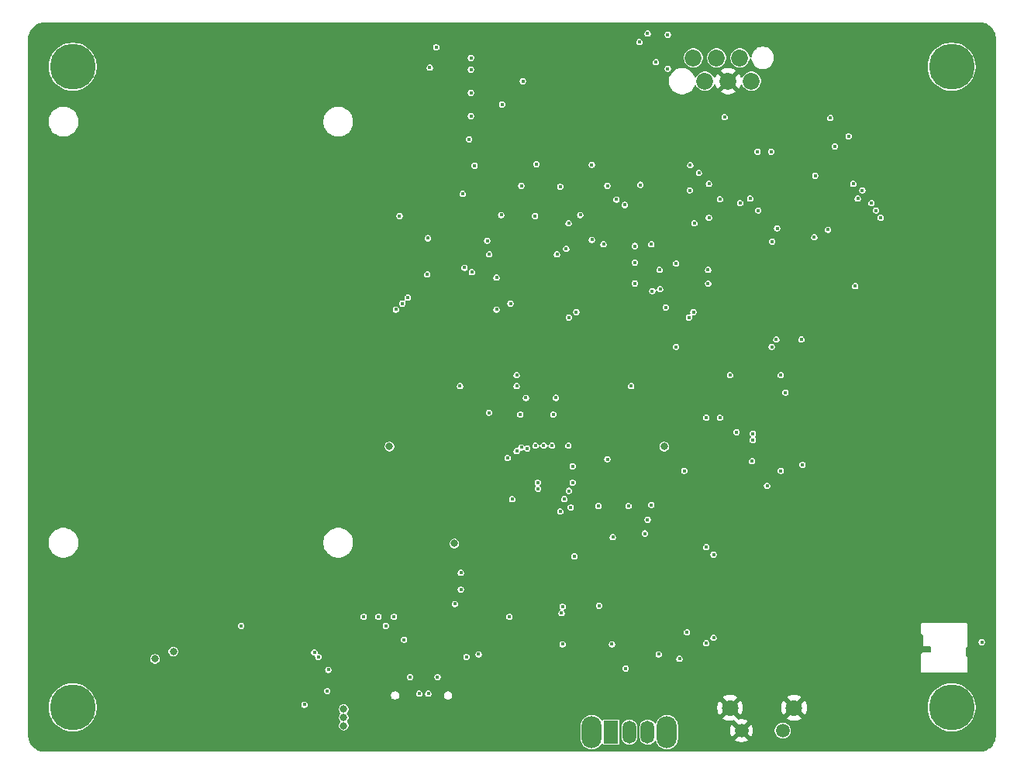
<source format=gbr>
%TF.GenerationSoftware,KiCad,Pcbnew,9.0.6+1*%
%TF.CreationDate,2026-01-21T18:29:13+00:00*%
%TF.ProjectId,Mainboard,4d61696e-626f-4617-9264-2e6b69636164,1.0.0 + (Unreleased)*%
%TF.SameCoordinates,Original*%
%TF.FileFunction,Copper,L2,Inr*%
%TF.FilePolarity,Positive*%
%FSLAX46Y46*%
G04 Gerber Fmt 4.6, Leading zero omitted, Abs format (unit mm)*
G04 Created by KiCad (PCBNEW 9.0.6+1) date 2026-01-21 18:29:13*
%MOMM*%
%LPD*%
G01*
G04 APERTURE LIST*
%TA.AperFunction,ComponentPad*%
%ADD10C,0.800000*%
%TD*%
%TA.AperFunction,ComponentPad*%
%ADD11C,5.000000*%
%TD*%
%TA.AperFunction,ComponentPad*%
%ADD12C,1.500000*%
%TD*%
%TA.AperFunction,ComponentPad*%
%ADD13C,1.800000*%
%TD*%
%TA.AperFunction,ComponentPad*%
%ADD14O,2.200000X3.500000*%
%TD*%
%TA.AperFunction,ComponentPad*%
%ADD15R,1.500000X2.500000*%
%TD*%
%TA.AperFunction,ComponentPad*%
%ADD16O,1.500000X2.500000*%
%TD*%
%TA.AperFunction,ComponentPad*%
%ADD17C,1.850000*%
%TD*%
%TA.AperFunction,ViaPad*%
%ADD18C,0.450000*%
%TD*%
%TA.AperFunction,ViaPad*%
%ADD19C,0.800000*%
%TD*%
G04 APERTURE END LIST*
D10*
%TO.N,N/C*%
%TO.C,REF\u002A\u002A*%
X259125000Y-123000000D03*
X259674175Y-121674175D03*
X259674175Y-124325825D03*
X261000000Y-121125000D03*
D11*
X261000000Y-123000000D03*
D10*
X261000000Y-124875000D03*
X262325825Y-121674175D03*
X262325825Y-124325825D03*
X262875000Y-123000000D03*
%TD*%
D12*
%TO.N,/Project Architecture/MCU/ESP-Enable*%
%TO.C,SW901*%
X242550000Y-195550000D03*
%TO.N,GND*%
X238050000Y-195550000D03*
D13*
X236800000Y-193050000D03*
X243800000Y-193050000D03*
%TD*%
D10*
%TO.N,N/C*%
%TO.C,REF\u002A\u002A*%
X259125000Y-193000000D03*
X259674175Y-191674175D03*
X259674175Y-194325825D03*
X261000000Y-191125000D03*
D11*
X261000000Y-193000000D03*
D10*
X261000000Y-194875000D03*
X262325825Y-191674175D03*
X262325825Y-194325825D03*
X262875000Y-193000000D03*
%TD*%
%TO.N,N/C*%
%TO.C,REF\u002A\u002A*%
X163125000Y-193000000D03*
X163674175Y-191674175D03*
X163674175Y-194325825D03*
X165000000Y-191125000D03*
D11*
X165000000Y-193000000D03*
D10*
X165000000Y-194875000D03*
X166325825Y-191674175D03*
X166325825Y-194325825D03*
X166875000Y-193000000D03*
%TD*%
D14*
%TO.N,*%
%TO.C,SW701*%
X221700000Y-195700000D03*
X229900000Y-195700000D03*
D15*
%TO.N,Net-(SW701-A)*%
X223800000Y-195700000D03*
D16*
%TO.N,Net-(IC801-EN)*%
X225800000Y-195700000D03*
%TO.N,+BATT*%
X227800000Y-195700000D03*
%TD*%
D10*
%TO.N,N/C*%
%TO.C,REF\u002A\u002A*%
X163125000Y-123000000D03*
X163674175Y-121674175D03*
X163674175Y-124325825D03*
X165000000Y-121125000D03*
D11*
X165000000Y-123000000D03*
D10*
X165000000Y-124875000D03*
X166325825Y-121674175D03*
X166325825Y-124325825D03*
X166875000Y-123000000D03*
%TD*%
D17*
%TO.N,/Project Architecture/MCU/ESP-Enable*%
%TO.C,X901*%
X232790000Y-122030000D03*
%TO.N,+3V3*%
X234060000Y-124570000D03*
%TO.N,/Project Architecture/MCU/ESP-TxD*%
X235330000Y-122030000D03*
%TO.N,GND*%
X236600000Y-124570001D03*
%TO.N,/Project Architecture/MCU/ESP-RxD*%
X237870000Y-122030000D03*
%TO.N,/Project Architecture/MCU/ESP-Boot*%
X239140000Y-124570000D03*
%TD*%
D18*
%TO.N,GND*%
X206400000Y-164200000D03*
X222900000Y-174900000D03*
X221460000Y-184270000D03*
X225400000Y-139425000D03*
X205900000Y-176225000D03*
X239175000Y-167600000D03*
X202700000Y-164200000D03*
X218250000Y-164400000D03*
D19*
X201750000Y-160950000D03*
D18*
X227800000Y-136725000D03*
D19*
X208210000Y-193100000D03*
D18*
X210600000Y-144950000D03*
X205150000Y-178500000D03*
X221800000Y-182000000D03*
X210750000Y-139200000D03*
X201575000Y-140130000D03*
X225025000Y-165875000D03*
X206600000Y-139400000D03*
X196054999Y-185200000D03*
X223800000Y-186700000D03*
X238300000Y-163725000D03*
D19*
X259875000Y-141900000D03*
D18*
X217350000Y-171600000D03*
D19*
X176000000Y-181300000D03*
D18*
X233843750Y-142843750D03*
X217250000Y-139200000D03*
X202100000Y-145700000D03*
X242150000Y-162650000D03*
X219200000Y-196900000D03*
X203859876Y-143500000D03*
X264300000Y-187425000D03*
X180975001Y-182000000D03*
X247250000Y-133950000D03*
X211600000Y-159600000D03*
X219700000Y-172310000D03*
X210475000Y-159175000D03*
X190205000Y-190487500D03*
X232500000Y-164200000D03*
X219675000Y-161625000D03*
X214650000Y-166325000D03*
X240850000Y-159900000D03*
X219600000Y-167550000D03*
X202605000Y-192525000D03*
X191305000Y-193475000D03*
X209000000Y-158500000D03*
D19*
X184400000Y-189150000D03*
D18*
X212500000Y-166650000D03*
X219600000Y-165750000D03*
D19*
X173700000Y-181300000D03*
D18*
X231337500Y-140100000D03*
X230700000Y-167975000D03*
X227300000Y-143200000D03*
X215000000Y-159600000D03*
X229725000Y-170875000D03*
X204080000Y-192525000D03*
X209257957Y-179264617D03*
X220300000Y-163550000D03*
X244500000Y-132300000D03*
X226500000Y-171500000D03*
X205500000Y-120075000D03*
X214650000Y-171600000D03*
X203605000Y-188800000D03*
X223700000Y-119490000D03*
X258487500Y-186650000D03*
D19*
X231550000Y-161150000D03*
D18*
X230400000Y-147800000D03*
X255500000Y-132300000D03*
X211690000Y-163690000D03*
X180475000Y-189800000D03*
D19*
X197990000Y-193200000D03*
D18*
X225000000Y-168350000D03*
X238150000Y-155500000D03*
X205500000Y-123125000D03*
X198855000Y-188109876D03*
X206400000Y-165750000D03*
X226000000Y-162975000D03*
X211690000Y-171700000D03*
X214500000Y-127210000D03*
X202700000Y-137800000D03*
X204305000Y-180775000D03*
X250500000Y-144775000D03*
%TO.N,+3V3*%
X236200000Y-128500000D03*
X196800000Y-183100000D03*
X232100000Y-184800000D03*
X246100000Y-134900000D03*
X239200000Y-166100000D03*
X239800000Y-132275000D03*
X204700000Y-120875000D03*
X217775001Y-159175001D03*
X223400000Y-165875000D03*
X192800000Y-191225000D03*
X214500000Y-159175000D03*
D19*
X206700000Y-175100000D03*
D18*
X229775000Y-149300000D03*
X204000000Y-123100000D03*
X227800000Y-172500000D03*
X239300000Y-163800000D03*
X225400000Y-188750000D03*
X200700000Y-139300000D03*
X247500000Y-140800000D03*
X224000000Y-174400000D03*
X232900000Y-140100000D03*
X210475000Y-160800000D03*
X228200000Y-170875000D03*
X221700000Y-133700000D03*
X234400000Y-146700000D03*
X244600000Y-152800000D03*
X234400000Y-145200000D03*
X198405000Y-183100000D03*
X227500000Y-174000000D03*
X208600000Y-145450000D03*
X241300000Y-132275000D03*
X203725000Y-145700000D03*
X235700000Y-137475000D03*
X264300000Y-185875000D03*
X244720001Y-166500000D03*
X227800000Y-119375000D03*
X250475000Y-146975000D03*
X237500000Y-162925000D03*
X223900000Y-186100000D03*
%TO.N,/Project Architecture/Lepton/~{Lepton-Reset}_{LV}*%
X219400000Y-171150000D03*
X213500000Y-165000000D03*
%TO.N,/Project Architecture/Lepton/Lepton-VSync_{LV}*%
X213000000Y-170250000D03*
%TO.N,/Project Architecture/Lepton/~{Lepton-PWR}_{LV}*%
X214000000Y-164600000D03*
X218700000Y-170250000D03*
%TO.N,/Project Architecture/Lepton/~{Lepton-PWR}*%
X226000000Y-157900000D03*
X207300000Y-157900000D03*
X242350000Y-167150000D03*
X231800000Y-167150000D03*
X213500000Y-157900000D03*
%TO.N,/Project Architecture/Lepton/SDA_{LV}*%
X219200000Y-169350000D03*
%TO.N,/Project Architecture/Lepton/SCL_{LV}*%
X219600000Y-168450000D03*
%TO.N,/Project Architecture/Lepton/~{Lepton-CS}_{LV}*%
X217350000Y-164400000D03*
%TO.N,/Project Architecture/Lepton/Lepton-SCLK_{LV}*%
X216450000Y-164400000D03*
%TO.N,/Project Architecture/Lepton/Lepton-MISO_{LV}*%
X215550000Y-164400000D03*
%TO.N,/Project Architecture/Battery/Battery-Charge*%
X212700000Y-183100000D03*
X200100000Y-183100000D03*
%TO.N,/Project Architecture/Camera/Camera-PWR*%
X230900000Y-144500000D03*
X241350000Y-153600000D03*
X230900000Y-153600000D03*
%TO.N,/Project Architecture/Camera/~{Camera-Reset}*%
X241850000Y-152800000D03*
%TO.N,/Project Architecture/Camera/SCL_{LV}*%
X226400000Y-144400000D03*
X226400000Y-146675000D03*
%TO.N,Net-(X1001-Pin_26)*%
X218250000Y-171600000D03*
D19*
%TO.N,+BATT*%
X194600000Y-193200000D03*
D18*
X218400000Y-182700000D03*
X218500000Y-182000000D03*
X218500000Y-186100000D03*
D19*
X199600000Y-164500000D03*
X194600000Y-195000000D03*
D18*
X206750000Y-181700000D03*
X207400000Y-180125000D03*
D19*
X229600000Y-164500000D03*
D18*
X207400000Y-178300000D03*
D19*
X194600000Y-194100000D03*
D18*
X222500000Y-181900000D03*
%TO.N,Lepton-2V8*%
X219600000Y-166650000D03*
%TO.N,Lepton-1V2*%
X212500000Y-165750000D03*
%TO.N,Lepton-3V0*%
X215800000Y-168450000D03*
X222425000Y-171000000D03*
X217500000Y-161000000D03*
X225700000Y-171000000D03*
X219150000Y-164400000D03*
X215825000Y-169125000D03*
X219800000Y-176500000D03*
X213900000Y-161000000D03*
%TO.N,/Project Architecture/MCU/~{Expander-Int}*%
X226900000Y-120300000D03*
X239300000Y-163100000D03*
%TO.N,/Project Architecture/Peripherals/~{SD-CD}*%
X242850000Y-158600000D03*
X246000000Y-141625000D03*
%TO.N,/Project Architecture/Display/SPI-MOSI*%
X237900000Y-137900000D03*
X252250000Y-137900000D03*
%TO.N,/Project Architecture/Display/~{Touch-Reset}*%
X224400000Y-137500000D03*
X232450000Y-133750000D03*
X220445000Y-139200000D03*
X247750000Y-128600000D03*
%TO.N,/Project Architecture/Display/~{Display-Reset}*%
X217900000Y-143500000D03*
X210500000Y-143500000D03*
X234500000Y-135800000D03*
X250250000Y-135800000D03*
%TO.N,/Project Architecture/Display/Display-DC*%
X251250000Y-136500000D03*
X232400000Y-136500000D03*
X210285000Y-142000000D03*
X218900000Y-142900000D03*
%TO.N,/Project Architecture/Display/~{Touch-IRQ}*%
X219175000Y-140100000D03*
X225300000Y-138100000D03*
X248250000Y-131700000D03*
X233400000Y-134600000D03*
%TO.N,/Project Architecture/Display/SPI-MISO*%
X252750000Y-138700000D03*
X239878000Y-138700000D03*
%TO.N,/Project Architecture/Display/SPI-SCLK*%
X250750000Y-137400000D03*
X239000000Y-137400000D03*
%TO.N,Camera-2V8*%
X211800000Y-139200000D03*
X227000000Y-135900000D03*
X215500000Y-139300000D03*
X228200000Y-142400000D03*
X229161034Y-147300000D03*
X228300000Y-147500000D03*
X207800000Y-144950000D03*
X229100000Y-145200000D03*
%TO.N,Camera-1V5*%
X207600000Y-136900000D03*
X203800000Y-141737500D03*
%TO.N,/Project Architecture/MCU/ESP-Enable*%
X208500000Y-122030000D03*
%TO.N,/Project Architecture/Battery/I2C-SDA*%
X241950000Y-140650000D03*
X212825000Y-148875000D03*
X191400000Y-187000000D03*
X235000000Y-176300000D03*
X220000000Y-149800000D03*
X235000000Y-185400000D03*
X232800000Y-149800000D03*
X231275000Y-187700000D03*
%TO.N,/Project Architecture/Battery/I2C-SCL*%
X211300000Y-149525000D03*
X219200000Y-150400000D03*
X232300000Y-150400000D03*
X229000000Y-187200000D03*
X209339752Y-187200000D03*
X191831000Y-187500000D03*
X211300000Y-146045000D03*
X234200000Y-161350000D03*
X235700000Y-161350000D03*
X241400000Y-142100000D03*
X234200000Y-186000000D03*
X208005000Y-187500000D03*
X234200000Y-175500000D03*
%TO.N,/Project Architecture/Camera/Camera-D7*%
X213999999Y-136000000D03*
%TO.N,/Project Architecture/Camera/Camera-D5*%
X215650000Y-133650000D03*
%TO.N,/Project Architecture/Camera/Camera-VSync*%
X222985000Y-142400000D03*
%TO.N,/Project Architecture/Camera/Camera-D0*%
X211900000Y-127110000D03*
%TO.N,/Project Architecture/Camera/Camera-HREF*%
X221715000Y-141900000D03*
%TO.N,/Project Architecture/Camera/Camera-D6*%
X208300000Y-130920000D03*
%TO.N,/Project Architecture/Display/Display-Backlight*%
X253250000Y-139500000D03*
X226400000Y-142600000D03*
X234500000Y-139500000D03*
X200300000Y-149525000D03*
%TO.N,/Project Architecture/Camera/Camera-D2*%
X208500000Y-123300000D03*
%TO.N,/Project Architecture/MCU/ESP-Boot*%
X223400000Y-136000000D03*
%TO.N,/Project Architecture/Camera/Camera-D3*%
X208500000Y-125840000D03*
%TO.N,/Project Architecture/Camera/Camera-D1*%
X214170000Y-124570000D03*
%TO.N,/Project Architecture/Camera/Camera-PCLK*%
X218250000Y-136100000D03*
X208900000Y-133800000D03*
%TO.N,/Project Architecture/Camera/Camera-D4*%
X208500000Y-128380000D03*
%TO.N,/Project Architecture/MCU/ESP-RxD*%
X230000000Y-123200000D03*
X230000000Y-119500000D03*
%TO.N,Net-(X701-CC2)*%
X204850000Y-189700000D03*
%TO.N,Net-(X701-CC1)*%
X201850000Y-189700000D03*
%TO.N,Net-(X1001-Pin_11)*%
X214650000Y-164700000D03*
%TO.N,/Project Architecture/Lepton/~{Lepton-Reset}*%
X242350000Y-156700000D03*
X236800000Y-156700000D03*
X213500000Y-156700000D03*
%TO.N,/Project Architecture/Peripherals/LED-Flash_{2}*%
X201600000Y-148225000D03*
%TO.N,/Project Architecture/Peripherals/LED-Flash_{1}*%
X201000000Y-148875000D03*
%TO.N,/Project Architecture/Display/~{Display-Expander-Int}*%
X228700000Y-122500000D03*
X249750000Y-130600000D03*
%TO.N,Net-(IC702-OUT)*%
X201200000Y-185600000D03*
%TO.N,Net-(IC701-I{slash}O2-Pad3)*%
X202850000Y-191500000D03*
X203850000Y-191500000D03*
%TO.N,Net-(IC702-TS)*%
X183400000Y-184100000D03*
X199205000Y-184100000D03*
%TO.N,Net-(IC703-CELL)*%
X190305000Y-192700000D03*
%TO.N,/Project Architecture/Battery/~{Battery-Alert}*%
X240850000Y-168800000D03*
X192925000Y-188900000D03*
D19*
%TO.N,Net-(X702-Pin_1)*%
X176000000Y-186900000D03*
%TO.N,Net-(X702-Pin_2)*%
X174000000Y-187700000D03*
%TD*%
%TA.AperFunction,Conductor*%
%TO.N,GND*%
G36*
X264004028Y-118125764D02*
G01*
X264236580Y-118141006D01*
X264252636Y-118143121D01*
X264418321Y-118176077D01*
X264477182Y-118187786D01*
X264492849Y-118191984D01*
X264601657Y-118228919D01*
X264709645Y-118265576D01*
X264724622Y-118271779D01*
X264926095Y-118371134D01*
X264929960Y-118373040D01*
X264944008Y-118381150D01*
X265134369Y-118508346D01*
X265147233Y-118518217D01*
X265319361Y-118669169D01*
X265330830Y-118680638D01*
X265481782Y-118852766D01*
X265491656Y-118865634D01*
X265618849Y-119055992D01*
X265626959Y-119070039D01*
X265728217Y-119275370D01*
X265734424Y-119290356D01*
X265808015Y-119507150D01*
X265812213Y-119522817D01*
X265856877Y-119747358D01*
X265858994Y-119763438D01*
X265874234Y-119995940D01*
X265874500Y-120004051D01*
X265874500Y-195995948D01*
X265874234Y-196004059D01*
X265858994Y-196236561D01*
X265856877Y-196252641D01*
X265812213Y-196477182D01*
X265808015Y-196492849D01*
X265734424Y-196709643D01*
X265728217Y-196724629D01*
X265626959Y-196929960D01*
X265618849Y-196944007D01*
X265491656Y-197134365D01*
X265481782Y-197147233D01*
X265330830Y-197319361D01*
X265319361Y-197330830D01*
X265147233Y-197481782D01*
X265134365Y-197491656D01*
X264944007Y-197618849D01*
X264929960Y-197626959D01*
X264724629Y-197728217D01*
X264709643Y-197734424D01*
X264492849Y-197808015D01*
X264477182Y-197812213D01*
X264252641Y-197856877D01*
X264236561Y-197858994D01*
X264022014Y-197873057D01*
X264004057Y-197874234D01*
X263995948Y-197874500D01*
X162004052Y-197874500D01*
X161995942Y-197874234D01*
X161763439Y-197858994D01*
X161747358Y-197856877D01*
X161522817Y-197812213D01*
X161507150Y-197808015D01*
X161290356Y-197734424D01*
X161275370Y-197728217D01*
X161070039Y-197626959D01*
X161055992Y-197618849D01*
X160865634Y-197491656D01*
X160852766Y-197481782D01*
X160680638Y-197330830D01*
X160669169Y-197319361D01*
X160549933Y-197183398D01*
X160518214Y-197147230D01*
X160508343Y-197134365D01*
X160469009Y-197075498D01*
X160402429Y-196975854D01*
X160381150Y-196944007D01*
X160373040Y-196929960D01*
X160319027Y-196820432D01*
X160271779Y-196724622D01*
X160265575Y-196709643D01*
X160191984Y-196492849D01*
X160187786Y-196477182D01*
X160170813Y-196391853D01*
X160143121Y-196252636D01*
X160141006Y-196236580D01*
X160125764Y-196004028D01*
X160125500Y-195995948D01*
X160125500Y-192852548D01*
X162374500Y-192852548D01*
X162374500Y-193147451D01*
X162407514Y-193440466D01*
X162407517Y-193440484D01*
X162473135Y-193727976D01*
X162473139Y-193727988D01*
X162570533Y-194006322D01*
X162698478Y-194272002D01*
X162735124Y-194330323D01*
X162855371Y-194521695D01*
X162912501Y-194593334D01*
X163037004Y-194749457D01*
X163039232Y-194752250D01*
X163247750Y-194960768D01*
X163478305Y-195144629D01*
X163727995Y-195301520D01*
X163993681Y-195429468D01*
X164165777Y-195489687D01*
X164272011Y-195526860D01*
X164272023Y-195526864D01*
X164559519Y-195592483D01*
X164559525Y-195592483D01*
X164559533Y-195592485D01*
X164754876Y-195614494D01*
X164852549Y-195625499D01*
X164852552Y-195625500D01*
X164852555Y-195625500D01*
X165147448Y-195625500D01*
X165147449Y-195625499D01*
X165297205Y-195608626D01*
X165440466Y-195592485D01*
X165440471Y-195592484D01*
X165440481Y-195592483D01*
X165727977Y-195526864D01*
X166006319Y-195429468D01*
X166272005Y-195301520D01*
X166521695Y-195144629D01*
X166752250Y-194960768D01*
X166960768Y-194752250D01*
X167144629Y-194521695D01*
X167301520Y-194272005D01*
X167429468Y-194006319D01*
X167526864Y-193727977D01*
X167592483Y-193440481D01*
X167596725Y-193402838D01*
X167608626Y-193297205D01*
X167625500Y-193147445D01*
X167625500Y-193130817D01*
X194074500Y-193130817D01*
X194074500Y-193269182D01*
X194110312Y-193402835D01*
X194110313Y-193402838D01*
X194179492Y-193522661D01*
X194179496Y-193522666D01*
X194219149Y-193562319D01*
X194252634Y-193623642D01*
X194247650Y-193693334D01*
X194219149Y-193737681D01*
X194179496Y-193777333D01*
X194179492Y-193777338D01*
X194110313Y-193897161D01*
X194110312Y-193897164D01*
X194074500Y-194030817D01*
X194074500Y-194169183D01*
X194096595Y-194251641D01*
X194110312Y-194302835D01*
X194110313Y-194302838D01*
X194179492Y-194422661D01*
X194179496Y-194422666D01*
X194219149Y-194462319D01*
X194252634Y-194523642D01*
X194247650Y-194593334D01*
X194219149Y-194637681D01*
X194179496Y-194677333D01*
X194179492Y-194677338D01*
X194110313Y-194797161D01*
X194110312Y-194797164D01*
X194074500Y-194930817D01*
X194074500Y-195069183D01*
X194086448Y-195113771D01*
X194110312Y-195202835D01*
X194110313Y-195202838D01*
X194179492Y-195322661D01*
X194179494Y-195322664D01*
X194179495Y-195322665D01*
X194277335Y-195420505D01*
X194397164Y-195489688D01*
X194530817Y-195525500D01*
X194530819Y-195525500D01*
X194669181Y-195525500D01*
X194669183Y-195525500D01*
X194802836Y-195489688D01*
X194922665Y-195420505D01*
X195020505Y-195322665D01*
X195089688Y-195202836D01*
X195125500Y-195069183D01*
X195125500Y-194953551D01*
X220474500Y-194953551D01*
X220474500Y-196446448D01*
X220504675Y-196636969D01*
X220504676Y-196636972D01*
X220564285Y-196820429D01*
X220651859Y-196992302D01*
X220765241Y-197148359D01*
X220901641Y-197284759D01*
X221057698Y-197398141D01*
X221229571Y-197485715D01*
X221413028Y-197545324D01*
X221603551Y-197575500D01*
X221603552Y-197575500D01*
X221796448Y-197575500D01*
X221796449Y-197575500D01*
X221986972Y-197545324D01*
X222170429Y-197485715D01*
X222342302Y-197398141D01*
X222498359Y-197284759D01*
X222634759Y-197148359D01*
X222736907Y-197007763D01*
X222792237Y-196965098D01*
X222861850Y-196959119D01*
X222923645Y-196991725D01*
X222940326Y-197011757D01*
X222959519Y-197040481D01*
X223001032Y-197068219D01*
X223037637Y-197075500D01*
X224562362Y-197075499D01*
X224574678Y-197073049D01*
X224598965Y-197068220D01*
X224598965Y-197068219D01*
X224598968Y-197068219D01*
X224640481Y-197040481D01*
X224668219Y-196998968D01*
X224675500Y-196962363D01*
X224675499Y-195113766D01*
X224924500Y-195113766D01*
X224924500Y-196286233D01*
X224958143Y-196455366D01*
X224958146Y-196455378D01*
X225024138Y-196614698D01*
X225024145Y-196614711D01*
X225119954Y-196758098D01*
X225119957Y-196758102D01*
X225241897Y-196880042D01*
X225241901Y-196880045D01*
X225385288Y-196975854D01*
X225385301Y-196975861D01*
X225471965Y-197011758D01*
X225544626Y-197041855D01*
X225677162Y-197068218D01*
X225713766Y-197075499D01*
X225713769Y-197075500D01*
X225713771Y-197075500D01*
X225886231Y-197075500D01*
X225886232Y-197075499D01*
X226055374Y-197041855D01*
X226214705Y-196975858D01*
X226358099Y-196880045D01*
X226480045Y-196758099D01*
X226575858Y-196614705D01*
X226641855Y-196455374D01*
X226675500Y-196286229D01*
X226675500Y-195113771D01*
X226675500Y-195113768D01*
X226675499Y-195113766D01*
X226924500Y-195113766D01*
X226924500Y-196286233D01*
X226958143Y-196455366D01*
X226958146Y-196455378D01*
X227024138Y-196614698D01*
X227024145Y-196614711D01*
X227119954Y-196758098D01*
X227119957Y-196758102D01*
X227241897Y-196880042D01*
X227241901Y-196880045D01*
X227385288Y-196975854D01*
X227385301Y-196975861D01*
X227471965Y-197011758D01*
X227544626Y-197041855D01*
X227677162Y-197068218D01*
X227713766Y-197075499D01*
X227713769Y-197075500D01*
X227713771Y-197075500D01*
X227886231Y-197075500D01*
X227886232Y-197075499D01*
X228055374Y-197041855D01*
X228214705Y-196975858D01*
X228358099Y-196880045D01*
X228480045Y-196758099D01*
X228515630Y-196704842D01*
X228569240Y-196660039D01*
X228638565Y-196651330D01*
X228701593Y-196681485D01*
X228736662Y-196735415D01*
X228764286Y-196820432D01*
X228794659Y-196880042D01*
X228851859Y-196992302D01*
X228965241Y-197148359D01*
X229101641Y-197284759D01*
X229257698Y-197398141D01*
X229429571Y-197485715D01*
X229613028Y-197545324D01*
X229803551Y-197575500D01*
X229803552Y-197575500D01*
X229996448Y-197575500D01*
X229996449Y-197575500D01*
X230186972Y-197545324D01*
X230370429Y-197485715D01*
X230542302Y-197398141D01*
X230698359Y-197284759D01*
X230834759Y-197148359D01*
X230948141Y-196992302D01*
X231035715Y-196820429D01*
X231095324Y-196636972D01*
X231119370Y-196485156D01*
X231125500Y-196446449D01*
X231125500Y-194953551D01*
X231110663Y-194859873D01*
X231095324Y-194763028D01*
X231035715Y-194579571D01*
X230948141Y-194407698D01*
X230834759Y-194251641D01*
X230698359Y-194115241D01*
X230542302Y-194001859D01*
X230370429Y-193914285D01*
X230186972Y-193854676D01*
X230186970Y-193854675D01*
X230186969Y-193854675D01*
X230040614Y-193831495D01*
X229996449Y-193824500D01*
X229803551Y-193824500D01*
X229767697Y-193830178D01*
X229613030Y-193854675D01*
X229429568Y-193914286D01*
X229257697Y-194001859D01*
X229168661Y-194066547D01*
X229101641Y-194115241D01*
X229101639Y-194115243D01*
X229101638Y-194115243D01*
X228965243Y-194251638D01*
X228965243Y-194251639D01*
X228965241Y-194251641D01*
X228928046Y-194302836D01*
X228851859Y-194407697D01*
X228764287Y-194579565D01*
X228736662Y-194664585D01*
X228697223Y-194722260D01*
X228632864Y-194749457D01*
X228564018Y-194737542D01*
X228515629Y-194695155D01*
X228480048Y-194641905D01*
X228480042Y-194641897D01*
X228358102Y-194519957D01*
X228358098Y-194519954D01*
X228214711Y-194424145D01*
X228214698Y-194424138D01*
X228055378Y-194358146D01*
X228055366Y-194358143D01*
X227886232Y-194324500D01*
X227886229Y-194324500D01*
X227713771Y-194324500D01*
X227713768Y-194324500D01*
X227544633Y-194358143D01*
X227544621Y-194358146D01*
X227385301Y-194424138D01*
X227385288Y-194424145D01*
X227241901Y-194519954D01*
X227241897Y-194519957D01*
X227119957Y-194641897D01*
X227119954Y-194641901D01*
X227024145Y-194785288D01*
X227024138Y-194785301D01*
X226958146Y-194944621D01*
X226958143Y-194944633D01*
X226924500Y-195113766D01*
X226675499Y-195113766D01*
X226666631Y-195069182D01*
X226641855Y-194944626D01*
X226621241Y-194894859D01*
X226575861Y-194785301D01*
X226575854Y-194785288D01*
X226480045Y-194641901D01*
X226480042Y-194641897D01*
X226358102Y-194519957D01*
X226358098Y-194519954D01*
X226214711Y-194424145D01*
X226214698Y-194424138D01*
X226055378Y-194358146D01*
X226055366Y-194358143D01*
X225886232Y-194324500D01*
X225886229Y-194324500D01*
X225713771Y-194324500D01*
X225713768Y-194324500D01*
X225544633Y-194358143D01*
X225544621Y-194358146D01*
X225385301Y-194424138D01*
X225385288Y-194424145D01*
X225241901Y-194519954D01*
X225241897Y-194519957D01*
X225119957Y-194641897D01*
X225119954Y-194641901D01*
X225024145Y-194785288D01*
X225024138Y-194785301D01*
X224958146Y-194944621D01*
X224958143Y-194944633D01*
X224924500Y-195113766D01*
X224675499Y-195113766D01*
X224675499Y-194437638D01*
X224672814Y-194424138D01*
X224668220Y-194401034D01*
X224668218Y-194401031D01*
X224640481Y-194359519D01*
X224598968Y-194331781D01*
X224598967Y-194331780D01*
X224598966Y-194331780D01*
X224562365Y-194324500D01*
X223037641Y-194324500D01*
X223037633Y-194324501D01*
X223001034Y-194331779D01*
X223001031Y-194331781D01*
X222959518Y-194359519D01*
X222940326Y-194388242D01*
X222886713Y-194433047D01*
X222817388Y-194441753D01*
X222754361Y-194411597D01*
X222736907Y-194392236D01*
X222734005Y-194388242D01*
X222634759Y-194251641D01*
X222498359Y-194115241D01*
X222342302Y-194001859D01*
X222170429Y-193914285D01*
X221986972Y-193854676D01*
X221986970Y-193854675D01*
X221986969Y-193854675D01*
X221840614Y-193831495D01*
X221796449Y-193824500D01*
X221603551Y-193824500D01*
X221567697Y-193830178D01*
X221413030Y-193854675D01*
X221229568Y-193914286D01*
X221057697Y-194001859D01*
X220968661Y-194066547D01*
X220901641Y-194115241D01*
X220901639Y-194115243D01*
X220901638Y-194115243D01*
X220765243Y-194251638D01*
X220765243Y-194251639D01*
X220765241Y-194251641D01*
X220728046Y-194302836D01*
X220651859Y-194407697D01*
X220564286Y-194579568D01*
X220504675Y-194763030D01*
X220474500Y-194953551D01*
X195125500Y-194953551D01*
X195125500Y-194930817D01*
X195089688Y-194797164D01*
X195038292Y-194708143D01*
X195020507Y-194677338D01*
X195020503Y-194677333D01*
X194980851Y-194637681D01*
X194947366Y-194576358D01*
X194952350Y-194506666D01*
X194980851Y-194462319D01*
X194993170Y-194450000D01*
X195020505Y-194422665D01*
X195089688Y-194302836D01*
X195125500Y-194169183D01*
X195125500Y-194030817D01*
X195089688Y-193897164D01*
X195047736Y-193824500D01*
X195020507Y-193777338D01*
X195020503Y-193777333D01*
X194980851Y-193737681D01*
X194947366Y-193676358D01*
X194952350Y-193606666D01*
X194980851Y-193562319D01*
X194988282Y-193554888D01*
X195020505Y-193522665D01*
X195089688Y-193402836D01*
X195125500Y-193269183D01*
X195125500Y-193130817D01*
X195089688Y-192997164D01*
X195083232Y-192985981D01*
X195056580Y-192939818D01*
X235400000Y-192939818D01*
X235400000Y-193160181D01*
X235434473Y-193377835D01*
X235502567Y-193587410D01*
X235602611Y-193783756D01*
X235648932Y-193847513D01*
X236198958Y-193297487D01*
X236223978Y-193357890D01*
X236295112Y-193464351D01*
X236385649Y-193554888D01*
X236492110Y-193626022D01*
X236552510Y-193651041D01*
X236002485Y-194201065D01*
X236002485Y-194201066D01*
X236066243Y-194247388D01*
X236262589Y-194347432D01*
X236472164Y-194415526D01*
X236689819Y-194450000D01*
X236910181Y-194450000D01*
X237127832Y-194415527D01*
X237196797Y-194393119D01*
X237266638Y-194391124D01*
X237326471Y-194427204D01*
X237357300Y-194489904D01*
X237357974Y-194504422D01*
X237920590Y-195067037D01*
X237857007Y-195084075D01*
X237742993Y-195149901D01*
X237649901Y-195242993D01*
X237584075Y-195357007D01*
X237567037Y-195420590D01*
X237006320Y-194859872D01*
X237006320Y-194859873D01*
X236980902Y-194894859D01*
X236980899Y-194894863D01*
X236891582Y-195070161D01*
X236830778Y-195257294D01*
X236800000Y-195451617D01*
X236800000Y-195648382D01*
X236830778Y-195842705D01*
X236891581Y-196029835D01*
X236980905Y-196205145D01*
X237006319Y-196240125D01*
X237006320Y-196240125D01*
X237567037Y-195679408D01*
X237584075Y-195742993D01*
X237649901Y-195857007D01*
X237742993Y-195950099D01*
X237857007Y-196015925D01*
X237920590Y-196032962D01*
X237359873Y-196593677D01*
X237359873Y-196593678D01*
X237394858Y-196619096D01*
X237570164Y-196708418D01*
X237757294Y-196769221D01*
X237951618Y-196800000D01*
X238148382Y-196800000D01*
X238342705Y-196769221D01*
X238529835Y-196708418D01*
X238705143Y-196619095D01*
X238740125Y-196593678D01*
X238740126Y-196593678D01*
X238179410Y-196032962D01*
X238242993Y-196015925D01*
X238357007Y-195950099D01*
X238450099Y-195857007D01*
X238515925Y-195742993D01*
X238532962Y-195679410D01*
X239093678Y-196240126D01*
X239093678Y-196240125D01*
X239119095Y-196205143D01*
X239208418Y-196029835D01*
X239269221Y-195842705D01*
X239300000Y-195648382D01*
X239300000Y-195463766D01*
X241674500Y-195463766D01*
X241674500Y-195636233D01*
X241708143Y-195805366D01*
X241708146Y-195805378D01*
X241774138Y-195964698D01*
X241774145Y-195964711D01*
X241869954Y-196108098D01*
X241869957Y-196108102D01*
X241991897Y-196230042D01*
X241991901Y-196230045D01*
X242135288Y-196325854D01*
X242135301Y-196325861D01*
X242294621Y-196391853D01*
X242294626Y-196391855D01*
X242463766Y-196425499D01*
X242463769Y-196425500D01*
X242463771Y-196425500D01*
X242636231Y-196425500D01*
X242636232Y-196425499D01*
X242805374Y-196391855D01*
X242964705Y-196325858D01*
X243108099Y-196230045D01*
X243230045Y-196108099D01*
X243325858Y-195964705D01*
X243391855Y-195805374D01*
X243425500Y-195636229D01*
X243425500Y-195463771D01*
X243425500Y-195463768D01*
X243425499Y-195463766D01*
X243397432Y-195322665D01*
X243391855Y-195294626D01*
X243370468Y-195242993D01*
X243325861Y-195135301D01*
X243325854Y-195135288D01*
X243230045Y-194991901D01*
X243230042Y-194991897D01*
X243108102Y-194869957D01*
X243108098Y-194869954D01*
X242964711Y-194774145D01*
X242964698Y-194774138D01*
X242805378Y-194708146D01*
X242805366Y-194708143D01*
X242636232Y-194674500D01*
X242636229Y-194674500D01*
X242463771Y-194674500D01*
X242463768Y-194674500D01*
X242294633Y-194708143D01*
X242294621Y-194708146D01*
X242135301Y-194774138D01*
X242135288Y-194774145D01*
X241991901Y-194869954D01*
X241991897Y-194869957D01*
X241869957Y-194991897D01*
X241869954Y-194991901D01*
X241774145Y-195135288D01*
X241774138Y-195135301D01*
X241708146Y-195294621D01*
X241708143Y-195294633D01*
X241674500Y-195463766D01*
X239300000Y-195463766D01*
X239300000Y-195451617D01*
X239269221Y-195257294D01*
X239208418Y-195070164D01*
X239119096Y-194894858D01*
X239093678Y-194859873D01*
X239093677Y-194859873D01*
X238532962Y-195420589D01*
X238515925Y-195357007D01*
X238450099Y-195242993D01*
X238357007Y-195149901D01*
X238242993Y-195084075D01*
X238179409Y-195067037D01*
X238740125Y-194506320D01*
X238740125Y-194506319D01*
X238705145Y-194480905D01*
X238529835Y-194391581D01*
X238342705Y-194330778D01*
X238148382Y-194300000D01*
X237951618Y-194300000D01*
X237757294Y-194330778D01*
X237752556Y-194331916D01*
X237752173Y-194330323D01*
X237689474Y-194332102D01*
X237629649Y-194296009D01*
X237598834Y-194233301D01*
X237597404Y-194202451D01*
X237597513Y-194201065D01*
X237047488Y-193651041D01*
X237107890Y-193626022D01*
X237214351Y-193554888D01*
X237304888Y-193464351D01*
X237376022Y-193357890D01*
X237401041Y-193297489D01*
X237951066Y-193847514D01*
X237951066Y-193847513D01*
X237997386Y-193783760D01*
X238097432Y-193587410D01*
X238165526Y-193377835D01*
X238200000Y-193160181D01*
X238200000Y-192939818D01*
X242400000Y-192939818D01*
X242400000Y-193160181D01*
X242434473Y-193377835D01*
X242502567Y-193587410D01*
X242602611Y-193783756D01*
X242648932Y-193847513D01*
X243198958Y-193297487D01*
X243223978Y-193357890D01*
X243295112Y-193464351D01*
X243385649Y-193554888D01*
X243492110Y-193626022D01*
X243552510Y-193651041D01*
X243002485Y-194201065D01*
X243002485Y-194201066D01*
X243066243Y-194247388D01*
X243262589Y-194347432D01*
X243472164Y-194415526D01*
X243689819Y-194450000D01*
X243910181Y-194450000D01*
X244127835Y-194415526D01*
X244337410Y-194347432D01*
X244533760Y-194247386D01*
X244597513Y-194201066D01*
X244597514Y-194201066D01*
X244047488Y-193651041D01*
X244107890Y-193626022D01*
X244214351Y-193554888D01*
X244304888Y-193464351D01*
X244376022Y-193357890D01*
X244401041Y-193297489D01*
X244951066Y-193847514D01*
X244951066Y-193847513D01*
X244997386Y-193783760D01*
X245097432Y-193587410D01*
X245165526Y-193377835D01*
X245200000Y-193160181D01*
X245200000Y-192939818D01*
X245188700Y-192868474D01*
X245186177Y-192852548D01*
X258374500Y-192852548D01*
X258374500Y-193147451D01*
X258407514Y-193440466D01*
X258407517Y-193440484D01*
X258473135Y-193727976D01*
X258473139Y-193727988D01*
X258570533Y-194006322D01*
X258698478Y-194272002D01*
X258735124Y-194330323D01*
X258855371Y-194521695D01*
X258912501Y-194593334D01*
X259037004Y-194749457D01*
X259039232Y-194752250D01*
X259247750Y-194960768D01*
X259478305Y-195144629D01*
X259727995Y-195301520D01*
X259993681Y-195429468D01*
X260165777Y-195489687D01*
X260272011Y-195526860D01*
X260272023Y-195526864D01*
X260559519Y-195592483D01*
X260559525Y-195592483D01*
X260559533Y-195592485D01*
X260754876Y-195614494D01*
X260852549Y-195625499D01*
X260852552Y-195625500D01*
X260852555Y-195625500D01*
X261147448Y-195625500D01*
X261147449Y-195625499D01*
X261297205Y-195608626D01*
X261440466Y-195592485D01*
X261440471Y-195592484D01*
X261440481Y-195592483D01*
X261727977Y-195526864D01*
X262006319Y-195429468D01*
X262272005Y-195301520D01*
X262521695Y-195144629D01*
X262752250Y-194960768D01*
X262960768Y-194752250D01*
X263144629Y-194521695D01*
X263301520Y-194272005D01*
X263429468Y-194006319D01*
X263526864Y-193727977D01*
X263592483Y-193440481D01*
X263596725Y-193402838D01*
X263608626Y-193297205D01*
X263625500Y-193147445D01*
X263625500Y-192852555D01*
X263625499Y-192852550D01*
X263625499Y-192852548D01*
X263592485Y-192559533D01*
X263592482Y-192559515D01*
X263581771Y-192512589D01*
X263526864Y-192272023D01*
X263520027Y-192252485D01*
X263471848Y-192114797D01*
X263429468Y-191993681D01*
X263301520Y-191727995D01*
X263144629Y-191478305D01*
X262960768Y-191247750D01*
X262752250Y-191039232D01*
X262521695Y-190855371D01*
X262272005Y-190698480D01*
X262272002Y-190698478D01*
X262006322Y-190570533D01*
X261727988Y-190473139D01*
X261727976Y-190473135D01*
X261440484Y-190407517D01*
X261440466Y-190407514D01*
X261147451Y-190374500D01*
X261147445Y-190374500D01*
X260852555Y-190374500D01*
X260852548Y-190374500D01*
X260559533Y-190407514D01*
X260559515Y-190407517D01*
X260272023Y-190473135D01*
X260272011Y-190473139D01*
X259993677Y-190570533D01*
X259727997Y-190698478D01*
X259478306Y-190855370D01*
X259247750Y-191039231D01*
X259039231Y-191247750D01*
X258855370Y-191478306D01*
X258698478Y-191727997D01*
X258570533Y-191993677D01*
X258473139Y-192272011D01*
X258473135Y-192272023D01*
X258407517Y-192559515D01*
X258407514Y-192559533D01*
X258374500Y-192852548D01*
X245186177Y-192852548D01*
X245165526Y-192722164D01*
X245097432Y-192512589D01*
X244997388Y-192316243D01*
X244951066Y-192252485D01*
X244951065Y-192252485D01*
X244401041Y-192802510D01*
X244376022Y-192742110D01*
X244304888Y-192635649D01*
X244214351Y-192545112D01*
X244107890Y-192473978D01*
X244047487Y-192448957D01*
X244597513Y-191898932D01*
X244533756Y-191852611D01*
X244337410Y-191752567D01*
X244127835Y-191684473D01*
X243910181Y-191650000D01*
X243689819Y-191650000D01*
X243472164Y-191684473D01*
X243262589Y-191752567D01*
X243066233Y-191852616D01*
X243002485Y-191898931D01*
X243002485Y-191898932D01*
X243552511Y-192448958D01*
X243492110Y-192473978D01*
X243385649Y-192545112D01*
X243295112Y-192635649D01*
X243223978Y-192742110D01*
X243198958Y-192802511D01*
X242648932Y-192252485D01*
X242648931Y-192252485D01*
X242602616Y-192316233D01*
X242502567Y-192512589D01*
X242434473Y-192722164D01*
X242400000Y-192939818D01*
X238200000Y-192939818D01*
X238165526Y-192722164D01*
X238097432Y-192512589D01*
X237997388Y-192316243D01*
X237951066Y-192252485D01*
X237951065Y-192252485D01*
X237401041Y-192802510D01*
X237376022Y-192742110D01*
X237304888Y-192635649D01*
X237214351Y-192545112D01*
X237107890Y-192473978D01*
X237047487Y-192448957D01*
X237597513Y-191898932D01*
X237533756Y-191852611D01*
X237337410Y-191752567D01*
X237127835Y-191684473D01*
X236910181Y-191650000D01*
X236689819Y-191650000D01*
X236472164Y-191684473D01*
X236262589Y-191752567D01*
X236066233Y-191852616D01*
X236002485Y-191898931D01*
X236002485Y-191898932D01*
X236552511Y-192448958D01*
X236492110Y-192473978D01*
X236385649Y-192545112D01*
X236295112Y-192635649D01*
X236223978Y-192742110D01*
X236198958Y-192802511D01*
X235648932Y-192252485D01*
X235648931Y-192252485D01*
X235602616Y-192316233D01*
X235502567Y-192512589D01*
X235434473Y-192722164D01*
X235400000Y-192939818D01*
X195056580Y-192939818D01*
X195020509Y-192877341D01*
X195020503Y-192877333D01*
X194922666Y-192779496D01*
X194922661Y-192779492D01*
X194802838Y-192710313D01*
X194802837Y-192710312D01*
X194802836Y-192710312D01*
X194669183Y-192674500D01*
X194530817Y-192674500D01*
X194397164Y-192710312D01*
X194397161Y-192710313D01*
X194277338Y-192779492D01*
X194277333Y-192779496D01*
X194179496Y-192877333D01*
X194179492Y-192877338D01*
X194110313Y-192997161D01*
X194110312Y-192997164D01*
X194074500Y-193130817D01*
X167625500Y-193130817D01*
X167625500Y-192852555D01*
X167603761Y-192659612D01*
X167603112Y-192653856D01*
X189954500Y-192653856D01*
X189954500Y-192746144D01*
X189963436Y-192779495D01*
X189978387Y-192835290D01*
X189978388Y-192835293D01*
X190024526Y-192915205D01*
X190024529Y-192915209D01*
X190024531Y-192915212D01*
X190089788Y-192980469D01*
X190089791Y-192980470D01*
X190089794Y-192980473D01*
X190169706Y-193026611D01*
X190169707Y-193026611D01*
X190169712Y-193026614D01*
X190258856Y-193050500D01*
X190258858Y-193050500D01*
X190351142Y-193050500D01*
X190351144Y-193050500D01*
X190440288Y-193026614D01*
X190440291Y-193026612D01*
X190459880Y-193015303D01*
X190480027Y-193003670D01*
X190520212Y-192980469D01*
X190585469Y-192915212D01*
X190631614Y-192835288D01*
X190655500Y-192746144D01*
X190655500Y-192653856D01*
X190631614Y-192564712D01*
X190628624Y-192559533D01*
X190585473Y-192484794D01*
X190585470Y-192484791D01*
X190585469Y-192484788D01*
X190520212Y-192419531D01*
X190520209Y-192419529D01*
X190520205Y-192419526D01*
X190440293Y-192373388D01*
X190440290Y-192373387D01*
X190440289Y-192373386D01*
X190440288Y-192373386D01*
X190351144Y-192349500D01*
X190258856Y-192349500D01*
X190169712Y-192373386D01*
X190169711Y-192373386D01*
X190169709Y-192373387D01*
X190169706Y-192373388D01*
X190089794Y-192419526D01*
X190089785Y-192419533D01*
X190024533Y-192484785D01*
X190024526Y-192484794D01*
X189978388Y-192564706D01*
X189978387Y-192564709D01*
X189978386Y-192564711D01*
X189978386Y-192564712D01*
X189954500Y-192653856D01*
X167603112Y-192653856D01*
X167592485Y-192559532D01*
X167592482Y-192559515D01*
X167581771Y-192512589D01*
X167526864Y-192272023D01*
X167520027Y-192252485D01*
X167471848Y-192114797D01*
X167429468Y-191993681D01*
X167301520Y-191727995D01*
X167243521Y-191635691D01*
X199759500Y-191635691D01*
X199759500Y-191754309D01*
X199790201Y-191868886D01*
X199849511Y-191971613D01*
X199933387Y-192055489D01*
X200036114Y-192114799D01*
X200150691Y-192145500D01*
X200150694Y-192145500D01*
X200269306Y-192145500D01*
X200269309Y-192145500D01*
X200383886Y-192114799D01*
X200486613Y-192055489D01*
X200570489Y-191971613D01*
X200629799Y-191868886D01*
X200660500Y-191754309D01*
X200660500Y-191635691D01*
X200629799Y-191521114D01*
X200622071Y-191507728D01*
X200622070Y-191507725D01*
X200590967Y-191453856D01*
X202499500Y-191453856D01*
X202499500Y-191546143D01*
X202523387Y-191635290D01*
X202523388Y-191635293D01*
X202569526Y-191715205D01*
X202569529Y-191715209D01*
X202569531Y-191715212D01*
X202634788Y-191780469D01*
X202634791Y-191780470D01*
X202634794Y-191780473D01*
X202714706Y-191826611D01*
X202714707Y-191826611D01*
X202714712Y-191826614D01*
X202803856Y-191850500D01*
X202803858Y-191850500D01*
X202896142Y-191850500D01*
X202896144Y-191850500D01*
X202985288Y-191826614D01*
X203065212Y-191780469D01*
X203130469Y-191715212D01*
X203176614Y-191635288D01*
X203200500Y-191546144D01*
X203200500Y-191453856D01*
X203499500Y-191453856D01*
X203499500Y-191546143D01*
X203523387Y-191635290D01*
X203523388Y-191635293D01*
X203569526Y-191715205D01*
X203569529Y-191715209D01*
X203569531Y-191715212D01*
X203634788Y-191780469D01*
X203634791Y-191780470D01*
X203634794Y-191780473D01*
X203714706Y-191826611D01*
X203714707Y-191826611D01*
X203714712Y-191826614D01*
X203803856Y-191850500D01*
X203803858Y-191850500D01*
X203896142Y-191850500D01*
X203896144Y-191850500D01*
X203985288Y-191826614D01*
X204065212Y-191780469D01*
X204130469Y-191715212D01*
X204176381Y-191635691D01*
X205539500Y-191635691D01*
X205539500Y-191754309D01*
X205570201Y-191868886D01*
X205629511Y-191971613D01*
X205713387Y-192055489D01*
X205816114Y-192114799D01*
X205930691Y-192145500D01*
X205930694Y-192145500D01*
X206049306Y-192145500D01*
X206049309Y-192145500D01*
X206163886Y-192114799D01*
X206266613Y-192055489D01*
X206350489Y-191971613D01*
X206409799Y-191868886D01*
X206440500Y-191754309D01*
X206440500Y-191635691D01*
X206409799Y-191521114D01*
X206350489Y-191418387D01*
X206266613Y-191334511D01*
X206163886Y-191275201D01*
X206049309Y-191244500D01*
X205930691Y-191244500D01*
X205816114Y-191275201D01*
X205816112Y-191275201D01*
X205816112Y-191275202D01*
X205713387Y-191334511D01*
X205713384Y-191334513D01*
X205629513Y-191418384D01*
X205629511Y-191418387D01*
X205570201Y-191521114D01*
X205539500Y-191635691D01*
X204176381Y-191635691D01*
X204176614Y-191635288D01*
X204200500Y-191546144D01*
X204200500Y-191453856D01*
X204176614Y-191364712D01*
X204174060Y-191360288D01*
X204130473Y-191284794D01*
X204130470Y-191284791D01*
X204130469Y-191284788D01*
X204065212Y-191219531D01*
X204065209Y-191219529D01*
X204065205Y-191219526D01*
X203985293Y-191173388D01*
X203985290Y-191173387D01*
X203985289Y-191173386D01*
X203985288Y-191173386D01*
X203896144Y-191149500D01*
X203803856Y-191149500D01*
X203714712Y-191173386D01*
X203714711Y-191173386D01*
X203714709Y-191173387D01*
X203714706Y-191173388D01*
X203634794Y-191219526D01*
X203634785Y-191219533D01*
X203569533Y-191284785D01*
X203569526Y-191284794D01*
X203523388Y-191364706D01*
X203523387Y-191364709D01*
X203499500Y-191453856D01*
X203200500Y-191453856D01*
X203176614Y-191364712D01*
X203174060Y-191360288D01*
X203130473Y-191284794D01*
X203130470Y-191284791D01*
X203130469Y-191284788D01*
X203065212Y-191219531D01*
X203065209Y-191219529D01*
X203065205Y-191219526D01*
X202985293Y-191173388D01*
X202985290Y-191173387D01*
X202985289Y-191173386D01*
X202985288Y-191173386D01*
X202896144Y-191149500D01*
X202803856Y-191149500D01*
X202714712Y-191173386D01*
X202714711Y-191173386D01*
X202714709Y-191173387D01*
X202714706Y-191173388D01*
X202634794Y-191219526D01*
X202634785Y-191219533D01*
X202569533Y-191284785D01*
X202569526Y-191284794D01*
X202523388Y-191364706D01*
X202523387Y-191364709D01*
X202499500Y-191453856D01*
X200590967Y-191453856D01*
X200570492Y-191418393D01*
X200570489Y-191418387D01*
X200486613Y-191334511D01*
X200383886Y-191275201D01*
X200269309Y-191244500D01*
X200150691Y-191244500D01*
X200036114Y-191275201D01*
X200036112Y-191275201D01*
X200036112Y-191275202D01*
X199933387Y-191334511D01*
X199933384Y-191334513D01*
X199849513Y-191418384D01*
X199849511Y-191418387D01*
X199790201Y-191521114D01*
X199759500Y-191635691D01*
X167243521Y-191635691D01*
X167144629Y-191478305D01*
X166960768Y-191247750D01*
X166891874Y-191178856D01*
X192449500Y-191178856D01*
X192449500Y-191271144D01*
X192466480Y-191334513D01*
X192473387Y-191360290D01*
X192473388Y-191360293D01*
X192519526Y-191440205D01*
X192519529Y-191440209D01*
X192519531Y-191440212D01*
X192584788Y-191505469D01*
X192584791Y-191505470D01*
X192584794Y-191505473D01*
X192664706Y-191551611D01*
X192664707Y-191551611D01*
X192664712Y-191551614D01*
X192753856Y-191575500D01*
X192753858Y-191575500D01*
X192846142Y-191575500D01*
X192846144Y-191575500D01*
X192935288Y-191551614D01*
X193015212Y-191505469D01*
X193080469Y-191440212D01*
X193126614Y-191360288D01*
X193150500Y-191271144D01*
X193150500Y-191178856D01*
X193126614Y-191089712D01*
X193097469Y-191039232D01*
X193080473Y-191009794D01*
X193080470Y-191009791D01*
X193080469Y-191009788D01*
X193015212Y-190944531D01*
X193015209Y-190944529D01*
X193015205Y-190944526D01*
X192935293Y-190898388D01*
X192935290Y-190898387D01*
X192935289Y-190898386D01*
X192935288Y-190898386D01*
X192846144Y-190874500D01*
X192753856Y-190874500D01*
X192664712Y-190898386D01*
X192664711Y-190898386D01*
X192664709Y-190898387D01*
X192664706Y-190898388D01*
X192584794Y-190944526D01*
X192584785Y-190944533D01*
X192519533Y-191009785D01*
X192519526Y-191009794D01*
X192473388Y-191089706D01*
X192473387Y-191089709D01*
X192473386Y-191089711D01*
X192473386Y-191089712D01*
X192449500Y-191178856D01*
X166891874Y-191178856D01*
X166752250Y-191039232D01*
X166521695Y-190855371D01*
X166272005Y-190698480D01*
X166272002Y-190698478D01*
X166006322Y-190570533D01*
X165727988Y-190473139D01*
X165727976Y-190473135D01*
X165440484Y-190407517D01*
X165440466Y-190407514D01*
X165147451Y-190374500D01*
X165147445Y-190374500D01*
X164852555Y-190374500D01*
X164852548Y-190374500D01*
X164559533Y-190407514D01*
X164559515Y-190407517D01*
X164272023Y-190473135D01*
X164272011Y-190473139D01*
X163993677Y-190570533D01*
X163727997Y-190698478D01*
X163478306Y-190855370D01*
X163247750Y-191039231D01*
X163039231Y-191247750D01*
X162855370Y-191478306D01*
X162698478Y-191727997D01*
X162570533Y-191993677D01*
X162473139Y-192272011D01*
X162473135Y-192272023D01*
X162407517Y-192559515D01*
X162407514Y-192559533D01*
X162374500Y-192852548D01*
X160125500Y-192852548D01*
X160125500Y-189653856D01*
X201499500Y-189653856D01*
X201499500Y-189746143D01*
X201523387Y-189835290D01*
X201523388Y-189835293D01*
X201569526Y-189915205D01*
X201569529Y-189915209D01*
X201569531Y-189915212D01*
X201634788Y-189980469D01*
X201634791Y-189980470D01*
X201634794Y-189980473D01*
X201714706Y-190026611D01*
X201714707Y-190026611D01*
X201714712Y-190026614D01*
X201803856Y-190050500D01*
X201803858Y-190050500D01*
X201896142Y-190050500D01*
X201896144Y-190050500D01*
X201985288Y-190026614D01*
X202065212Y-189980469D01*
X202130469Y-189915212D01*
X202176614Y-189835288D01*
X202200500Y-189746144D01*
X202200500Y-189653856D01*
X204499500Y-189653856D01*
X204499500Y-189746143D01*
X204523387Y-189835290D01*
X204523388Y-189835293D01*
X204569526Y-189915205D01*
X204569529Y-189915209D01*
X204569531Y-189915212D01*
X204634788Y-189980469D01*
X204634791Y-189980470D01*
X204634794Y-189980473D01*
X204714706Y-190026611D01*
X204714707Y-190026611D01*
X204714712Y-190026614D01*
X204803856Y-190050500D01*
X204803858Y-190050500D01*
X204896142Y-190050500D01*
X204896144Y-190050500D01*
X204985288Y-190026614D01*
X205065212Y-189980469D01*
X205130469Y-189915212D01*
X205176614Y-189835288D01*
X205200500Y-189746144D01*
X205200500Y-189653856D01*
X205176614Y-189564712D01*
X205176611Y-189564706D01*
X205130473Y-189484794D01*
X205130470Y-189484791D01*
X205130469Y-189484788D01*
X205065212Y-189419531D01*
X205065209Y-189419529D01*
X205065205Y-189419526D01*
X204985293Y-189373388D01*
X204985290Y-189373387D01*
X204985289Y-189373386D01*
X204985288Y-189373386D01*
X204896144Y-189349500D01*
X204803856Y-189349500D01*
X204714712Y-189373386D01*
X204714711Y-189373386D01*
X204714709Y-189373387D01*
X204714706Y-189373388D01*
X204634794Y-189419526D01*
X204634785Y-189419533D01*
X204569533Y-189484785D01*
X204569526Y-189484794D01*
X204523388Y-189564706D01*
X204523387Y-189564709D01*
X204499500Y-189653856D01*
X202200500Y-189653856D01*
X202176614Y-189564712D01*
X202176611Y-189564706D01*
X202130473Y-189484794D01*
X202130470Y-189484791D01*
X202130469Y-189484788D01*
X202065212Y-189419531D01*
X202065209Y-189419529D01*
X202065205Y-189419526D01*
X201985293Y-189373388D01*
X201985290Y-189373387D01*
X201985289Y-189373386D01*
X201985288Y-189373386D01*
X201896144Y-189349500D01*
X201803856Y-189349500D01*
X201714712Y-189373386D01*
X201714711Y-189373386D01*
X201714709Y-189373387D01*
X201714706Y-189373388D01*
X201634794Y-189419526D01*
X201634785Y-189419533D01*
X201569533Y-189484785D01*
X201569526Y-189484794D01*
X201523388Y-189564706D01*
X201523387Y-189564709D01*
X201499500Y-189653856D01*
X160125500Y-189653856D01*
X160125500Y-188853856D01*
X192574500Y-188853856D01*
X192574500Y-188946144D01*
X192579609Y-188965212D01*
X192598387Y-189035290D01*
X192598388Y-189035293D01*
X192644526Y-189115205D01*
X192644529Y-189115209D01*
X192644531Y-189115212D01*
X192709788Y-189180469D01*
X192709791Y-189180470D01*
X192709794Y-189180473D01*
X192789706Y-189226611D01*
X192789707Y-189226611D01*
X192789712Y-189226614D01*
X192878856Y-189250500D01*
X192878858Y-189250500D01*
X192971142Y-189250500D01*
X192971144Y-189250500D01*
X193060288Y-189226614D01*
X193140212Y-189180469D01*
X193205469Y-189115212D01*
X193251614Y-189035288D01*
X193275500Y-188946144D01*
X193275500Y-188853856D01*
X193251614Y-188764712D01*
X193251611Y-188764706D01*
X193247583Y-188757729D01*
X193216478Y-188703856D01*
X225049500Y-188703856D01*
X225049500Y-188796144D01*
X225064964Y-188853858D01*
X225073387Y-188885290D01*
X225073388Y-188885293D01*
X225119526Y-188965205D01*
X225119529Y-188965209D01*
X225119531Y-188965212D01*
X225184788Y-189030469D01*
X225184791Y-189030470D01*
X225184794Y-189030473D01*
X225264706Y-189076611D01*
X225264707Y-189076611D01*
X225264712Y-189076614D01*
X225353856Y-189100500D01*
X225353858Y-189100500D01*
X225446142Y-189100500D01*
X225446144Y-189100500D01*
X225535288Y-189076614D01*
X225615212Y-189030469D01*
X225680469Y-188965212D01*
X225726614Y-188885288D01*
X225750500Y-188796144D01*
X225750500Y-188703856D01*
X225726614Y-188614712D01*
X225726611Y-188614706D01*
X225680473Y-188534794D01*
X225680470Y-188534791D01*
X225680469Y-188534788D01*
X225615212Y-188469531D01*
X225615209Y-188469529D01*
X225615205Y-188469526D01*
X225535293Y-188423388D01*
X225535290Y-188423387D01*
X225535289Y-188423386D01*
X225535288Y-188423386D01*
X225446144Y-188399500D01*
X225353856Y-188399500D01*
X225264712Y-188423386D01*
X225264711Y-188423386D01*
X225264709Y-188423387D01*
X225264706Y-188423388D01*
X225184794Y-188469526D01*
X225184785Y-188469533D01*
X225119533Y-188534785D01*
X225119526Y-188534794D01*
X225073388Y-188614706D01*
X225073387Y-188614709D01*
X225073386Y-188614711D01*
X225073386Y-188614712D01*
X225049500Y-188703856D01*
X193216478Y-188703856D01*
X193205472Y-188684794D01*
X193205469Y-188684788D01*
X193140212Y-188619531D01*
X193140209Y-188619529D01*
X193140205Y-188619526D01*
X193060293Y-188573388D01*
X193060290Y-188573387D01*
X193060289Y-188573386D01*
X193060288Y-188573386D01*
X192971144Y-188549500D01*
X192878856Y-188549500D01*
X192789712Y-188573386D01*
X192789711Y-188573386D01*
X192789709Y-188573387D01*
X192789706Y-188573388D01*
X192709794Y-188619526D01*
X192709785Y-188619533D01*
X192644533Y-188684785D01*
X192644526Y-188684794D01*
X192598388Y-188764706D01*
X192598387Y-188764709D01*
X192598386Y-188764711D01*
X192598386Y-188764712D01*
X192574500Y-188853856D01*
X160125500Y-188853856D01*
X160125500Y-187630817D01*
X173474500Y-187630817D01*
X173474500Y-187769183D01*
X173496289Y-187850499D01*
X173510312Y-187902835D01*
X173510313Y-187902838D01*
X173579492Y-188022661D01*
X173579494Y-188022664D01*
X173579495Y-188022665D01*
X173677335Y-188120505D01*
X173797164Y-188189688D01*
X173930817Y-188225500D01*
X173930819Y-188225500D01*
X174069181Y-188225500D01*
X174069183Y-188225500D01*
X174202836Y-188189688D01*
X174322665Y-188120505D01*
X174420505Y-188022665D01*
X174489688Y-187902836D01*
X174525500Y-187769183D01*
X174525500Y-187630817D01*
X174489688Y-187497164D01*
X174427637Y-187389688D01*
X174420507Y-187377338D01*
X174420503Y-187377333D01*
X174322666Y-187279496D01*
X174322661Y-187279492D01*
X174202838Y-187210313D01*
X174202837Y-187210312D01*
X174202836Y-187210312D01*
X174069183Y-187174500D01*
X173930817Y-187174500D01*
X173797164Y-187210312D01*
X173797161Y-187210313D01*
X173677338Y-187279492D01*
X173677333Y-187279496D01*
X173579496Y-187377333D01*
X173579492Y-187377338D01*
X173510313Y-187497161D01*
X173510312Y-187497164D01*
X173474500Y-187630817D01*
X160125500Y-187630817D01*
X160125500Y-186830817D01*
X175474500Y-186830817D01*
X175474500Y-186969183D01*
X175503393Y-187077011D01*
X175510312Y-187102835D01*
X175510313Y-187102838D01*
X175579492Y-187222661D01*
X175579494Y-187222664D01*
X175579495Y-187222665D01*
X175677335Y-187320505D01*
X175677336Y-187320506D01*
X175677338Y-187320507D01*
X175727556Y-187349500D01*
X175797164Y-187389688D01*
X175930817Y-187425500D01*
X175930819Y-187425500D01*
X176069181Y-187425500D01*
X176069183Y-187425500D01*
X176202836Y-187389688D01*
X176322665Y-187320505D01*
X176420505Y-187222665D01*
X176489688Y-187102836D01*
X176525500Y-186969183D01*
X176525500Y-186953856D01*
X191049500Y-186953856D01*
X191049500Y-187046144D01*
X191070638Y-187125034D01*
X191073387Y-187135290D01*
X191073388Y-187135293D01*
X191119526Y-187215205D01*
X191119529Y-187215209D01*
X191119531Y-187215212D01*
X191184788Y-187280469D01*
X191184791Y-187280470D01*
X191184794Y-187280473D01*
X191264706Y-187326611D01*
X191264707Y-187326611D01*
X191264712Y-187326614D01*
X191353856Y-187350500D01*
X191353858Y-187350500D01*
X191356500Y-187350500D01*
X191358647Y-187351130D01*
X191361916Y-187351561D01*
X191361848Y-187352070D01*
X191423539Y-187370185D01*
X191469294Y-187422989D01*
X191480500Y-187474500D01*
X191480500Y-187546144D01*
X191485475Y-187564712D01*
X191504387Y-187635290D01*
X191504388Y-187635293D01*
X191550526Y-187715205D01*
X191550529Y-187715209D01*
X191550531Y-187715212D01*
X191615788Y-187780469D01*
X191615791Y-187780470D01*
X191615794Y-187780473D01*
X191695706Y-187826611D01*
X191695707Y-187826611D01*
X191695712Y-187826614D01*
X191784856Y-187850500D01*
X191784858Y-187850500D01*
X191877142Y-187850500D01*
X191877144Y-187850500D01*
X191966288Y-187826614D01*
X192046212Y-187780469D01*
X192111469Y-187715212D01*
X192157614Y-187635288D01*
X192181500Y-187546144D01*
X192181500Y-187453856D01*
X207654500Y-187453856D01*
X207654500Y-187546144D01*
X207659475Y-187564712D01*
X207678387Y-187635290D01*
X207678388Y-187635293D01*
X207724526Y-187715205D01*
X207724529Y-187715209D01*
X207724531Y-187715212D01*
X207789788Y-187780469D01*
X207789791Y-187780470D01*
X207789794Y-187780473D01*
X207869706Y-187826611D01*
X207869707Y-187826611D01*
X207869712Y-187826614D01*
X207958856Y-187850500D01*
X207958858Y-187850500D01*
X208051142Y-187850500D01*
X208051144Y-187850500D01*
X208140288Y-187826614D01*
X208220212Y-187780469D01*
X208285469Y-187715212D01*
X208320894Y-187653856D01*
X230924500Y-187653856D01*
X230924500Y-187746144D01*
X230946061Y-187826612D01*
X230948387Y-187835290D01*
X230948388Y-187835293D01*
X230994526Y-187915205D01*
X230994529Y-187915209D01*
X230994531Y-187915212D01*
X231059788Y-187980469D01*
X231059791Y-187980470D01*
X231059794Y-187980473D01*
X231139706Y-188026611D01*
X231139707Y-188026611D01*
X231139712Y-188026614D01*
X231228856Y-188050500D01*
X231228858Y-188050500D01*
X231321142Y-188050500D01*
X231321144Y-188050500D01*
X231410288Y-188026614D01*
X231490212Y-187980469D01*
X231555469Y-187915212D01*
X231601614Y-187835288D01*
X231625500Y-187746144D01*
X231625500Y-187653856D01*
X231601614Y-187564712D01*
X231590893Y-187546143D01*
X231555473Y-187484794D01*
X231555470Y-187484791D01*
X231555469Y-187484788D01*
X231490212Y-187419531D01*
X231490209Y-187419529D01*
X231490205Y-187419526D01*
X231410293Y-187373388D01*
X231410290Y-187373387D01*
X231410289Y-187373386D01*
X231410288Y-187373386D01*
X231321144Y-187349500D01*
X231228856Y-187349500D01*
X231139712Y-187373386D01*
X231139711Y-187373386D01*
X231139709Y-187373387D01*
X231139706Y-187373388D01*
X231059794Y-187419526D01*
X231059785Y-187419533D01*
X230994533Y-187484785D01*
X230994526Y-187484794D01*
X230948388Y-187564706D01*
X230948387Y-187564709D01*
X230948386Y-187564711D01*
X230948386Y-187564712D01*
X230924500Y-187653856D01*
X208320894Y-187653856D01*
X208331614Y-187635288D01*
X208355500Y-187546144D01*
X208355500Y-187453856D01*
X208331614Y-187364712D01*
X208324315Y-187352070D01*
X208285473Y-187284794D01*
X208285470Y-187284791D01*
X208285469Y-187284788D01*
X208220212Y-187219531D01*
X208220209Y-187219529D01*
X208220205Y-187219526D01*
X208140293Y-187173388D01*
X208140290Y-187173387D01*
X208140289Y-187173386D01*
X208140288Y-187173386D01*
X208067401Y-187153856D01*
X208989252Y-187153856D01*
X208989252Y-187246144D01*
X209010813Y-187326612D01*
X209013139Y-187335290D01*
X209013140Y-187335293D01*
X209059278Y-187415205D01*
X209059281Y-187415209D01*
X209059283Y-187415212D01*
X209124540Y-187480469D01*
X209124543Y-187480470D01*
X209124546Y-187480473D01*
X209204458Y-187526611D01*
X209204459Y-187526611D01*
X209204464Y-187526614D01*
X209293608Y-187550500D01*
X209293610Y-187550500D01*
X209385894Y-187550500D01*
X209385896Y-187550500D01*
X209475040Y-187526614D01*
X209554964Y-187480469D01*
X209620221Y-187415212D01*
X209666366Y-187335288D01*
X209690252Y-187246144D01*
X209690252Y-187153856D01*
X228649500Y-187153856D01*
X228649500Y-187246144D01*
X228671061Y-187326612D01*
X228673387Y-187335290D01*
X228673388Y-187335293D01*
X228719526Y-187415205D01*
X228719529Y-187415209D01*
X228719531Y-187415212D01*
X228784788Y-187480469D01*
X228784791Y-187480470D01*
X228784794Y-187480473D01*
X228864706Y-187526611D01*
X228864707Y-187526611D01*
X228864712Y-187526614D01*
X228953856Y-187550500D01*
X228953858Y-187550500D01*
X229046142Y-187550500D01*
X229046144Y-187550500D01*
X229135288Y-187526614D01*
X229215212Y-187480469D01*
X229280469Y-187415212D01*
X229326614Y-187335288D01*
X229350500Y-187246144D01*
X229350500Y-187153856D01*
X229326614Y-187064712D01*
X229315893Y-187046143D01*
X229280473Y-186984794D01*
X229280470Y-186984791D01*
X229280469Y-186984788D01*
X229215212Y-186919531D01*
X229215209Y-186919529D01*
X229215205Y-186919526D01*
X229135293Y-186873388D01*
X229135290Y-186873387D01*
X229135289Y-186873386D01*
X229135288Y-186873386D01*
X229046144Y-186849500D01*
X228953856Y-186849500D01*
X228864712Y-186873386D01*
X228864711Y-186873386D01*
X228864709Y-186873387D01*
X228864706Y-186873388D01*
X228784794Y-186919526D01*
X228784785Y-186919533D01*
X228719533Y-186984785D01*
X228719526Y-186984794D01*
X228673388Y-187064706D01*
X228673387Y-187064709D01*
X228673386Y-187064711D01*
X228673386Y-187064712D01*
X228649500Y-187153856D01*
X209690252Y-187153856D01*
X209666366Y-187064712D01*
X209655645Y-187046143D01*
X209620225Y-186984794D01*
X209620222Y-186984791D01*
X209620221Y-186984788D01*
X209554964Y-186919531D01*
X209554961Y-186919529D01*
X209554957Y-186919526D01*
X209475045Y-186873388D01*
X209475042Y-186873387D01*
X209475041Y-186873386D01*
X209475040Y-186873386D01*
X209385896Y-186849500D01*
X209293608Y-186849500D01*
X209204464Y-186873386D01*
X209204463Y-186873386D01*
X209204461Y-186873387D01*
X209204458Y-186873388D01*
X209124546Y-186919526D01*
X209124537Y-186919533D01*
X209059285Y-186984785D01*
X209059278Y-186984794D01*
X209013140Y-187064706D01*
X209013139Y-187064709D01*
X209013138Y-187064711D01*
X209013138Y-187064712D01*
X208989252Y-187153856D01*
X208067401Y-187153856D01*
X208051144Y-187149500D01*
X207958856Y-187149500D01*
X207869712Y-187173386D01*
X207869711Y-187173386D01*
X207869709Y-187173387D01*
X207869706Y-187173388D01*
X207789794Y-187219526D01*
X207789785Y-187219533D01*
X207724533Y-187284785D01*
X207724526Y-187284794D01*
X207678388Y-187364706D01*
X207678387Y-187364709D01*
X207678386Y-187364711D01*
X207678386Y-187364712D01*
X207654500Y-187453856D01*
X192181500Y-187453856D01*
X192157614Y-187364712D01*
X192150315Y-187352070D01*
X192111473Y-187284794D01*
X192111470Y-187284791D01*
X192111469Y-187284788D01*
X192046212Y-187219531D01*
X192046209Y-187219529D01*
X192046205Y-187219526D01*
X191966293Y-187173388D01*
X191966290Y-187173387D01*
X191966289Y-187173386D01*
X191966288Y-187173386D01*
X191877144Y-187149500D01*
X191874500Y-187149500D01*
X191872352Y-187148869D01*
X191869084Y-187148439D01*
X191869151Y-187147929D01*
X191807461Y-187129815D01*
X191761706Y-187077011D01*
X191750500Y-187025500D01*
X191750500Y-186953858D01*
X191750500Y-186953856D01*
X191726614Y-186864712D01*
X191726611Y-186864706D01*
X191680473Y-186784794D01*
X191680470Y-186784791D01*
X191680469Y-186784788D01*
X191615212Y-186719531D01*
X191615209Y-186719529D01*
X191615205Y-186719526D01*
X191535293Y-186673388D01*
X191535290Y-186673387D01*
X191535289Y-186673386D01*
X191535288Y-186673386D01*
X191446144Y-186649500D01*
X191353856Y-186649500D01*
X191264712Y-186673386D01*
X191264711Y-186673386D01*
X191264709Y-186673387D01*
X191264706Y-186673388D01*
X191184794Y-186719526D01*
X191184785Y-186719533D01*
X191119533Y-186784785D01*
X191119526Y-186784794D01*
X191073388Y-186864706D01*
X191073387Y-186864709D01*
X191073386Y-186864711D01*
X191073386Y-186864712D01*
X191049500Y-186953856D01*
X176525500Y-186953856D01*
X176525500Y-186830817D01*
X176489688Y-186697164D01*
X176420505Y-186577335D01*
X176322665Y-186479495D01*
X176322664Y-186479494D01*
X176322661Y-186479492D01*
X176202838Y-186410313D01*
X176202837Y-186410312D01*
X176202836Y-186410312D01*
X176069183Y-186374500D01*
X175930817Y-186374500D01*
X175797164Y-186410312D01*
X175797161Y-186410313D01*
X175677338Y-186479492D01*
X175677333Y-186479496D01*
X175579496Y-186577333D01*
X175579492Y-186577338D01*
X175510313Y-186697161D01*
X175510312Y-186697164D01*
X175474500Y-186830817D01*
X160125500Y-186830817D01*
X160125500Y-186053856D01*
X218149500Y-186053856D01*
X218149500Y-186146144D01*
X218170763Y-186225500D01*
X218173387Y-186235290D01*
X218173388Y-186235293D01*
X218219526Y-186315205D01*
X218219529Y-186315209D01*
X218219531Y-186315212D01*
X218284788Y-186380469D01*
X218284791Y-186380470D01*
X218284794Y-186380473D01*
X218364706Y-186426611D01*
X218364707Y-186426611D01*
X218364712Y-186426614D01*
X218453856Y-186450500D01*
X218453858Y-186450500D01*
X218546142Y-186450500D01*
X218546144Y-186450500D01*
X218635288Y-186426614D01*
X218715212Y-186380469D01*
X218780469Y-186315212D01*
X218826614Y-186235288D01*
X218850500Y-186146144D01*
X218850500Y-186053856D01*
X223549500Y-186053856D01*
X223549500Y-186146144D01*
X223570763Y-186225500D01*
X223573387Y-186235290D01*
X223573388Y-186235293D01*
X223619526Y-186315205D01*
X223619529Y-186315209D01*
X223619531Y-186315212D01*
X223684788Y-186380469D01*
X223684791Y-186380470D01*
X223684794Y-186380473D01*
X223764706Y-186426611D01*
X223764707Y-186426611D01*
X223764712Y-186426614D01*
X223853856Y-186450500D01*
X223853858Y-186450500D01*
X223946142Y-186450500D01*
X223946144Y-186450500D01*
X224035288Y-186426614D01*
X224115212Y-186380469D01*
X224180469Y-186315212D01*
X224226614Y-186235288D01*
X224250500Y-186146144D01*
X224250500Y-186053856D01*
X224226614Y-185964712D01*
X224226611Y-185964706D01*
X224220347Y-185953856D01*
X233849500Y-185953856D01*
X233849500Y-186046144D01*
X233861308Y-186090214D01*
X233873387Y-186135290D01*
X233873388Y-186135293D01*
X233919526Y-186215205D01*
X233919529Y-186215209D01*
X233919531Y-186215212D01*
X233984788Y-186280469D01*
X233984791Y-186280470D01*
X233984794Y-186280473D01*
X234064706Y-186326611D01*
X234064707Y-186326611D01*
X234064712Y-186326614D01*
X234153856Y-186350500D01*
X234153858Y-186350500D01*
X234246142Y-186350500D01*
X234246144Y-186350500D01*
X234335288Y-186326614D01*
X234415212Y-186280469D01*
X234480469Y-186215212D01*
X234526614Y-186135288D01*
X234550500Y-186046144D01*
X234550500Y-185953856D01*
X234526614Y-185864712D01*
X234526611Y-185864706D01*
X234480473Y-185784794D01*
X234480470Y-185784791D01*
X234480469Y-185784788D01*
X234415212Y-185719531D01*
X234415209Y-185719529D01*
X234415205Y-185719526D01*
X234335293Y-185673388D01*
X234335290Y-185673387D01*
X234335289Y-185673386D01*
X234335288Y-185673386D01*
X234246144Y-185649500D01*
X234153856Y-185649500D01*
X234064712Y-185673386D01*
X234064711Y-185673386D01*
X234064709Y-185673387D01*
X234064706Y-185673388D01*
X233984794Y-185719526D01*
X233984785Y-185719533D01*
X233919533Y-185784785D01*
X233919526Y-185784794D01*
X233873388Y-185864706D01*
X233873387Y-185864709D01*
X233873386Y-185864711D01*
X233873386Y-185864712D01*
X233849500Y-185953856D01*
X224220347Y-185953856D01*
X224180473Y-185884794D01*
X224180470Y-185884791D01*
X224180469Y-185884788D01*
X224115212Y-185819531D01*
X224115209Y-185819529D01*
X224115205Y-185819526D01*
X224035293Y-185773388D01*
X224035290Y-185773387D01*
X224035289Y-185773386D01*
X224035288Y-185773386D01*
X223946144Y-185749500D01*
X223853856Y-185749500D01*
X223764712Y-185773386D01*
X223764711Y-185773386D01*
X223764709Y-185773387D01*
X223764706Y-185773388D01*
X223684794Y-185819526D01*
X223684785Y-185819533D01*
X223619533Y-185884785D01*
X223619526Y-185884794D01*
X223573388Y-185964706D01*
X223573387Y-185964709D01*
X223573386Y-185964711D01*
X223573386Y-185964712D01*
X223549500Y-186053856D01*
X218850500Y-186053856D01*
X218826614Y-185964712D01*
X218826611Y-185964706D01*
X218780473Y-185884794D01*
X218780470Y-185884791D01*
X218780469Y-185884788D01*
X218715212Y-185819531D01*
X218715209Y-185819529D01*
X218715205Y-185819526D01*
X218635293Y-185773388D01*
X218635290Y-185773387D01*
X218635289Y-185773386D01*
X218635288Y-185773386D01*
X218546144Y-185749500D01*
X218453856Y-185749500D01*
X218364712Y-185773386D01*
X218364711Y-185773386D01*
X218364709Y-185773387D01*
X218364706Y-185773388D01*
X218284794Y-185819526D01*
X218284785Y-185819533D01*
X218219533Y-185884785D01*
X218219526Y-185884794D01*
X218173388Y-185964706D01*
X218173387Y-185964709D01*
X218173386Y-185964711D01*
X218173386Y-185964712D01*
X218149500Y-186053856D01*
X160125500Y-186053856D01*
X160125500Y-185553856D01*
X200849500Y-185553856D01*
X200849500Y-185646144D01*
X200871061Y-185726612D01*
X200873387Y-185735290D01*
X200873388Y-185735293D01*
X200919526Y-185815205D01*
X200919529Y-185815209D01*
X200919531Y-185815212D01*
X200984788Y-185880469D01*
X200984791Y-185880470D01*
X200984794Y-185880473D01*
X201064706Y-185926611D01*
X201064707Y-185926611D01*
X201064712Y-185926614D01*
X201153856Y-185950500D01*
X201153858Y-185950500D01*
X201246142Y-185950500D01*
X201246144Y-185950500D01*
X201335288Y-185926614D01*
X201415212Y-185880469D01*
X201480469Y-185815212D01*
X201526614Y-185735288D01*
X201550500Y-185646144D01*
X201550500Y-185553856D01*
X201526614Y-185464712D01*
X201526613Y-185464711D01*
X201526613Y-185464709D01*
X201493715Y-185407731D01*
X201493714Y-185407729D01*
X201480472Y-185384794D01*
X201480469Y-185384788D01*
X201449537Y-185353856D01*
X234649500Y-185353856D01*
X234649500Y-185446144D01*
X234670495Y-185524500D01*
X234673387Y-185535290D01*
X234673388Y-185535293D01*
X234719526Y-185615205D01*
X234719529Y-185615209D01*
X234719531Y-185615212D01*
X234784788Y-185680469D01*
X234784791Y-185680470D01*
X234784794Y-185680473D01*
X234864706Y-185726611D01*
X234864707Y-185726611D01*
X234864712Y-185726614D01*
X234953856Y-185750500D01*
X234953858Y-185750500D01*
X235046142Y-185750500D01*
X235046144Y-185750500D01*
X235135288Y-185726614D01*
X235215212Y-185680469D01*
X235280469Y-185615212D01*
X235326614Y-185535288D01*
X235350500Y-185446144D01*
X235350500Y-185353856D01*
X235326614Y-185264712D01*
X235326611Y-185264706D01*
X235280473Y-185184794D01*
X235280470Y-185184791D01*
X235280469Y-185184788D01*
X235215212Y-185119531D01*
X235215209Y-185119529D01*
X235215205Y-185119526D01*
X235135293Y-185073388D01*
X235135290Y-185073387D01*
X235135289Y-185073386D01*
X235135288Y-185073386D01*
X235046144Y-185049500D01*
X234953856Y-185049500D01*
X234864712Y-185073386D01*
X234864711Y-185073386D01*
X234864709Y-185073387D01*
X234864706Y-185073388D01*
X234784794Y-185119526D01*
X234784785Y-185119533D01*
X234719533Y-185184785D01*
X234719526Y-185184794D01*
X234673388Y-185264706D01*
X234673387Y-185264709D01*
X234673386Y-185264711D01*
X234673386Y-185264712D01*
X234649500Y-185353856D01*
X201449537Y-185353856D01*
X201415212Y-185319531D01*
X201415209Y-185319529D01*
X201415205Y-185319526D01*
X201335293Y-185273388D01*
X201335290Y-185273387D01*
X201335289Y-185273386D01*
X201335288Y-185273386D01*
X201246144Y-185249500D01*
X201153856Y-185249500D01*
X201064712Y-185273386D01*
X201064711Y-185273386D01*
X201064709Y-185273387D01*
X201064706Y-185273388D01*
X200984794Y-185319526D01*
X200984785Y-185319533D01*
X200919533Y-185384785D01*
X200919526Y-185384794D01*
X200873388Y-185464706D01*
X200873387Y-185464709D01*
X200873386Y-185464711D01*
X200873386Y-185464712D01*
X200849500Y-185553856D01*
X160125500Y-185553856D01*
X160125500Y-184753856D01*
X231749500Y-184753856D01*
X231749500Y-184846143D01*
X231773387Y-184935290D01*
X231773388Y-184935293D01*
X231819526Y-185015205D01*
X231819529Y-185015209D01*
X231819531Y-185015212D01*
X231884788Y-185080469D01*
X231884791Y-185080470D01*
X231884794Y-185080473D01*
X231964706Y-185126611D01*
X231964707Y-185126611D01*
X231964712Y-185126614D01*
X232053856Y-185150500D01*
X232053858Y-185150500D01*
X232146142Y-185150500D01*
X232146144Y-185150500D01*
X232235288Y-185126614D01*
X232315212Y-185080469D01*
X232380469Y-185015212D01*
X232426614Y-184935288D01*
X232450500Y-184846144D01*
X232450500Y-184753856D01*
X232426614Y-184664712D01*
X232426611Y-184664706D01*
X232380473Y-184584794D01*
X232380470Y-184584791D01*
X232380469Y-184584788D01*
X232315212Y-184519531D01*
X232315209Y-184519529D01*
X232315205Y-184519526D01*
X232235293Y-184473388D01*
X232235290Y-184473387D01*
X232235289Y-184473386D01*
X232235288Y-184473386D01*
X232146144Y-184449500D01*
X232053856Y-184449500D01*
X231964712Y-184473386D01*
X231964711Y-184473386D01*
X231964709Y-184473387D01*
X231964706Y-184473388D01*
X231884794Y-184519526D01*
X231884785Y-184519533D01*
X231819533Y-184584785D01*
X231819526Y-184584794D01*
X231773388Y-184664706D01*
X231773387Y-184664709D01*
X231749500Y-184753856D01*
X160125500Y-184753856D01*
X160125500Y-184053856D01*
X183049500Y-184053856D01*
X183049500Y-184146143D01*
X183073387Y-184235290D01*
X183073388Y-184235293D01*
X183119526Y-184315205D01*
X183119529Y-184315209D01*
X183119531Y-184315212D01*
X183184788Y-184380469D01*
X183184791Y-184380470D01*
X183184794Y-184380473D01*
X183264706Y-184426611D01*
X183264707Y-184426611D01*
X183264712Y-184426614D01*
X183353856Y-184450500D01*
X183353858Y-184450500D01*
X183446142Y-184450500D01*
X183446144Y-184450500D01*
X183535288Y-184426614D01*
X183615212Y-184380469D01*
X183680469Y-184315212D01*
X183726614Y-184235288D01*
X183750500Y-184146144D01*
X183750500Y-184053856D01*
X198854500Y-184053856D01*
X198854500Y-184146143D01*
X198878387Y-184235290D01*
X198878388Y-184235293D01*
X198924526Y-184315205D01*
X198924529Y-184315209D01*
X198924531Y-184315212D01*
X198989788Y-184380469D01*
X198989791Y-184380470D01*
X198989794Y-184380473D01*
X199069706Y-184426611D01*
X199069707Y-184426611D01*
X199069712Y-184426614D01*
X199158856Y-184450500D01*
X199158858Y-184450500D01*
X199251142Y-184450500D01*
X199251144Y-184450500D01*
X199340288Y-184426614D01*
X199420212Y-184380469D01*
X199485469Y-184315212D01*
X199531614Y-184235288D01*
X199555500Y-184146144D01*
X199555500Y-184053856D01*
X199531614Y-183964712D01*
X199531611Y-183964706D01*
X199508585Y-183924824D01*
X199485473Y-183884794D01*
X199485470Y-183884791D01*
X199485469Y-183884788D01*
X199475715Y-183875034D01*
X257674500Y-183875034D01*
X257674500Y-183875036D01*
X257674500Y-184924964D01*
X257693606Y-184971090D01*
X257728910Y-185006394D01*
X257775036Y-185025500D01*
X257775039Y-185025500D01*
X257787013Y-185027882D01*
X257786163Y-185032154D01*
X257830539Y-185045185D01*
X257876294Y-185097989D01*
X257887500Y-185149500D01*
X257887500Y-186350000D01*
X258663500Y-186350000D01*
X258730539Y-186369685D01*
X258776294Y-186422489D01*
X258787500Y-186474000D01*
X258787500Y-186900500D01*
X258767815Y-186967539D01*
X258715011Y-187013294D01*
X258663500Y-187024500D01*
X257775034Y-187024500D01*
X257728909Y-187043606D01*
X257693606Y-187078909D01*
X257674500Y-187125034D01*
X257674500Y-187125036D01*
X257674500Y-189124964D01*
X257693606Y-189171090D01*
X257728910Y-189206394D01*
X257775036Y-189225500D01*
X257775038Y-189225500D01*
X262624962Y-189225500D01*
X262624964Y-189225500D01*
X262671090Y-189206394D01*
X262706394Y-189171090D01*
X262725500Y-189124964D01*
X262725500Y-187575036D01*
X262706394Y-187528910D01*
X262671090Y-187493606D01*
X262664046Y-187490688D01*
X262609643Y-187446847D01*
X262587579Y-187380553D01*
X262587500Y-187376128D01*
X262587500Y-186523871D01*
X262607185Y-186456832D01*
X262659989Y-186411077D01*
X262663993Y-186409333D01*
X262671090Y-186406394D01*
X262706394Y-186371090D01*
X262725500Y-186324964D01*
X262725500Y-185828856D01*
X263949500Y-185828856D01*
X263949500Y-185921144D01*
X263964686Y-185977820D01*
X263973387Y-186010290D01*
X263973388Y-186010293D01*
X264019526Y-186090205D01*
X264019529Y-186090209D01*
X264019531Y-186090212D01*
X264084788Y-186155469D01*
X264084791Y-186155470D01*
X264084794Y-186155473D01*
X264164706Y-186201611D01*
X264164707Y-186201611D01*
X264164712Y-186201614D01*
X264253856Y-186225500D01*
X264253858Y-186225500D01*
X264346142Y-186225500D01*
X264346144Y-186225500D01*
X264435288Y-186201614D01*
X264515212Y-186155469D01*
X264580469Y-186090212D01*
X264626614Y-186010288D01*
X264650500Y-185921144D01*
X264650500Y-185828856D01*
X264626614Y-185739712D01*
X264619050Y-185726611D01*
X264580473Y-185659794D01*
X264580470Y-185659791D01*
X264580469Y-185659788D01*
X264515212Y-185594531D01*
X264515209Y-185594529D01*
X264515205Y-185594526D01*
X264435293Y-185548388D01*
X264435290Y-185548387D01*
X264435289Y-185548386D01*
X264435288Y-185548386D01*
X264346144Y-185524500D01*
X264253856Y-185524500D01*
X264164712Y-185548386D01*
X264164711Y-185548386D01*
X264164709Y-185548387D01*
X264164706Y-185548388D01*
X264084794Y-185594526D01*
X264084785Y-185594533D01*
X264019533Y-185659785D01*
X264019526Y-185659794D01*
X263973388Y-185739706D01*
X263973387Y-185739709D01*
X263973386Y-185739711D01*
X263973386Y-185739712D01*
X263949500Y-185828856D01*
X262725500Y-185828856D01*
X262725500Y-183875036D01*
X262706394Y-183828910D01*
X262671090Y-183793606D01*
X262624965Y-183774500D01*
X262624964Y-183774500D01*
X257824964Y-183774500D01*
X257775036Y-183774500D01*
X257775034Y-183774500D01*
X257728909Y-183793606D01*
X257693606Y-183828909D01*
X257674500Y-183875034D01*
X199475715Y-183875034D01*
X199420212Y-183819531D01*
X199420209Y-183819529D01*
X199420205Y-183819526D01*
X199340293Y-183773388D01*
X199340290Y-183773387D01*
X199340289Y-183773386D01*
X199340288Y-183773386D01*
X199251144Y-183749500D01*
X199158856Y-183749500D01*
X199069712Y-183773386D01*
X199069711Y-183773386D01*
X199069709Y-183773387D01*
X199069706Y-183773388D01*
X198989794Y-183819526D01*
X198989785Y-183819533D01*
X198924533Y-183884785D01*
X198924526Y-183884794D01*
X198878388Y-183964706D01*
X198878387Y-183964709D01*
X198854500Y-184053856D01*
X183750500Y-184053856D01*
X183726614Y-183964712D01*
X183726611Y-183964706D01*
X183680473Y-183884794D01*
X183680470Y-183884791D01*
X183680469Y-183884788D01*
X183615212Y-183819531D01*
X183615209Y-183819529D01*
X183615205Y-183819526D01*
X183535293Y-183773388D01*
X183535290Y-183773387D01*
X183535289Y-183773386D01*
X183535288Y-183773386D01*
X183446144Y-183749500D01*
X183353856Y-183749500D01*
X183264712Y-183773386D01*
X183264711Y-183773386D01*
X183264709Y-183773387D01*
X183264706Y-183773388D01*
X183184794Y-183819526D01*
X183184785Y-183819533D01*
X183119533Y-183884785D01*
X183119526Y-183884794D01*
X183073388Y-183964706D01*
X183073387Y-183964709D01*
X183049500Y-184053856D01*
X160125500Y-184053856D01*
X160125500Y-183053856D01*
X196449500Y-183053856D01*
X196449500Y-183146143D01*
X196473387Y-183235290D01*
X196473388Y-183235293D01*
X196519526Y-183315205D01*
X196519529Y-183315209D01*
X196519531Y-183315212D01*
X196584788Y-183380469D01*
X196584791Y-183380470D01*
X196584794Y-183380473D01*
X196664706Y-183426611D01*
X196664707Y-183426611D01*
X196664712Y-183426614D01*
X196753856Y-183450500D01*
X196753858Y-183450500D01*
X196846142Y-183450500D01*
X196846144Y-183450500D01*
X196935288Y-183426614D01*
X197015212Y-183380469D01*
X197080469Y-183315212D01*
X197126614Y-183235288D01*
X197150500Y-183146144D01*
X197150500Y-183053856D01*
X198054500Y-183053856D01*
X198054500Y-183146143D01*
X198078387Y-183235290D01*
X198078388Y-183235293D01*
X198124526Y-183315205D01*
X198124529Y-183315209D01*
X198124531Y-183315212D01*
X198189788Y-183380469D01*
X198189791Y-183380470D01*
X198189794Y-183380473D01*
X198269706Y-183426611D01*
X198269707Y-183426611D01*
X198269712Y-183426614D01*
X198358856Y-183450500D01*
X198358858Y-183450500D01*
X198451142Y-183450500D01*
X198451144Y-183450500D01*
X198540288Y-183426614D01*
X198620212Y-183380469D01*
X198685469Y-183315212D01*
X198731614Y-183235288D01*
X198755500Y-183146144D01*
X198755500Y-183053856D01*
X199749500Y-183053856D01*
X199749500Y-183146143D01*
X199773387Y-183235290D01*
X199773388Y-183235293D01*
X199819526Y-183315205D01*
X199819529Y-183315209D01*
X199819531Y-183315212D01*
X199884788Y-183380469D01*
X199884791Y-183380470D01*
X199884794Y-183380473D01*
X199964706Y-183426611D01*
X199964707Y-183426611D01*
X199964712Y-183426614D01*
X200053856Y-183450500D01*
X200053858Y-183450500D01*
X200146142Y-183450500D01*
X200146144Y-183450500D01*
X200235288Y-183426614D01*
X200315212Y-183380469D01*
X200380469Y-183315212D01*
X200426614Y-183235288D01*
X200450500Y-183146144D01*
X200450500Y-183053856D01*
X212349500Y-183053856D01*
X212349500Y-183146143D01*
X212373387Y-183235290D01*
X212373388Y-183235293D01*
X212419526Y-183315205D01*
X212419529Y-183315209D01*
X212419531Y-183315212D01*
X212484788Y-183380469D01*
X212484791Y-183380470D01*
X212484794Y-183380473D01*
X212564706Y-183426611D01*
X212564707Y-183426611D01*
X212564712Y-183426614D01*
X212653856Y-183450500D01*
X212653858Y-183450500D01*
X212746142Y-183450500D01*
X212746144Y-183450500D01*
X212835288Y-183426614D01*
X212915212Y-183380469D01*
X212980469Y-183315212D01*
X213026614Y-183235288D01*
X213050500Y-183146144D01*
X213050500Y-183053856D01*
X213026614Y-182964712D01*
X212998031Y-182915205D01*
X212980473Y-182884794D01*
X212980470Y-182884791D01*
X212980469Y-182884788D01*
X212915212Y-182819531D01*
X212915209Y-182819529D01*
X212915205Y-182819526D01*
X212835293Y-182773388D01*
X212835292Y-182773387D01*
X212831652Y-182772411D01*
X212805869Y-182765503D01*
X212778711Y-182758226D01*
X212746144Y-182749500D01*
X212653856Y-182749500D01*
X212564712Y-182773386D01*
X212564711Y-182773386D01*
X212564709Y-182773387D01*
X212564706Y-182773388D01*
X212484794Y-182819526D01*
X212484785Y-182819533D01*
X212419533Y-182884785D01*
X212419526Y-182884794D01*
X212373388Y-182964706D01*
X212373387Y-182964709D01*
X212373386Y-182964711D01*
X212373386Y-182964712D01*
X212350400Y-183050499D01*
X212349500Y-183053856D01*
X200450500Y-183053856D01*
X200426614Y-182964712D01*
X200398031Y-182915205D01*
X200380473Y-182884794D01*
X200380470Y-182884791D01*
X200380469Y-182884788D01*
X200315212Y-182819531D01*
X200315209Y-182819529D01*
X200315205Y-182819526D01*
X200235293Y-182773388D01*
X200235290Y-182773387D01*
X200235289Y-182773386D01*
X200235288Y-182773386D01*
X200146144Y-182749500D01*
X200053856Y-182749500D01*
X199964712Y-182773386D01*
X199964711Y-182773386D01*
X199964709Y-182773387D01*
X199964706Y-182773388D01*
X199884794Y-182819526D01*
X199884785Y-182819533D01*
X199819533Y-182884785D01*
X199819526Y-182884794D01*
X199773388Y-182964706D01*
X199773387Y-182964709D01*
X199773386Y-182964711D01*
X199773386Y-182964712D01*
X199750400Y-183050499D01*
X199749500Y-183053856D01*
X198755500Y-183053856D01*
X198731614Y-182964712D01*
X198703031Y-182915205D01*
X198685473Y-182884794D01*
X198685470Y-182884791D01*
X198685469Y-182884788D01*
X198620212Y-182819531D01*
X198620209Y-182819529D01*
X198620205Y-182819526D01*
X198540293Y-182773388D01*
X198540290Y-182773387D01*
X198540289Y-182773386D01*
X198540288Y-182773386D01*
X198451144Y-182749500D01*
X198358856Y-182749500D01*
X198269712Y-182773386D01*
X198269711Y-182773386D01*
X198269709Y-182773387D01*
X198269706Y-182773388D01*
X198189794Y-182819526D01*
X198189785Y-182819533D01*
X198124533Y-182884785D01*
X198124526Y-182884794D01*
X198078388Y-182964706D01*
X198078387Y-182964709D01*
X198078386Y-182964711D01*
X198078386Y-182964712D01*
X198055400Y-183050499D01*
X198054500Y-183053856D01*
X197150500Y-183053856D01*
X197126614Y-182964712D01*
X197098031Y-182915205D01*
X197080473Y-182884794D01*
X197080470Y-182884791D01*
X197080469Y-182884788D01*
X197015212Y-182819531D01*
X197015209Y-182819529D01*
X197015205Y-182819526D01*
X196935293Y-182773388D01*
X196935290Y-182773387D01*
X196935289Y-182773386D01*
X196935288Y-182773386D01*
X196846144Y-182749500D01*
X196753856Y-182749500D01*
X196664712Y-182773386D01*
X196664711Y-182773386D01*
X196664709Y-182773387D01*
X196664706Y-182773388D01*
X196584794Y-182819526D01*
X196584785Y-182819533D01*
X196519533Y-182884785D01*
X196519526Y-182884794D01*
X196473388Y-182964706D01*
X196473387Y-182964709D01*
X196473386Y-182964711D01*
X196473386Y-182964712D01*
X196450400Y-183050499D01*
X196449500Y-183053856D01*
X160125500Y-183053856D01*
X160125500Y-182653856D01*
X218049500Y-182653856D01*
X218049500Y-182746144D01*
X218069164Y-182819533D01*
X218073387Y-182835290D01*
X218073388Y-182835293D01*
X218119526Y-182915205D01*
X218119529Y-182915209D01*
X218119531Y-182915212D01*
X218184788Y-182980469D01*
X218184791Y-182980470D01*
X218184794Y-182980473D01*
X218264706Y-183026611D01*
X218264707Y-183026611D01*
X218264712Y-183026614D01*
X218353856Y-183050500D01*
X218353858Y-183050500D01*
X218446142Y-183050500D01*
X218446144Y-183050500D01*
X218535288Y-183026614D01*
X218615212Y-182980469D01*
X218680469Y-182915212D01*
X218726614Y-182835288D01*
X218750500Y-182746144D01*
X218750500Y-182653856D01*
X218726614Y-182564712D01*
X218726611Y-182564706D01*
X218680473Y-182484794D01*
X218680470Y-182484791D01*
X218680469Y-182484788D01*
X218677921Y-182482240D01*
X218676459Y-182479564D01*
X218675522Y-182478342D01*
X218675712Y-182478195D01*
X218644436Y-182420917D01*
X218649420Y-182351225D01*
X218691292Y-182295292D01*
X218703602Y-182287172D01*
X218715212Y-182280469D01*
X218780469Y-182215212D01*
X218826614Y-182135288D01*
X218850500Y-182046144D01*
X218850500Y-181953856D01*
X218826614Y-181864712D01*
X218826611Y-181864706D01*
X218820347Y-181853856D01*
X222149500Y-181853856D01*
X222149500Y-181946144D01*
X222171061Y-182026612D01*
X222173387Y-182035290D01*
X222173388Y-182035293D01*
X222219526Y-182115205D01*
X222219529Y-182115209D01*
X222219531Y-182115212D01*
X222284788Y-182180469D01*
X222284791Y-182180470D01*
X222284794Y-182180473D01*
X222364706Y-182226611D01*
X222364707Y-182226611D01*
X222364712Y-182226614D01*
X222453856Y-182250500D01*
X222453858Y-182250500D01*
X222546142Y-182250500D01*
X222546144Y-182250500D01*
X222635288Y-182226614D01*
X222715212Y-182180469D01*
X222780469Y-182115212D01*
X222826614Y-182035288D01*
X222850500Y-181946144D01*
X222850500Y-181853856D01*
X222826614Y-181764712D01*
X222815893Y-181746143D01*
X222780473Y-181684794D01*
X222780470Y-181684791D01*
X222780469Y-181684788D01*
X222715212Y-181619531D01*
X222715209Y-181619529D01*
X222715205Y-181619526D01*
X222635293Y-181573388D01*
X222635290Y-181573387D01*
X222635289Y-181573386D01*
X222635288Y-181573386D01*
X222546144Y-181549500D01*
X222453856Y-181549500D01*
X222364712Y-181573386D01*
X222364711Y-181573386D01*
X222364709Y-181573387D01*
X222364706Y-181573388D01*
X222284794Y-181619526D01*
X222284785Y-181619533D01*
X222219533Y-181684785D01*
X222219526Y-181684794D01*
X222173388Y-181764706D01*
X222173387Y-181764709D01*
X222173386Y-181764711D01*
X222173386Y-181764712D01*
X222149500Y-181853856D01*
X218820347Y-181853856D01*
X218780473Y-181784794D01*
X218780470Y-181784791D01*
X218780469Y-181784788D01*
X218715212Y-181719531D01*
X218715209Y-181719529D01*
X218715205Y-181719526D01*
X218635293Y-181673388D01*
X218635290Y-181673387D01*
X218635289Y-181673386D01*
X218635288Y-181673386D01*
X218546144Y-181649500D01*
X218453856Y-181649500D01*
X218364712Y-181673386D01*
X218364711Y-181673386D01*
X218364709Y-181673387D01*
X218364706Y-181673388D01*
X218284794Y-181719526D01*
X218284785Y-181719533D01*
X218219533Y-181784785D01*
X218219526Y-181784794D01*
X218173388Y-181864706D01*
X218173387Y-181864709D01*
X218173386Y-181864711D01*
X218173386Y-181864712D01*
X218149500Y-181953856D01*
X218149500Y-182046144D01*
X218168007Y-182115214D01*
X218173387Y-182135290D01*
X218173388Y-182135293D01*
X218219526Y-182215205D01*
X218219533Y-182215214D01*
X218222078Y-182217759D01*
X218223538Y-182220433D01*
X218224478Y-182221658D01*
X218224287Y-182221804D01*
X218255563Y-182279082D01*
X218250579Y-182348774D01*
X218208707Y-182404707D01*
X218196404Y-182412823D01*
X218184794Y-182419526D01*
X218184785Y-182419533D01*
X218119533Y-182484785D01*
X218119526Y-182484794D01*
X218073388Y-182564706D01*
X218073387Y-182564709D01*
X218073386Y-182564711D01*
X218073386Y-182564712D01*
X218049500Y-182653856D01*
X160125500Y-182653856D01*
X160125500Y-181653856D01*
X206399500Y-181653856D01*
X206399500Y-181746144D01*
X206409856Y-181784794D01*
X206423387Y-181835290D01*
X206423388Y-181835293D01*
X206469526Y-181915205D01*
X206469529Y-181915209D01*
X206469531Y-181915212D01*
X206534788Y-181980469D01*
X206534791Y-181980470D01*
X206534794Y-181980473D01*
X206614706Y-182026611D01*
X206614707Y-182026611D01*
X206614712Y-182026614D01*
X206703856Y-182050500D01*
X206703858Y-182050500D01*
X206796142Y-182050500D01*
X206796144Y-182050500D01*
X206885288Y-182026614D01*
X206965212Y-181980469D01*
X207030469Y-181915212D01*
X207076614Y-181835288D01*
X207100500Y-181746144D01*
X207100500Y-181653856D01*
X207076614Y-181564712D01*
X207076611Y-181564706D01*
X207030473Y-181484794D01*
X207030470Y-181484791D01*
X207030469Y-181484788D01*
X206965212Y-181419531D01*
X206965209Y-181419529D01*
X206965205Y-181419526D01*
X206885293Y-181373388D01*
X206885290Y-181373387D01*
X206885289Y-181373386D01*
X206885288Y-181373386D01*
X206796144Y-181349500D01*
X206703856Y-181349500D01*
X206614712Y-181373386D01*
X206614711Y-181373386D01*
X206614709Y-181373387D01*
X206614706Y-181373388D01*
X206534794Y-181419526D01*
X206534785Y-181419533D01*
X206469533Y-181484785D01*
X206469526Y-181484794D01*
X206423388Y-181564706D01*
X206423387Y-181564709D01*
X206423386Y-181564711D01*
X206423386Y-181564712D01*
X206399500Y-181653856D01*
X160125500Y-181653856D01*
X160125500Y-180078856D01*
X207049500Y-180078856D01*
X207049500Y-180171143D01*
X207073387Y-180260290D01*
X207073388Y-180260293D01*
X207119526Y-180340205D01*
X207119529Y-180340209D01*
X207119531Y-180340212D01*
X207184788Y-180405469D01*
X207184791Y-180405470D01*
X207184794Y-180405473D01*
X207264706Y-180451611D01*
X207264707Y-180451611D01*
X207264712Y-180451614D01*
X207353856Y-180475500D01*
X207353858Y-180475500D01*
X207446142Y-180475500D01*
X207446144Y-180475500D01*
X207535288Y-180451614D01*
X207615212Y-180405469D01*
X207680469Y-180340212D01*
X207726614Y-180260288D01*
X207750500Y-180171144D01*
X207750500Y-180078856D01*
X207726614Y-179989712D01*
X207726611Y-179989706D01*
X207680473Y-179909794D01*
X207680470Y-179909791D01*
X207680469Y-179909788D01*
X207615212Y-179844531D01*
X207615209Y-179844529D01*
X207615205Y-179844526D01*
X207535293Y-179798388D01*
X207535290Y-179798387D01*
X207535289Y-179798386D01*
X207535288Y-179798386D01*
X207446144Y-179774500D01*
X207353856Y-179774500D01*
X207264712Y-179798386D01*
X207264711Y-179798386D01*
X207264709Y-179798387D01*
X207264706Y-179798388D01*
X207184794Y-179844526D01*
X207184785Y-179844533D01*
X207119533Y-179909785D01*
X207119526Y-179909794D01*
X207073388Y-179989706D01*
X207073387Y-179989709D01*
X207049500Y-180078856D01*
X160125500Y-180078856D01*
X160125500Y-178253856D01*
X207049500Y-178253856D01*
X207049500Y-178346143D01*
X207073387Y-178435290D01*
X207073388Y-178435293D01*
X207119526Y-178515205D01*
X207119529Y-178515209D01*
X207119531Y-178515212D01*
X207184788Y-178580469D01*
X207184791Y-178580470D01*
X207184794Y-178580473D01*
X207264706Y-178626611D01*
X207264707Y-178626611D01*
X207264712Y-178626614D01*
X207353856Y-178650500D01*
X207353858Y-178650500D01*
X207446142Y-178650500D01*
X207446144Y-178650500D01*
X207535288Y-178626614D01*
X207615212Y-178580469D01*
X207680469Y-178515212D01*
X207726614Y-178435288D01*
X207750500Y-178346144D01*
X207750500Y-178253856D01*
X207726614Y-178164712D01*
X207726611Y-178164706D01*
X207680473Y-178084794D01*
X207680470Y-178084791D01*
X207680469Y-178084788D01*
X207615212Y-178019531D01*
X207615209Y-178019529D01*
X207615205Y-178019526D01*
X207535293Y-177973388D01*
X207535290Y-177973387D01*
X207535289Y-177973386D01*
X207535288Y-177973386D01*
X207446144Y-177949500D01*
X207353856Y-177949500D01*
X207264712Y-177973386D01*
X207264711Y-177973386D01*
X207264709Y-177973387D01*
X207264706Y-177973388D01*
X207184794Y-178019526D01*
X207184785Y-178019533D01*
X207119533Y-178084785D01*
X207119526Y-178084794D01*
X207073388Y-178164706D01*
X207073387Y-178164709D01*
X207049500Y-178253856D01*
X160125500Y-178253856D01*
X160125500Y-174872070D01*
X162374500Y-174872070D01*
X162374500Y-174892158D01*
X162374500Y-175127930D01*
X162389009Y-175219533D01*
X162414526Y-175380640D01*
X162493588Y-175623972D01*
X162493589Y-175623975D01*
X162541587Y-175718174D01*
X162609010Y-175850499D01*
X162609750Y-175851950D01*
X162760132Y-176058935D01*
X162760136Y-176058940D01*
X162941059Y-176239863D01*
X162941064Y-176239867D01*
X163087342Y-176346143D01*
X163148053Y-176390252D01*
X163297080Y-176466185D01*
X163376024Y-176506410D01*
X163376027Y-176506411D01*
X163497693Y-176545942D01*
X163619361Y-176585474D01*
X163872070Y-176625500D01*
X163872071Y-176625500D01*
X164127929Y-176625500D01*
X164127930Y-176625500D01*
X164380639Y-176585474D01*
X164623975Y-176506410D01*
X164851947Y-176390252D01*
X165058942Y-176239862D01*
X165239862Y-176058942D01*
X165390252Y-175851947D01*
X165506410Y-175623975D01*
X165585474Y-175380639D01*
X165625500Y-175127930D01*
X165625500Y-174872070D01*
X192374500Y-174872070D01*
X192374500Y-174892158D01*
X192374500Y-175127930D01*
X192389009Y-175219533D01*
X192414526Y-175380640D01*
X192493588Y-175623972D01*
X192493589Y-175623975D01*
X192541587Y-175718174D01*
X192609010Y-175850499D01*
X192609750Y-175851950D01*
X192760132Y-176058935D01*
X192760136Y-176058940D01*
X192941059Y-176239863D01*
X192941064Y-176239867D01*
X193087342Y-176346143D01*
X193148053Y-176390252D01*
X193297080Y-176466185D01*
X193376024Y-176506410D01*
X193376027Y-176506411D01*
X193497693Y-176545942D01*
X193619361Y-176585474D01*
X193872070Y-176625500D01*
X193872071Y-176625500D01*
X194127929Y-176625500D01*
X194127930Y-176625500D01*
X194380639Y-176585474D01*
X194623975Y-176506410D01*
X194727118Y-176453856D01*
X219449500Y-176453856D01*
X219449500Y-176546144D01*
X219471061Y-176626612D01*
X219473387Y-176635290D01*
X219473388Y-176635293D01*
X219519526Y-176715205D01*
X219519529Y-176715209D01*
X219519531Y-176715212D01*
X219584788Y-176780469D01*
X219584791Y-176780470D01*
X219584794Y-176780473D01*
X219664706Y-176826611D01*
X219664707Y-176826611D01*
X219664712Y-176826614D01*
X219753856Y-176850500D01*
X219753858Y-176850500D01*
X219846142Y-176850500D01*
X219846144Y-176850500D01*
X219935288Y-176826614D01*
X220015212Y-176780469D01*
X220080469Y-176715212D01*
X220126614Y-176635288D01*
X220150500Y-176546144D01*
X220150500Y-176453856D01*
X220126614Y-176364712D01*
X220126613Y-176364711D01*
X220126613Y-176364709D01*
X220093715Y-176307731D01*
X220093714Y-176307729D01*
X220080472Y-176284794D01*
X220080469Y-176284788D01*
X220049537Y-176253856D01*
X234649500Y-176253856D01*
X234649500Y-176346144D01*
X234654475Y-176364712D01*
X234673387Y-176435290D01*
X234673388Y-176435293D01*
X234719526Y-176515205D01*
X234719529Y-176515209D01*
X234719531Y-176515212D01*
X234784788Y-176580469D01*
X234784791Y-176580470D01*
X234784794Y-176580473D01*
X234864706Y-176626611D01*
X234864707Y-176626611D01*
X234864712Y-176626614D01*
X234953856Y-176650500D01*
X234953858Y-176650500D01*
X235046142Y-176650500D01*
X235046144Y-176650500D01*
X235135288Y-176626614D01*
X235215212Y-176580469D01*
X235280469Y-176515212D01*
X235326614Y-176435288D01*
X235350500Y-176346144D01*
X235350500Y-176253856D01*
X235326614Y-176164712D01*
X235326611Y-176164706D01*
X235280473Y-176084794D01*
X235280470Y-176084791D01*
X235280469Y-176084788D01*
X235215212Y-176019531D01*
X235215209Y-176019529D01*
X235215205Y-176019526D01*
X235135293Y-175973388D01*
X235135290Y-175973387D01*
X235135289Y-175973386D01*
X235135288Y-175973386D01*
X235046144Y-175949500D01*
X234953856Y-175949500D01*
X234864712Y-175973386D01*
X234864711Y-175973386D01*
X234864709Y-175973387D01*
X234864706Y-175973388D01*
X234784794Y-176019526D01*
X234784785Y-176019533D01*
X234719533Y-176084785D01*
X234719526Y-176084794D01*
X234673388Y-176164706D01*
X234673387Y-176164709D01*
X234673386Y-176164711D01*
X234673386Y-176164712D01*
X234649500Y-176253856D01*
X220049537Y-176253856D01*
X220015212Y-176219531D01*
X220015209Y-176219529D01*
X220015205Y-176219526D01*
X219935293Y-176173388D01*
X219935290Y-176173387D01*
X219935289Y-176173386D01*
X219935288Y-176173386D01*
X219846144Y-176149500D01*
X219753856Y-176149500D01*
X219664712Y-176173386D01*
X219664711Y-176173386D01*
X219664709Y-176173387D01*
X219664706Y-176173388D01*
X219584794Y-176219526D01*
X219584785Y-176219533D01*
X219519533Y-176284785D01*
X219519526Y-176284794D01*
X219473388Y-176364706D01*
X219473387Y-176364709D01*
X219473386Y-176364711D01*
X219473386Y-176364712D01*
X219449500Y-176453856D01*
X194727118Y-176453856D01*
X194851947Y-176390252D01*
X194887104Y-176364709D01*
X194913667Y-176345411D01*
X195058935Y-176239867D01*
X195058933Y-176239867D01*
X195058942Y-176239862D01*
X195239862Y-176058942D01*
X195390252Y-175851947D01*
X195506410Y-175623975D01*
X195585474Y-175380639D01*
X195625500Y-175127930D01*
X195625500Y-175030817D01*
X206174500Y-175030817D01*
X206174500Y-175169183D01*
X206205476Y-175284785D01*
X206210312Y-175302835D01*
X206210313Y-175302838D01*
X206279492Y-175422661D01*
X206279494Y-175422664D01*
X206279495Y-175422665D01*
X206377335Y-175520505D01*
X206377336Y-175520506D01*
X206377338Y-175520507D01*
X206421743Y-175546144D01*
X206497164Y-175589688D01*
X206630817Y-175625500D01*
X206630819Y-175625500D01*
X206769181Y-175625500D01*
X206769183Y-175625500D01*
X206902836Y-175589688D01*
X207022665Y-175520505D01*
X207089314Y-175453856D01*
X233849500Y-175453856D01*
X233849500Y-175546144D01*
X233870763Y-175625500D01*
X233873387Y-175635290D01*
X233873388Y-175635293D01*
X233919526Y-175715205D01*
X233919529Y-175715209D01*
X233919531Y-175715212D01*
X233984788Y-175780469D01*
X233984791Y-175780470D01*
X233984794Y-175780473D01*
X234064706Y-175826611D01*
X234064707Y-175826611D01*
X234064712Y-175826614D01*
X234153856Y-175850500D01*
X234153858Y-175850500D01*
X234246142Y-175850500D01*
X234246144Y-175850500D01*
X234335288Y-175826614D01*
X234415212Y-175780469D01*
X234480469Y-175715212D01*
X234526614Y-175635288D01*
X234550500Y-175546144D01*
X234550500Y-175453856D01*
X234526614Y-175364712D01*
X234490893Y-175302842D01*
X234480473Y-175284794D01*
X234480470Y-175284791D01*
X234480469Y-175284788D01*
X234415212Y-175219531D01*
X234415209Y-175219529D01*
X234415205Y-175219526D01*
X234335293Y-175173388D01*
X234335290Y-175173387D01*
X234335289Y-175173386D01*
X234335288Y-175173386D01*
X234246144Y-175149500D01*
X234153856Y-175149500D01*
X234064712Y-175173386D01*
X234064711Y-175173386D01*
X234064709Y-175173387D01*
X234064706Y-175173388D01*
X233984794Y-175219526D01*
X233984785Y-175219533D01*
X233919533Y-175284785D01*
X233919526Y-175284794D01*
X233873388Y-175364706D01*
X233873387Y-175364709D01*
X233873386Y-175364711D01*
X233873386Y-175364712D01*
X233849500Y-175453856D01*
X207089314Y-175453856D01*
X207120505Y-175422665D01*
X207153968Y-175364706D01*
X207157198Y-175359110D01*
X207189688Y-175302836D01*
X207225500Y-175169183D01*
X207225500Y-175030817D01*
X207189688Y-174897164D01*
X207120505Y-174777335D01*
X207022665Y-174679495D01*
X207022664Y-174679494D01*
X207022661Y-174679492D01*
X206902838Y-174610313D01*
X206902837Y-174610312D01*
X206902836Y-174610312D01*
X206769183Y-174574500D01*
X206630817Y-174574500D01*
X206497164Y-174610312D01*
X206497161Y-174610313D01*
X206377338Y-174679492D01*
X206377333Y-174679496D01*
X206279496Y-174777333D01*
X206279492Y-174777338D01*
X206210313Y-174897161D01*
X206210312Y-174897164D01*
X206174500Y-175030817D01*
X195625500Y-175030817D01*
X195625500Y-174872070D01*
X195585474Y-174619361D01*
X195554561Y-174524221D01*
X195509017Y-174384047D01*
X195507887Y-174380571D01*
X195506410Y-174376025D01*
X195506409Y-174376024D01*
X195506410Y-174376024D01*
X195495115Y-174353856D01*
X223649500Y-174353856D01*
X223649500Y-174446143D01*
X223673387Y-174535290D01*
X223673388Y-174535293D01*
X223719526Y-174615205D01*
X223719529Y-174615209D01*
X223719531Y-174615212D01*
X223784788Y-174680469D01*
X223784791Y-174680470D01*
X223784794Y-174680473D01*
X223864706Y-174726611D01*
X223864707Y-174726611D01*
X223864712Y-174726614D01*
X223953856Y-174750500D01*
X223953858Y-174750500D01*
X224046142Y-174750500D01*
X224046144Y-174750500D01*
X224135288Y-174726614D01*
X224215212Y-174680469D01*
X224280469Y-174615212D01*
X224326614Y-174535288D01*
X224350500Y-174446144D01*
X224350500Y-174353856D01*
X224326614Y-174264712D01*
X224298031Y-174215205D01*
X224280473Y-174184794D01*
X224280470Y-174184791D01*
X224280469Y-174184788D01*
X224215212Y-174119531D01*
X224215209Y-174119529D01*
X224215205Y-174119526D01*
X224135293Y-174073388D01*
X224135292Y-174073387D01*
X224131652Y-174072411D01*
X224105869Y-174065503D01*
X224078711Y-174058226D01*
X224046144Y-174049500D01*
X223953856Y-174049500D01*
X223864712Y-174073386D01*
X223864711Y-174073386D01*
X223864709Y-174073387D01*
X223864706Y-174073388D01*
X223784794Y-174119526D01*
X223784785Y-174119533D01*
X223719533Y-174184785D01*
X223719526Y-174184794D01*
X223673388Y-174264706D01*
X223673387Y-174264709D01*
X223673386Y-174264711D01*
X223673386Y-174264712D01*
X223650400Y-174350499D01*
X223649500Y-174353856D01*
X195495115Y-174353856D01*
X195457724Y-174280473D01*
X195390252Y-174148053D01*
X195336004Y-174073387D01*
X195249161Y-173953856D01*
X227149500Y-173953856D01*
X227149500Y-174046144D01*
X227169164Y-174119533D01*
X227173387Y-174135290D01*
X227173388Y-174135293D01*
X227219526Y-174215205D01*
X227219529Y-174215209D01*
X227219531Y-174215212D01*
X227284788Y-174280469D01*
X227284791Y-174280470D01*
X227284794Y-174280473D01*
X227364706Y-174326611D01*
X227364707Y-174326611D01*
X227364712Y-174326614D01*
X227453856Y-174350500D01*
X227453858Y-174350500D01*
X227546142Y-174350500D01*
X227546144Y-174350500D01*
X227635288Y-174326614D01*
X227715212Y-174280469D01*
X227780469Y-174215212D01*
X227826614Y-174135288D01*
X227850500Y-174046144D01*
X227850500Y-173953856D01*
X227826614Y-173864712D01*
X227826611Y-173864706D01*
X227780473Y-173784794D01*
X227780470Y-173784791D01*
X227780469Y-173784788D01*
X227715212Y-173719531D01*
X227715209Y-173719529D01*
X227715205Y-173719526D01*
X227635293Y-173673388D01*
X227635290Y-173673387D01*
X227635289Y-173673386D01*
X227635288Y-173673386D01*
X227546144Y-173649500D01*
X227453856Y-173649500D01*
X227364712Y-173673386D01*
X227364711Y-173673386D01*
X227364709Y-173673387D01*
X227364706Y-173673388D01*
X227284794Y-173719526D01*
X227284785Y-173719533D01*
X227219533Y-173784785D01*
X227219526Y-173784794D01*
X227173388Y-173864706D01*
X227173387Y-173864709D01*
X227173386Y-173864711D01*
X227173386Y-173864712D01*
X227149500Y-173953856D01*
X195249161Y-173953856D01*
X195239867Y-173941064D01*
X195239863Y-173941059D01*
X195058940Y-173760136D01*
X195058935Y-173760132D01*
X194851950Y-173609750D01*
X194851949Y-173609749D01*
X194851947Y-173609748D01*
X194778910Y-173572533D01*
X194623975Y-173493589D01*
X194623972Y-173493588D01*
X194380640Y-173414526D01*
X194254284Y-173394513D01*
X194127930Y-173374500D01*
X193872070Y-173374500D01*
X193787833Y-173387842D01*
X193619359Y-173414526D01*
X193376027Y-173493588D01*
X193376024Y-173493589D01*
X193148049Y-173609750D01*
X192941064Y-173760132D01*
X192941059Y-173760136D01*
X192760136Y-173941059D01*
X192760132Y-173941064D01*
X192609750Y-174148049D01*
X192493589Y-174376024D01*
X192493588Y-174376027D01*
X192414526Y-174619359D01*
X192397539Y-174726611D01*
X192374500Y-174872070D01*
X165625500Y-174872070D01*
X165585474Y-174619361D01*
X165529192Y-174446142D01*
X165506411Y-174376027D01*
X165506410Y-174376024D01*
X165457724Y-174280473D01*
X165390252Y-174148053D01*
X165336004Y-174073387D01*
X165239867Y-173941064D01*
X165239863Y-173941059D01*
X165058940Y-173760136D01*
X165058935Y-173760132D01*
X164851950Y-173609750D01*
X164851949Y-173609749D01*
X164851947Y-173609748D01*
X164778910Y-173572533D01*
X164623975Y-173493589D01*
X164623972Y-173493588D01*
X164380640Y-173414526D01*
X164254284Y-173394513D01*
X164127930Y-173374500D01*
X163872070Y-173374500D01*
X163787833Y-173387842D01*
X163619359Y-173414526D01*
X163376027Y-173493588D01*
X163376024Y-173493589D01*
X163148049Y-173609750D01*
X162941064Y-173760132D01*
X162941059Y-173760136D01*
X162760136Y-173941059D01*
X162760132Y-173941064D01*
X162609750Y-174148049D01*
X162493589Y-174376024D01*
X162493588Y-174376027D01*
X162414526Y-174619359D01*
X162397539Y-174726611D01*
X162374500Y-174872070D01*
X160125500Y-174872070D01*
X160125500Y-172453856D01*
X227449500Y-172453856D01*
X227449500Y-172546143D01*
X227473387Y-172635290D01*
X227473388Y-172635293D01*
X227519526Y-172715205D01*
X227519529Y-172715209D01*
X227519531Y-172715212D01*
X227584788Y-172780469D01*
X227584791Y-172780470D01*
X227584794Y-172780473D01*
X227664706Y-172826611D01*
X227664707Y-172826611D01*
X227664712Y-172826614D01*
X227753856Y-172850500D01*
X227753858Y-172850500D01*
X227846142Y-172850500D01*
X227846144Y-172850500D01*
X227935288Y-172826614D01*
X228015212Y-172780469D01*
X228080469Y-172715212D01*
X228126614Y-172635288D01*
X228150500Y-172546144D01*
X228150500Y-172453856D01*
X228126614Y-172364712D01*
X228126611Y-172364706D01*
X228080473Y-172284794D01*
X228080470Y-172284791D01*
X228080469Y-172284788D01*
X228015212Y-172219531D01*
X228015209Y-172219529D01*
X228015205Y-172219526D01*
X227935293Y-172173388D01*
X227935290Y-172173387D01*
X227935289Y-172173386D01*
X227935288Y-172173386D01*
X227846144Y-172149500D01*
X227753856Y-172149500D01*
X227664712Y-172173386D01*
X227664711Y-172173386D01*
X227664709Y-172173387D01*
X227664706Y-172173388D01*
X227584794Y-172219526D01*
X227584785Y-172219533D01*
X227519533Y-172284785D01*
X227519526Y-172284794D01*
X227473388Y-172364706D01*
X227473387Y-172364709D01*
X227449500Y-172453856D01*
X160125500Y-172453856D01*
X160125500Y-171553856D01*
X217899500Y-171553856D01*
X217899500Y-171646143D01*
X217923387Y-171735290D01*
X217923388Y-171735293D01*
X217969526Y-171815205D01*
X217969529Y-171815209D01*
X217969531Y-171815212D01*
X218034788Y-171880469D01*
X218034791Y-171880470D01*
X218034794Y-171880473D01*
X218114706Y-171926611D01*
X218114707Y-171926611D01*
X218114712Y-171926614D01*
X218203856Y-171950500D01*
X218203858Y-171950500D01*
X218296142Y-171950500D01*
X218296144Y-171950500D01*
X218385288Y-171926614D01*
X218465212Y-171880469D01*
X218530469Y-171815212D01*
X218576614Y-171735288D01*
X218600500Y-171646144D01*
X218600500Y-171553856D01*
X218576614Y-171464712D01*
X218556846Y-171430473D01*
X218530473Y-171384794D01*
X218530470Y-171384791D01*
X218530469Y-171384788D01*
X218465212Y-171319531D01*
X218465209Y-171319529D01*
X218465205Y-171319526D01*
X218385293Y-171273388D01*
X218385290Y-171273387D01*
X218385289Y-171273386D01*
X218385288Y-171273386D01*
X218296144Y-171249500D01*
X218203856Y-171249500D01*
X218114712Y-171273386D01*
X218114711Y-171273386D01*
X218114709Y-171273387D01*
X218114706Y-171273388D01*
X218034794Y-171319526D01*
X218034785Y-171319533D01*
X217969533Y-171384785D01*
X217969526Y-171384794D01*
X217923388Y-171464706D01*
X217923387Y-171464709D01*
X217923386Y-171464711D01*
X217923386Y-171464712D01*
X217920197Y-171476614D01*
X217899500Y-171553856D01*
X160125500Y-171553856D01*
X160125500Y-171103856D01*
X219049500Y-171103856D01*
X219049500Y-171196144D01*
X219070197Y-171273388D01*
X219073387Y-171285290D01*
X219073388Y-171285293D01*
X219119526Y-171365205D01*
X219119529Y-171365209D01*
X219119531Y-171365212D01*
X219184788Y-171430469D01*
X219184791Y-171430470D01*
X219184794Y-171430473D01*
X219264706Y-171476611D01*
X219264707Y-171476611D01*
X219264712Y-171476614D01*
X219353856Y-171500500D01*
X219353858Y-171500500D01*
X219446142Y-171500500D01*
X219446144Y-171500500D01*
X219535288Y-171476614D01*
X219615212Y-171430469D01*
X219680469Y-171365212D01*
X219726614Y-171285288D01*
X219750500Y-171196144D01*
X219750500Y-171103856D01*
X219726614Y-171014712D01*
X219724060Y-171010288D01*
X219722583Y-171007729D01*
X219691478Y-170953856D01*
X222074500Y-170953856D01*
X222074500Y-171046144D01*
X222089964Y-171103858D01*
X222098387Y-171135290D01*
X222098388Y-171135293D01*
X222144526Y-171215205D01*
X222144529Y-171215209D01*
X222144531Y-171215212D01*
X222209788Y-171280469D01*
X222209791Y-171280470D01*
X222209794Y-171280473D01*
X222289706Y-171326611D01*
X222289707Y-171326611D01*
X222289712Y-171326614D01*
X222378856Y-171350500D01*
X222378858Y-171350500D01*
X222471142Y-171350500D01*
X222471144Y-171350500D01*
X222560288Y-171326614D01*
X222640212Y-171280469D01*
X222705469Y-171215212D01*
X222751614Y-171135288D01*
X222775500Y-171046144D01*
X222775500Y-170953856D01*
X225349500Y-170953856D01*
X225349500Y-171046144D01*
X225364964Y-171103858D01*
X225373387Y-171135290D01*
X225373388Y-171135293D01*
X225419526Y-171215205D01*
X225419529Y-171215209D01*
X225419531Y-171215212D01*
X225484788Y-171280469D01*
X225484791Y-171280470D01*
X225484794Y-171280473D01*
X225564706Y-171326611D01*
X225564707Y-171326611D01*
X225564712Y-171326614D01*
X225653856Y-171350500D01*
X225653858Y-171350500D01*
X225746142Y-171350500D01*
X225746144Y-171350500D01*
X225835288Y-171326614D01*
X225915212Y-171280469D01*
X225980469Y-171215212D01*
X226026614Y-171135288D01*
X226050500Y-171046144D01*
X226050500Y-170953856D01*
X226026614Y-170864712D01*
X226026612Y-170864709D01*
X226026612Y-170864707D01*
X226005913Y-170828856D01*
X227849500Y-170828856D01*
X227849500Y-170921144D01*
X227872700Y-171007729D01*
X227873387Y-171010290D01*
X227873388Y-171010293D01*
X227919526Y-171090205D01*
X227919529Y-171090209D01*
X227919531Y-171090212D01*
X227984788Y-171155469D01*
X227984791Y-171155470D01*
X227984794Y-171155473D01*
X228064706Y-171201611D01*
X228064707Y-171201611D01*
X228064712Y-171201614D01*
X228153856Y-171225500D01*
X228153858Y-171225500D01*
X228246142Y-171225500D01*
X228246144Y-171225500D01*
X228335288Y-171201614D01*
X228415212Y-171155469D01*
X228480469Y-171090212D01*
X228526614Y-171010288D01*
X228550500Y-170921144D01*
X228550500Y-170828856D01*
X228526614Y-170739712D01*
X228526611Y-170739706D01*
X228480473Y-170659794D01*
X228480470Y-170659791D01*
X228480469Y-170659788D01*
X228415212Y-170594531D01*
X228415209Y-170594529D01*
X228415205Y-170594526D01*
X228335293Y-170548388D01*
X228335290Y-170548387D01*
X228335289Y-170548386D01*
X228335288Y-170548386D01*
X228246144Y-170524500D01*
X228153856Y-170524500D01*
X228064712Y-170548386D01*
X228064711Y-170548386D01*
X228064709Y-170548387D01*
X228064706Y-170548388D01*
X227984794Y-170594526D01*
X227984785Y-170594533D01*
X227919533Y-170659785D01*
X227919526Y-170659794D01*
X227873388Y-170739706D01*
X227873387Y-170739709D01*
X227873386Y-170739711D01*
X227873386Y-170739712D01*
X227849500Y-170828856D01*
X226005913Y-170828856D01*
X225980473Y-170784794D01*
X225980470Y-170784791D01*
X225980469Y-170784788D01*
X225915212Y-170719531D01*
X225915209Y-170719529D01*
X225915205Y-170719526D01*
X225835293Y-170673388D01*
X225835290Y-170673387D01*
X225835289Y-170673386D01*
X225835288Y-170673386D01*
X225746144Y-170649500D01*
X225653856Y-170649500D01*
X225564712Y-170673386D01*
X225564711Y-170673386D01*
X225564709Y-170673387D01*
X225564706Y-170673388D01*
X225484794Y-170719526D01*
X225484785Y-170719533D01*
X225419533Y-170784785D01*
X225419526Y-170784794D01*
X225373388Y-170864706D01*
X225373387Y-170864709D01*
X225373386Y-170864711D01*
X225373386Y-170864712D01*
X225349500Y-170953856D01*
X222775500Y-170953856D01*
X222751614Y-170864712D01*
X222751611Y-170864706D01*
X222705473Y-170784794D01*
X222705470Y-170784791D01*
X222705469Y-170784788D01*
X222640212Y-170719531D01*
X222640209Y-170719529D01*
X222640205Y-170719526D01*
X222560293Y-170673388D01*
X222560290Y-170673387D01*
X222560289Y-170673386D01*
X222560288Y-170673386D01*
X222471144Y-170649500D01*
X222378856Y-170649500D01*
X222289712Y-170673386D01*
X222289711Y-170673386D01*
X222289709Y-170673387D01*
X222289706Y-170673388D01*
X222209794Y-170719526D01*
X222209785Y-170719533D01*
X222144533Y-170784785D01*
X222144526Y-170784794D01*
X222098388Y-170864706D01*
X222098387Y-170864709D01*
X222098386Y-170864711D01*
X222098386Y-170864712D01*
X222074500Y-170953856D01*
X219691478Y-170953856D01*
X219680472Y-170934794D01*
X219680469Y-170934788D01*
X219615212Y-170869531D01*
X219615209Y-170869529D01*
X219615205Y-170869526D01*
X219535293Y-170823388D01*
X219535290Y-170823387D01*
X219535289Y-170823386D01*
X219535288Y-170823386D01*
X219446144Y-170799500D01*
X219353856Y-170799500D01*
X219264712Y-170823386D01*
X219264711Y-170823386D01*
X219264709Y-170823387D01*
X219264706Y-170823388D01*
X219184794Y-170869526D01*
X219184785Y-170869533D01*
X219119533Y-170934785D01*
X219119526Y-170934794D01*
X219073388Y-171014706D01*
X219073387Y-171014709D01*
X219073386Y-171014711D01*
X219073386Y-171014712D01*
X219049500Y-171103856D01*
X160125500Y-171103856D01*
X160125500Y-170203856D01*
X212649500Y-170203856D01*
X212649500Y-170296143D01*
X212673387Y-170385290D01*
X212673388Y-170385293D01*
X212719526Y-170465205D01*
X212719529Y-170465209D01*
X212719531Y-170465212D01*
X212784788Y-170530469D01*
X212784791Y-170530470D01*
X212784794Y-170530473D01*
X212864706Y-170576611D01*
X212864707Y-170576611D01*
X212864712Y-170576614D01*
X212953856Y-170600500D01*
X212953858Y-170600500D01*
X213046142Y-170600500D01*
X213046144Y-170600500D01*
X213135288Y-170576614D01*
X213215212Y-170530469D01*
X213280469Y-170465212D01*
X213326614Y-170385288D01*
X213350500Y-170296144D01*
X213350500Y-170203856D01*
X218349500Y-170203856D01*
X218349500Y-170296143D01*
X218373387Y-170385290D01*
X218373388Y-170385293D01*
X218419526Y-170465205D01*
X218419529Y-170465209D01*
X218419531Y-170465212D01*
X218484788Y-170530469D01*
X218484791Y-170530470D01*
X218484794Y-170530473D01*
X218564706Y-170576611D01*
X218564707Y-170576611D01*
X218564712Y-170576614D01*
X218653856Y-170600500D01*
X218653858Y-170600500D01*
X218746142Y-170600500D01*
X218746144Y-170600500D01*
X218835288Y-170576614D01*
X218915212Y-170530469D01*
X218980469Y-170465212D01*
X219026614Y-170385288D01*
X219050500Y-170296144D01*
X219050500Y-170203856D01*
X219026614Y-170114712D01*
X219026611Y-170114706D01*
X218980473Y-170034794D01*
X218980470Y-170034791D01*
X218980469Y-170034788D01*
X218915212Y-169969531D01*
X218915209Y-169969529D01*
X218915205Y-169969526D01*
X218835293Y-169923388D01*
X218835290Y-169923387D01*
X218835289Y-169923386D01*
X218835288Y-169923386D01*
X218746144Y-169899500D01*
X218653856Y-169899500D01*
X218564712Y-169923386D01*
X218564711Y-169923386D01*
X218564709Y-169923387D01*
X218564706Y-169923388D01*
X218484794Y-169969526D01*
X218484785Y-169969533D01*
X218419533Y-170034785D01*
X218419526Y-170034794D01*
X218373388Y-170114706D01*
X218373387Y-170114709D01*
X218349500Y-170203856D01*
X213350500Y-170203856D01*
X213326614Y-170114712D01*
X213326611Y-170114706D01*
X213280473Y-170034794D01*
X213280470Y-170034791D01*
X213280469Y-170034788D01*
X213215212Y-169969531D01*
X213215209Y-169969529D01*
X213215205Y-169969526D01*
X213135293Y-169923388D01*
X213135290Y-169923387D01*
X213135289Y-169923386D01*
X213135288Y-169923386D01*
X213046144Y-169899500D01*
X212953856Y-169899500D01*
X212864712Y-169923386D01*
X212864711Y-169923386D01*
X212864709Y-169923387D01*
X212864706Y-169923388D01*
X212784794Y-169969526D01*
X212784785Y-169969533D01*
X212719533Y-170034785D01*
X212719526Y-170034794D01*
X212673388Y-170114706D01*
X212673387Y-170114709D01*
X212649500Y-170203856D01*
X160125500Y-170203856D01*
X160125500Y-168403856D01*
X215449500Y-168403856D01*
X215449500Y-168496144D01*
X215473251Y-168584785D01*
X215473387Y-168585290D01*
X215473388Y-168585293D01*
X215519526Y-168665205D01*
X215519533Y-168665214D01*
X215566638Y-168712319D01*
X215600123Y-168773642D01*
X215595139Y-168843334D01*
X215566638Y-168887681D01*
X215544533Y-168909785D01*
X215544526Y-168909794D01*
X215498388Y-168989706D01*
X215498387Y-168989709D01*
X215498386Y-168989711D01*
X215498386Y-168989712D01*
X215474500Y-169078856D01*
X215474500Y-169171144D01*
X215486173Y-169214709D01*
X215498387Y-169260290D01*
X215498388Y-169260293D01*
X215544526Y-169340205D01*
X215544529Y-169340209D01*
X215544531Y-169340212D01*
X215609788Y-169405469D01*
X215609791Y-169405470D01*
X215609794Y-169405473D01*
X215689706Y-169451611D01*
X215689707Y-169451611D01*
X215689712Y-169451614D01*
X215778856Y-169475500D01*
X215778858Y-169475500D01*
X215871142Y-169475500D01*
X215871144Y-169475500D01*
X215960288Y-169451614D01*
X216040212Y-169405469D01*
X216105469Y-169340212D01*
X216126460Y-169303856D01*
X218849500Y-169303856D01*
X218849500Y-169396144D01*
X218870763Y-169475500D01*
X218873387Y-169485290D01*
X218873388Y-169485293D01*
X218919526Y-169565205D01*
X218919529Y-169565209D01*
X218919531Y-169565212D01*
X218984788Y-169630469D01*
X218984791Y-169630470D01*
X218984794Y-169630473D01*
X219064706Y-169676611D01*
X219064707Y-169676611D01*
X219064712Y-169676614D01*
X219153856Y-169700500D01*
X219153858Y-169700500D01*
X219246142Y-169700500D01*
X219246144Y-169700500D01*
X219335288Y-169676614D01*
X219415212Y-169630469D01*
X219480469Y-169565212D01*
X219526614Y-169485288D01*
X219550500Y-169396144D01*
X219550500Y-169303856D01*
X219526614Y-169214712D01*
X219501459Y-169171143D01*
X219480473Y-169134794D01*
X219480470Y-169134791D01*
X219480469Y-169134788D01*
X219415212Y-169069531D01*
X219415209Y-169069529D01*
X219415205Y-169069526D01*
X219335293Y-169023388D01*
X219335290Y-169023387D01*
X219335289Y-169023386D01*
X219335288Y-169023386D01*
X219246144Y-168999500D01*
X219153856Y-168999500D01*
X219064712Y-169023386D01*
X219064711Y-169023386D01*
X219064709Y-169023387D01*
X219064706Y-169023388D01*
X218984794Y-169069526D01*
X218984785Y-169069533D01*
X218919533Y-169134785D01*
X218919526Y-169134794D01*
X218873388Y-169214706D01*
X218873387Y-169214709D01*
X218873386Y-169214711D01*
X218873386Y-169214712D01*
X218849500Y-169303856D01*
X216126460Y-169303856D01*
X216151614Y-169260288D01*
X216175500Y-169171144D01*
X216175500Y-169078856D01*
X216151614Y-168989712D01*
X216120192Y-168935288D01*
X216105473Y-168909794D01*
X216105470Y-168909791D01*
X216105469Y-168909788D01*
X216058362Y-168862681D01*
X216024877Y-168801358D01*
X216029861Y-168731666D01*
X216058362Y-168687319D01*
X216080469Y-168665212D01*
X216126614Y-168585288D01*
X216150500Y-168496144D01*
X216150500Y-168403856D01*
X219249500Y-168403856D01*
X219249500Y-168496144D01*
X219273251Y-168584785D01*
X219273387Y-168585290D01*
X219273388Y-168585293D01*
X219319526Y-168665205D01*
X219319528Y-168665207D01*
X219319531Y-168665212D01*
X219384788Y-168730469D01*
X219384791Y-168730470D01*
X219384794Y-168730473D01*
X219464706Y-168776611D01*
X219464707Y-168776611D01*
X219464712Y-168776614D01*
X219553856Y-168800500D01*
X219553858Y-168800500D01*
X219646142Y-168800500D01*
X219646144Y-168800500D01*
X219735288Y-168776614D01*
X219774705Y-168753856D01*
X240499500Y-168753856D01*
X240499500Y-168846144D01*
X240516553Y-168909788D01*
X240523387Y-168935290D01*
X240523388Y-168935293D01*
X240569526Y-169015205D01*
X240569529Y-169015209D01*
X240569531Y-169015212D01*
X240634788Y-169080469D01*
X240634791Y-169080470D01*
X240634794Y-169080473D01*
X240714706Y-169126611D01*
X240714707Y-169126611D01*
X240714712Y-169126614D01*
X240803856Y-169150500D01*
X240803858Y-169150500D01*
X240896142Y-169150500D01*
X240896144Y-169150500D01*
X240985288Y-169126614D01*
X241065212Y-169080469D01*
X241130469Y-169015212D01*
X241176614Y-168935288D01*
X241200500Y-168846144D01*
X241200500Y-168753856D01*
X241176614Y-168664712D01*
X241130758Y-168585288D01*
X241130473Y-168584794D01*
X241130470Y-168584791D01*
X241130469Y-168584788D01*
X241065212Y-168519531D01*
X241065209Y-168519529D01*
X241065205Y-168519526D01*
X240985293Y-168473388D01*
X240985290Y-168473387D01*
X240985289Y-168473386D01*
X240985288Y-168473386D01*
X240896144Y-168449500D01*
X240803856Y-168449500D01*
X240714712Y-168473386D01*
X240714711Y-168473386D01*
X240714709Y-168473387D01*
X240714706Y-168473388D01*
X240634794Y-168519526D01*
X240634785Y-168519533D01*
X240569533Y-168584785D01*
X240569526Y-168584794D01*
X240523388Y-168664706D01*
X240523387Y-168664709D01*
X240523386Y-168664711D01*
X240523386Y-168664712D01*
X240499500Y-168753856D01*
X219774705Y-168753856D01*
X219815212Y-168730469D01*
X219880469Y-168665212D01*
X219880760Y-168664709D01*
X219926611Y-168585293D01*
X219926610Y-168585293D01*
X219926614Y-168585288D01*
X219950500Y-168496144D01*
X219950500Y-168403856D01*
X219926614Y-168314712D01*
X219926611Y-168314706D01*
X219880473Y-168234794D01*
X219880470Y-168234791D01*
X219880469Y-168234788D01*
X219815212Y-168169531D01*
X219815209Y-168169529D01*
X219815205Y-168169526D01*
X219735293Y-168123388D01*
X219735290Y-168123387D01*
X219735289Y-168123386D01*
X219735288Y-168123386D01*
X219646144Y-168099500D01*
X219553856Y-168099500D01*
X219464712Y-168123386D01*
X219464711Y-168123386D01*
X219464709Y-168123387D01*
X219464706Y-168123388D01*
X219384794Y-168169526D01*
X219384785Y-168169533D01*
X219319533Y-168234785D01*
X219319526Y-168234794D01*
X219273388Y-168314706D01*
X219273387Y-168314709D01*
X219273386Y-168314711D01*
X219273386Y-168314712D01*
X219249500Y-168403856D01*
X216150500Y-168403856D01*
X216126614Y-168314712D01*
X216126611Y-168314706D01*
X216080473Y-168234794D01*
X216080470Y-168234791D01*
X216080469Y-168234788D01*
X216015212Y-168169531D01*
X216015209Y-168169529D01*
X216015205Y-168169526D01*
X215935293Y-168123388D01*
X215935290Y-168123387D01*
X215935289Y-168123386D01*
X215935288Y-168123386D01*
X215846144Y-168099500D01*
X215753856Y-168099500D01*
X215664712Y-168123386D01*
X215664711Y-168123386D01*
X215664709Y-168123387D01*
X215664706Y-168123388D01*
X215584794Y-168169526D01*
X215584785Y-168169533D01*
X215519533Y-168234785D01*
X215519526Y-168234794D01*
X215473388Y-168314706D01*
X215473387Y-168314709D01*
X215473386Y-168314711D01*
X215473386Y-168314712D01*
X215449500Y-168403856D01*
X160125500Y-168403856D01*
X160125500Y-167103856D01*
X231449500Y-167103856D01*
X231449500Y-167196143D01*
X231473387Y-167285290D01*
X231473388Y-167285293D01*
X231519526Y-167365205D01*
X231519529Y-167365209D01*
X231519531Y-167365212D01*
X231584788Y-167430469D01*
X231584791Y-167430470D01*
X231584794Y-167430473D01*
X231664706Y-167476611D01*
X231664707Y-167476611D01*
X231664712Y-167476614D01*
X231753856Y-167500500D01*
X231753858Y-167500500D01*
X231846142Y-167500500D01*
X231846144Y-167500500D01*
X231935288Y-167476614D01*
X232015212Y-167430469D01*
X232080469Y-167365212D01*
X232126614Y-167285288D01*
X232150500Y-167196144D01*
X232150500Y-167103856D01*
X241999500Y-167103856D01*
X241999500Y-167196143D01*
X242023387Y-167285290D01*
X242023388Y-167285293D01*
X242069526Y-167365205D01*
X242069529Y-167365209D01*
X242069531Y-167365212D01*
X242134788Y-167430469D01*
X242134791Y-167430470D01*
X242134794Y-167430473D01*
X242214706Y-167476611D01*
X242214707Y-167476611D01*
X242214712Y-167476614D01*
X242303856Y-167500500D01*
X242303858Y-167500500D01*
X242396142Y-167500500D01*
X242396144Y-167500500D01*
X242485288Y-167476614D01*
X242565212Y-167430469D01*
X242630469Y-167365212D01*
X242676614Y-167285288D01*
X242700500Y-167196144D01*
X242700500Y-167103856D01*
X242676614Y-167014712D01*
X242654616Y-166976611D01*
X242630473Y-166934794D01*
X242630470Y-166934791D01*
X242630469Y-166934788D01*
X242565212Y-166869531D01*
X242565209Y-166869529D01*
X242565205Y-166869526D01*
X242485293Y-166823388D01*
X242485290Y-166823387D01*
X242485289Y-166823386D01*
X242485288Y-166823386D01*
X242396144Y-166799500D01*
X242303856Y-166799500D01*
X242214712Y-166823386D01*
X242214711Y-166823386D01*
X242214709Y-166823387D01*
X242214706Y-166823388D01*
X242134794Y-166869526D01*
X242134785Y-166869533D01*
X242069533Y-166934785D01*
X242069526Y-166934794D01*
X242023388Y-167014706D01*
X242023387Y-167014709D01*
X241999500Y-167103856D01*
X232150500Y-167103856D01*
X232126614Y-167014712D01*
X232104616Y-166976611D01*
X232080473Y-166934794D01*
X232080470Y-166934791D01*
X232080469Y-166934788D01*
X232015212Y-166869531D01*
X232015209Y-166869529D01*
X232015205Y-166869526D01*
X231935293Y-166823388D01*
X231935290Y-166823387D01*
X231935289Y-166823386D01*
X231935288Y-166823386D01*
X231846144Y-166799500D01*
X231753856Y-166799500D01*
X231664712Y-166823386D01*
X231664711Y-166823386D01*
X231664709Y-166823387D01*
X231664706Y-166823388D01*
X231584794Y-166869526D01*
X231584785Y-166869533D01*
X231519533Y-166934785D01*
X231519526Y-166934794D01*
X231473388Y-167014706D01*
X231473387Y-167014709D01*
X231449500Y-167103856D01*
X160125500Y-167103856D01*
X160125500Y-166603856D01*
X219249500Y-166603856D01*
X219249500Y-166696144D01*
X219254609Y-166715212D01*
X219273387Y-166785290D01*
X219273388Y-166785293D01*
X219319526Y-166865205D01*
X219319529Y-166865209D01*
X219319531Y-166865212D01*
X219384788Y-166930469D01*
X219384791Y-166930470D01*
X219384794Y-166930473D01*
X219464706Y-166976611D01*
X219464707Y-166976611D01*
X219464712Y-166976614D01*
X219553856Y-167000500D01*
X219553858Y-167000500D01*
X219646142Y-167000500D01*
X219646144Y-167000500D01*
X219735288Y-166976614D01*
X219815212Y-166930469D01*
X219880469Y-166865212D01*
X219926614Y-166785288D01*
X219950500Y-166696144D01*
X219950500Y-166603856D01*
X219926614Y-166514712D01*
X219926611Y-166514706D01*
X219891479Y-166453856D01*
X244369501Y-166453856D01*
X244369501Y-166546144D01*
X244384965Y-166603858D01*
X244393388Y-166635290D01*
X244393389Y-166635293D01*
X244439527Y-166715205D01*
X244439530Y-166715209D01*
X244439532Y-166715212D01*
X244504789Y-166780469D01*
X244504792Y-166780470D01*
X244504795Y-166780473D01*
X244584707Y-166826611D01*
X244584708Y-166826611D01*
X244584713Y-166826614D01*
X244673857Y-166850500D01*
X244673859Y-166850500D01*
X244766143Y-166850500D01*
X244766145Y-166850500D01*
X244855289Y-166826614D01*
X244935213Y-166780469D01*
X245000470Y-166715212D01*
X245046615Y-166635288D01*
X245070501Y-166546144D01*
X245070501Y-166453856D01*
X245046615Y-166364712D01*
X245046612Y-166364706D01*
X245000474Y-166284794D01*
X245000471Y-166284791D01*
X245000470Y-166284788D01*
X244935213Y-166219531D01*
X244935210Y-166219529D01*
X244935206Y-166219526D01*
X244855294Y-166173388D01*
X244855291Y-166173387D01*
X244855290Y-166173386D01*
X244855289Y-166173386D01*
X244766145Y-166149500D01*
X244673857Y-166149500D01*
X244584713Y-166173386D01*
X244584712Y-166173386D01*
X244584710Y-166173387D01*
X244584707Y-166173388D01*
X244504795Y-166219526D01*
X244504786Y-166219533D01*
X244439534Y-166284785D01*
X244439527Y-166284794D01*
X244393389Y-166364706D01*
X244393388Y-166364709D01*
X244393387Y-166364711D01*
X244393387Y-166364712D01*
X244369501Y-166453856D01*
X219891479Y-166453856D01*
X219880473Y-166434794D01*
X219880470Y-166434791D01*
X219880469Y-166434788D01*
X219815212Y-166369531D01*
X219815209Y-166369529D01*
X219815205Y-166369526D01*
X219735293Y-166323388D01*
X219735290Y-166323387D01*
X219735289Y-166323386D01*
X219735288Y-166323386D01*
X219646144Y-166299500D01*
X219553856Y-166299500D01*
X219464712Y-166323386D01*
X219464711Y-166323386D01*
X219464709Y-166323387D01*
X219464706Y-166323388D01*
X219384794Y-166369526D01*
X219384785Y-166369533D01*
X219319533Y-166434785D01*
X219319526Y-166434794D01*
X219273388Y-166514706D01*
X219273387Y-166514709D01*
X219273386Y-166514711D01*
X219273386Y-166514712D01*
X219249500Y-166603856D01*
X160125500Y-166603856D01*
X160125500Y-165703856D01*
X212149500Y-165703856D01*
X212149500Y-165796144D01*
X212173251Y-165884785D01*
X212173387Y-165885290D01*
X212173388Y-165885293D01*
X212219526Y-165965205D01*
X212219529Y-165965209D01*
X212219531Y-165965212D01*
X212284788Y-166030469D01*
X212284791Y-166030470D01*
X212284794Y-166030473D01*
X212364706Y-166076611D01*
X212364707Y-166076611D01*
X212364712Y-166076614D01*
X212453856Y-166100500D01*
X212453858Y-166100500D01*
X212546142Y-166100500D01*
X212546144Y-166100500D01*
X212635288Y-166076614D01*
X212715212Y-166030469D01*
X212780469Y-165965212D01*
X212826614Y-165885288D01*
X212841735Y-165828856D01*
X223049500Y-165828856D01*
X223049500Y-165921144D01*
X223061308Y-165965214D01*
X223073387Y-166010290D01*
X223073388Y-166010293D01*
X223119526Y-166090205D01*
X223119529Y-166090209D01*
X223119531Y-166090212D01*
X223184788Y-166155469D01*
X223184791Y-166155470D01*
X223184794Y-166155473D01*
X223264706Y-166201611D01*
X223264707Y-166201611D01*
X223264712Y-166201614D01*
X223353856Y-166225500D01*
X223353858Y-166225500D01*
X223446142Y-166225500D01*
X223446144Y-166225500D01*
X223535288Y-166201614D01*
X223615212Y-166155469D01*
X223680469Y-166090212D01*
X223701460Y-166053856D01*
X238849500Y-166053856D01*
X238849500Y-166146144D01*
X238870763Y-166225500D01*
X238873387Y-166235290D01*
X238873388Y-166235293D01*
X238919526Y-166315205D01*
X238919529Y-166315209D01*
X238919531Y-166315212D01*
X238984788Y-166380469D01*
X238984791Y-166380470D01*
X238984794Y-166380473D01*
X239064706Y-166426611D01*
X239064707Y-166426611D01*
X239064712Y-166426614D01*
X239153856Y-166450500D01*
X239153858Y-166450500D01*
X239246142Y-166450500D01*
X239246144Y-166450500D01*
X239335288Y-166426614D01*
X239415212Y-166380469D01*
X239480469Y-166315212D01*
X239526614Y-166235288D01*
X239550500Y-166146144D01*
X239550500Y-166053856D01*
X239526614Y-165964712D01*
X239501459Y-165921143D01*
X239480473Y-165884794D01*
X239480470Y-165884791D01*
X239480469Y-165884788D01*
X239415212Y-165819531D01*
X239415209Y-165819529D01*
X239415205Y-165819526D01*
X239335293Y-165773388D01*
X239335290Y-165773387D01*
X239335289Y-165773386D01*
X239335288Y-165773386D01*
X239246144Y-165749500D01*
X239153856Y-165749500D01*
X239064712Y-165773386D01*
X239064711Y-165773386D01*
X239064709Y-165773387D01*
X239064706Y-165773388D01*
X238984794Y-165819526D01*
X238984785Y-165819533D01*
X238919533Y-165884785D01*
X238919526Y-165884794D01*
X238873388Y-165964706D01*
X238873387Y-165964709D01*
X238873386Y-165964711D01*
X238873386Y-165964712D01*
X238849500Y-166053856D01*
X223701460Y-166053856D01*
X223726614Y-166010288D01*
X223750500Y-165921144D01*
X223750500Y-165828856D01*
X223726614Y-165739712D01*
X223726611Y-165739706D01*
X223680473Y-165659794D01*
X223680470Y-165659791D01*
X223680469Y-165659788D01*
X223615212Y-165594531D01*
X223615209Y-165594529D01*
X223615205Y-165594526D01*
X223535293Y-165548388D01*
X223535290Y-165548387D01*
X223535289Y-165548386D01*
X223535288Y-165548386D01*
X223446144Y-165524500D01*
X223353856Y-165524500D01*
X223264712Y-165548386D01*
X223264711Y-165548386D01*
X223264709Y-165548387D01*
X223264706Y-165548388D01*
X223184794Y-165594526D01*
X223184785Y-165594533D01*
X223119533Y-165659785D01*
X223119526Y-165659794D01*
X223073388Y-165739706D01*
X223073387Y-165739709D01*
X223073386Y-165739711D01*
X223073386Y-165739712D01*
X223049500Y-165828856D01*
X212841735Y-165828856D01*
X212850500Y-165796144D01*
X212850500Y-165703856D01*
X212826614Y-165614712D01*
X212826611Y-165614706D01*
X212780473Y-165534794D01*
X212780470Y-165534791D01*
X212780469Y-165534788D01*
X212715212Y-165469531D01*
X212715209Y-165469529D01*
X212715205Y-165469526D01*
X212635293Y-165423388D01*
X212635290Y-165423387D01*
X212635289Y-165423386D01*
X212635288Y-165423386D01*
X212546144Y-165399500D01*
X212453856Y-165399500D01*
X212364712Y-165423386D01*
X212364711Y-165423386D01*
X212364709Y-165423387D01*
X212364706Y-165423388D01*
X212284794Y-165469526D01*
X212284785Y-165469533D01*
X212219533Y-165534785D01*
X212219526Y-165534794D01*
X212173388Y-165614706D01*
X212173387Y-165614709D01*
X212173386Y-165614711D01*
X212173386Y-165614712D01*
X212149500Y-165703856D01*
X160125500Y-165703856D01*
X160125500Y-164430817D01*
X199074500Y-164430817D01*
X199074500Y-164569183D01*
X199102422Y-164673388D01*
X199110312Y-164702835D01*
X199110313Y-164702838D01*
X199179492Y-164822661D01*
X199179494Y-164822664D01*
X199179495Y-164822665D01*
X199277335Y-164920505D01*
X199397164Y-164989688D01*
X199530817Y-165025500D01*
X199530819Y-165025500D01*
X199669181Y-165025500D01*
X199669183Y-165025500D01*
X199802836Y-164989688D01*
X199864899Y-164953856D01*
X213149500Y-164953856D01*
X213149500Y-165046143D01*
X213173387Y-165135290D01*
X213173388Y-165135293D01*
X213219526Y-165215205D01*
X213219529Y-165215209D01*
X213219531Y-165215212D01*
X213284788Y-165280469D01*
X213284791Y-165280470D01*
X213284794Y-165280473D01*
X213364706Y-165326611D01*
X213364707Y-165326611D01*
X213364712Y-165326614D01*
X213453856Y-165350500D01*
X213453858Y-165350500D01*
X213546142Y-165350500D01*
X213546144Y-165350500D01*
X213635288Y-165326614D01*
X213715212Y-165280469D01*
X213780469Y-165215212D01*
X213826614Y-165135288D01*
X213850500Y-165046144D01*
X213850500Y-165046142D01*
X213851501Y-165042407D01*
X213887866Y-164982746D01*
X213950713Y-164952217D01*
X213971276Y-164950500D01*
X214046142Y-164950500D01*
X214046144Y-164950500D01*
X214135288Y-164926614D01*
X214209505Y-164883763D01*
X214277400Y-164867291D01*
X214343428Y-164890142D01*
X214363621Y-164909627D01*
X214363784Y-164909465D01*
X214369531Y-164915212D01*
X214434788Y-164980469D01*
X214434791Y-164980470D01*
X214434794Y-164980473D01*
X214514706Y-165026611D01*
X214514707Y-165026611D01*
X214514712Y-165026614D01*
X214603856Y-165050500D01*
X214603858Y-165050500D01*
X214696142Y-165050500D01*
X214696144Y-165050500D01*
X214785288Y-165026614D01*
X214865212Y-164980469D01*
X214930469Y-164915212D01*
X214976614Y-164835288D01*
X215000500Y-164746144D01*
X215000500Y-164653856D01*
X214976614Y-164564712D01*
X214973459Y-164559249D01*
X214973459Y-164559246D01*
X214930473Y-164484794D01*
X214930470Y-164484791D01*
X214930469Y-164484788D01*
X214865212Y-164419531D01*
X214865209Y-164419529D01*
X214865205Y-164419526D01*
X214785293Y-164373388D01*
X214785290Y-164373387D01*
X214785289Y-164373386D01*
X214785288Y-164373386D01*
X214712401Y-164353856D01*
X215199500Y-164353856D01*
X215199500Y-164446143D01*
X215203788Y-164462149D01*
X215223386Y-164535288D01*
X215226536Y-164540744D01*
X215226538Y-164540750D01*
X215269526Y-164615205D01*
X215269529Y-164615209D01*
X215269531Y-164615212D01*
X215334788Y-164680469D01*
X215334791Y-164680470D01*
X215334794Y-164680473D01*
X215414706Y-164726611D01*
X215414707Y-164726611D01*
X215414712Y-164726614D01*
X215503856Y-164750500D01*
X215503858Y-164750500D01*
X215596142Y-164750500D01*
X215596144Y-164750500D01*
X215685288Y-164726614D01*
X215765212Y-164680469D01*
X215830469Y-164615212D01*
X215876614Y-164535288D01*
X215880225Y-164521808D01*
X215916590Y-164462149D01*
X215979437Y-164431620D01*
X216048812Y-164439915D01*
X216102690Y-164484400D01*
X216119774Y-164521807D01*
X216121753Y-164529195D01*
X216123387Y-164535290D01*
X216123388Y-164535293D01*
X216169526Y-164615205D01*
X216169529Y-164615209D01*
X216169531Y-164615212D01*
X216234788Y-164680469D01*
X216234791Y-164680470D01*
X216234794Y-164680473D01*
X216314706Y-164726611D01*
X216314707Y-164726611D01*
X216314712Y-164726614D01*
X216403856Y-164750500D01*
X216403858Y-164750500D01*
X216496142Y-164750500D01*
X216496144Y-164750500D01*
X216585288Y-164726614D01*
X216665212Y-164680469D01*
X216730469Y-164615212D01*
X216776614Y-164535288D01*
X216780225Y-164521808D01*
X216816590Y-164462149D01*
X216879437Y-164431620D01*
X216948812Y-164439915D01*
X217002690Y-164484400D01*
X217019774Y-164521807D01*
X217021753Y-164529195D01*
X217023387Y-164535290D01*
X217023388Y-164535293D01*
X217069526Y-164615205D01*
X217069529Y-164615209D01*
X217069531Y-164615212D01*
X217134788Y-164680469D01*
X217134791Y-164680470D01*
X217134794Y-164680473D01*
X217214706Y-164726611D01*
X217214707Y-164726611D01*
X217214712Y-164726614D01*
X217303856Y-164750500D01*
X217303858Y-164750500D01*
X217396142Y-164750500D01*
X217396144Y-164750500D01*
X217485288Y-164726614D01*
X217565212Y-164680469D01*
X217630469Y-164615212D01*
X217676614Y-164535288D01*
X217700500Y-164446144D01*
X217700500Y-164353856D01*
X218799500Y-164353856D01*
X218799500Y-164446144D01*
X218821753Y-164529195D01*
X218823387Y-164535290D01*
X218823388Y-164535293D01*
X218869526Y-164615205D01*
X218869529Y-164615209D01*
X218869531Y-164615212D01*
X218934788Y-164680469D01*
X218934791Y-164680470D01*
X218934794Y-164680473D01*
X219014706Y-164726611D01*
X219014707Y-164726611D01*
X219014712Y-164726614D01*
X219103856Y-164750500D01*
X219103858Y-164750500D01*
X219196142Y-164750500D01*
X219196144Y-164750500D01*
X219285288Y-164726614D01*
X219365212Y-164680469D01*
X219430469Y-164615212D01*
X219476614Y-164535288D01*
X219500500Y-164446144D01*
X219500500Y-164430817D01*
X229074500Y-164430817D01*
X229074500Y-164569183D01*
X229102422Y-164673388D01*
X229110312Y-164702835D01*
X229110313Y-164702838D01*
X229179492Y-164822661D01*
X229179494Y-164822664D01*
X229179495Y-164822665D01*
X229277335Y-164920505D01*
X229397164Y-164989688D01*
X229530817Y-165025500D01*
X229530819Y-165025500D01*
X229669181Y-165025500D01*
X229669183Y-165025500D01*
X229802836Y-164989688D01*
X229922665Y-164920505D01*
X230020505Y-164822665D01*
X230089688Y-164702836D01*
X230125500Y-164569183D01*
X230125500Y-164430817D01*
X230089688Y-164297164D01*
X230055096Y-164237249D01*
X230020507Y-164177338D01*
X230020503Y-164177333D01*
X229922666Y-164079496D01*
X229922661Y-164079492D01*
X229802838Y-164010313D01*
X229802837Y-164010312D01*
X229802836Y-164010312D01*
X229669183Y-163974500D01*
X229530817Y-163974500D01*
X229397164Y-164010312D01*
X229397161Y-164010313D01*
X229277338Y-164079492D01*
X229277333Y-164079496D01*
X229179496Y-164177333D01*
X229179492Y-164177338D01*
X229110313Y-164297161D01*
X229110312Y-164297164D01*
X229074500Y-164430817D01*
X219500500Y-164430817D01*
X219500500Y-164353856D01*
X219476614Y-164264712D01*
X219476611Y-164264706D01*
X219430473Y-164184794D01*
X219430470Y-164184791D01*
X219430469Y-164184788D01*
X219365212Y-164119531D01*
X219365209Y-164119529D01*
X219365205Y-164119526D01*
X219285293Y-164073388D01*
X219285290Y-164073387D01*
X219285289Y-164073386D01*
X219285288Y-164073386D01*
X219196144Y-164049500D01*
X219103856Y-164049500D01*
X219014712Y-164073386D01*
X219014711Y-164073386D01*
X219014709Y-164073387D01*
X219014706Y-164073388D01*
X218934794Y-164119526D01*
X218934785Y-164119533D01*
X218869533Y-164184785D01*
X218869526Y-164184794D01*
X218823388Y-164264706D01*
X218823387Y-164264709D01*
X218823386Y-164264711D01*
X218823386Y-164264712D01*
X218799500Y-164353856D01*
X217700500Y-164353856D01*
X217676614Y-164264712D01*
X217676611Y-164264706D01*
X217630473Y-164184794D01*
X217630470Y-164184791D01*
X217630469Y-164184788D01*
X217565212Y-164119531D01*
X217565209Y-164119529D01*
X217565205Y-164119526D01*
X217485293Y-164073388D01*
X217485290Y-164073387D01*
X217485289Y-164073386D01*
X217485288Y-164073386D01*
X217396144Y-164049500D01*
X217303856Y-164049500D01*
X217214712Y-164073386D01*
X217214711Y-164073386D01*
X217214709Y-164073387D01*
X217214706Y-164073388D01*
X217134794Y-164119526D01*
X217134785Y-164119533D01*
X217069533Y-164184785D01*
X217069526Y-164184794D01*
X217023388Y-164264706D01*
X217023386Y-164264710D01*
X217023386Y-164264712D01*
X217019773Y-164278192D01*
X216983409Y-164337851D01*
X216920562Y-164368379D01*
X216851186Y-164360084D01*
X216797309Y-164315598D01*
X216780226Y-164278194D01*
X216776614Y-164264712D01*
X216776611Y-164264706D01*
X216730473Y-164184794D01*
X216730470Y-164184791D01*
X216730469Y-164184788D01*
X216665212Y-164119531D01*
X216665209Y-164119529D01*
X216665205Y-164119526D01*
X216585293Y-164073388D01*
X216585290Y-164073387D01*
X216585289Y-164073386D01*
X216585288Y-164073386D01*
X216496144Y-164049500D01*
X216403856Y-164049500D01*
X216314712Y-164073386D01*
X216314711Y-164073386D01*
X216314709Y-164073387D01*
X216314706Y-164073388D01*
X216234794Y-164119526D01*
X216234785Y-164119533D01*
X216169533Y-164184785D01*
X216169526Y-164184794D01*
X216123388Y-164264706D01*
X216123386Y-164264710D01*
X216123386Y-164264712D01*
X216119773Y-164278192D01*
X216083409Y-164337851D01*
X216020562Y-164368379D01*
X215951186Y-164360084D01*
X215897309Y-164315598D01*
X215880226Y-164278194D01*
X215876614Y-164264712D01*
X215876611Y-164264706D01*
X215830473Y-164184794D01*
X215830470Y-164184791D01*
X215830469Y-164184788D01*
X215765212Y-164119531D01*
X215765209Y-164119529D01*
X215765205Y-164119526D01*
X215685293Y-164073388D01*
X215685290Y-164073387D01*
X215685289Y-164073386D01*
X215685288Y-164073386D01*
X215596144Y-164049500D01*
X215503856Y-164049500D01*
X215414712Y-164073386D01*
X215414711Y-164073386D01*
X215414709Y-164073387D01*
X215414706Y-164073388D01*
X215334794Y-164119526D01*
X215334785Y-164119533D01*
X215269533Y-164184785D01*
X215269526Y-164184794D01*
X215223388Y-164264706D01*
X215223387Y-164264709D01*
X215199500Y-164353856D01*
X214712401Y-164353856D01*
X214696144Y-164349500D01*
X214603856Y-164349500D01*
X214514711Y-164373386D01*
X214440497Y-164416235D01*
X214372597Y-164432708D01*
X214306570Y-164409856D01*
X214286378Y-164390372D01*
X214286216Y-164390535D01*
X214215214Y-164319533D01*
X214215212Y-164319531D01*
X214215209Y-164319529D01*
X214215205Y-164319526D01*
X214135293Y-164273388D01*
X214135290Y-164273387D01*
X214135289Y-164273386D01*
X214135288Y-164273386D01*
X214046144Y-164249500D01*
X213953856Y-164249500D01*
X213864712Y-164273386D01*
X213864711Y-164273386D01*
X213864709Y-164273387D01*
X213864706Y-164273388D01*
X213784794Y-164319526D01*
X213784785Y-164319533D01*
X213719533Y-164384785D01*
X213719526Y-164384794D01*
X213673388Y-164464706D01*
X213673387Y-164464709D01*
X213673386Y-164464711D01*
X213673386Y-164464712D01*
X213654476Y-164535288D01*
X213648499Y-164557593D01*
X213612134Y-164617254D01*
X213549287Y-164647783D01*
X213528724Y-164649500D01*
X213453856Y-164649500D01*
X213364712Y-164673386D01*
X213364711Y-164673386D01*
X213364709Y-164673387D01*
X213364706Y-164673388D01*
X213284794Y-164719526D01*
X213284785Y-164719533D01*
X213219533Y-164784785D01*
X213219526Y-164784794D01*
X213173388Y-164864706D01*
X213173387Y-164864709D01*
X213173386Y-164864711D01*
X213173386Y-164864712D01*
X213150400Y-164950499D01*
X213149500Y-164953856D01*
X199864899Y-164953856D01*
X199922665Y-164920505D01*
X200020505Y-164822665D01*
X200089688Y-164702836D01*
X200125500Y-164569183D01*
X200125500Y-164430817D01*
X200089688Y-164297164D01*
X200055096Y-164237249D01*
X200020507Y-164177338D01*
X200020503Y-164177333D01*
X199922666Y-164079496D01*
X199922661Y-164079492D01*
X199802838Y-164010313D01*
X199802837Y-164010312D01*
X199802836Y-164010312D01*
X199669183Y-163974500D01*
X199530817Y-163974500D01*
X199397164Y-164010312D01*
X199397161Y-164010313D01*
X199277338Y-164079492D01*
X199277333Y-164079496D01*
X199179496Y-164177333D01*
X199179492Y-164177338D01*
X199110313Y-164297161D01*
X199110312Y-164297164D01*
X199074500Y-164430817D01*
X160125500Y-164430817D01*
X160125500Y-162878856D01*
X237149500Y-162878856D01*
X237149500Y-162971144D01*
X237171663Y-163053858D01*
X237173387Y-163060290D01*
X237173388Y-163060293D01*
X237219526Y-163140205D01*
X237219529Y-163140209D01*
X237219531Y-163140212D01*
X237284788Y-163205469D01*
X237284791Y-163205470D01*
X237284794Y-163205473D01*
X237364706Y-163251611D01*
X237364707Y-163251611D01*
X237364712Y-163251614D01*
X237453856Y-163275500D01*
X237453858Y-163275500D01*
X237546142Y-163275500D01*
X237546144Y-163275500D01*
X237635288Y-163251614D01*
X237715212Y-163205469D01*
X237780469Y-163140212D01*
X237826614Y-163060288D01*
X237828337Y-163053856D01*
X238949500Y-163053856D01*
X238949500Y-163146144D01*
X238965397Y-163205473D01*
X238973387Y-163235290D01*
X238973388Y-163235293D01*
X239019526Y-163315205D01*
X239019533Y-163315214D01*
X239066638Y-163362319D01*
X239100123Y-163423642D01*
X239095139Y-163493334D01*
X239066638Y-163537681D01*
X239019533Y-163584785D01*
X239019526Y-163584794D01*
X238973388Y-163664706D01*
X238973387Y-163664709D01*
X238949500Y-163753856D01*
X238949500Y-163846143D01*
X238973387Y-163935290D01*
X238973388Y-163935293D01*
X239019526Y-164015205D01*
X239019529Y-164015209D01*
X239019531Y-164015212D01*
X239084788Y-164080469D01*
X239084791Y-164080470D01*
X239084794Y-164080473D01*
X239164706Y-164126611D01*
X239164707Y-164126611D01*
X239164712Y-164126614D01*
X239253856Y-164150500D01*
X239253858Y-164150500D01*
X239346142Y-164150500D01*
X239346144Y-164150500D01*
X239435288Y-164126614D01*
X239515212Y-164080469D01*
X239580469Y-164015212D01*
X239626614Y-163935288D01*
X239650500Y-163846144D01*
X239650500Y-163753856D01*
X239626614Y-163664712D01*
X239626611Y-163664706D01*
X239580473Y-163584794D01*
X239580470Y-163584791D01*
X239580469Y-163584788D01*
X239533362Y-163537681D01*
X239499877Y-163476358D01*
X239504861Y-163406666D01*
X239533362Y-163362319D01*
X239580469Y-163315212D01*
X239626614Y-163235288D01*
X239650500Y-163146144D01*
X239650500Y-163053856D01*
X239626614Y-162964712D01*
X239626611Y-162964706D01*
X239580473Y-162884794D01*
X239580470Y-162884791D01*
X239580469Y-162884788D01*
X239515212Y-162819531D01*
X239515209Y-162819529D01*
X239515205Y-162819526D01*
X239435293Y-162773388D01*
X239435290Y-162773387D01*
X239435289Y-162773386D01*
X239435288Y-162773386D01*
X239346144Y-162749500D01*
X239253856Y-162749500D01*
X239164712Y-162773386D01*
X239164711Y-162773386D01*
X239164709Y-162773387D01*
X239164706Y-162773388D01*
X239084794Y-162819526D01*
X239084785Y-162819533D01*
X239019533Y-162884785D01*
X239019526Y-162884794D01*
X238973388Y-162964706D01*
X238973387Y-162964709D01*
X238973386Y-162964711D01*
X238973386Y-162964712D01*
X238949500Y-163053856D01*
X237828337Y-163053856D01*
X237850500Y-162971144D01*
X237850500Y-162878856D01*
X237826614Y-162789712D01*
X237826611Y-162789706D01*
X237780473Y-162709794D01*
X237780470Y-162709791D01*
X237780469Y-162709788D01*
X237715212Y-162644531D01*
X237715209Y-162644529D01*
X237715205Y-162644526D01*
X237635293Y-162598388D01*
X237635290Y-162598387D01*
X237635289Y-162598386D01*
X237635288Y-162598386D01*
X237546144Y-162574500D01*
X237453856Y-162574500D01*
X237364712Y-162598386D01*
X237364711Y-162598386D01*
X237364709Y-162598387D01*
X237364706Y-162598388D01*
X237284794Y-162644526D01*
X237284785Y-162644533D01*
X237219533Y-162709785D01*
X237219526Y-162709794D01*
X237173388Y-162789706D01*
X237173387Y-162789709D01*
X237173386Y-162789711D01*
X237173386Y-162789712D01*
X237149500Y-162878856D01*
X160125500Y-162878856D01*
X160125500Y-160753856D01*
X210124500Y-160753856D01*
X210124500Y-160846144D01*
X210142584Y-160913635D01*
X210148387Y-160935290D01*
X210148388Y-160935293D01*
X210194526Y-161015205D01*
X210194529Y-161015209D01*
X210194531Y-161015212D01*
X210259788Y-161080469D01*
X210259791Y-161080470D01*
X210259794Y-161080473D01*
X210339706Y-161126611D01*
X210339707Y-161126611D01*
X210339712Y-161126614D01*
X210428856Y-161150500D01*
X210428858Y-161150500D01*
X210521142Y-161150500D01*
X210521144Y-161150500D01*
X210610288Y-161126614D01*
X210690212Y-161080469D01*
X210755469Y-161015212D01*
X210790894Y-160953856D01*
X213549500Y-160953856D01*
X213549500Y-161046144D01*
X213573251Y-161134785D01*
X213573387Y-161135290D01*
X213573388Y-161135293D01*
X213619526Y-161215205D01*
X213619528Y-161215207D01*
X213619531Y-161215212D01*
X213684788Y-161280469D01*
X213684791Y-161280470D01*
X213684794Y-161280473D01*
X213764706Y-161326611D01*
X213764707Y-161326611D01*
X213764712Y-161326614D01*
X213853856Y-161350500D01*
X213853858Y-161350500D01*
X213946142Y-161350500D01*
X213946144Y-161350500D01*
X214035288Y-161326614D01*
X214115212Y-161280469D01*
X214180469Y-161215212D01*
X214226614Y-161135288D01*
X214250500Y-161046144D01*
X214250500Y-160953856D01*
X217149500Y-160953856D01*
X217149500Y-161046144D01*
X217173251Y-161134785D01*
X217173387Y-161135290D01*
X217173388Y-161135293D01*
X217219526Y-161215205D01*
X217219528Y-161215207D01*
X217219531Y-161215212D01*
X217284788Y-161280469D01*
X217284791Y-161280470D01*
X217284794Y-161280473D01*
X217364706Y-161326611D01*
X217364707Y-161326611D01*
X217364712Y-161326614D01*
X217453856Y-161350500D01*
X217453858Y-161350500D01*
X217546142Y-161350500D01*
X217546144Y-161350500D01*
X217635288Y-161326614D01*
X217674705Y-161303856D01*
X233849500Y-161303856D01*
X233849500Y-161396143D01*
X233873387Y-161485290D01*
X233873388Y-161485293D01*
X233919526Y-161565205D01*
X233919529Y-161565209D01*
X233919531Y-161565212D01*
X233984788Y-161630469D01*
X233984791Y-161630470D01*
X233984794Y-161630473D01*
X234064706Y-161676611D01*
X234064707Y-161676611D01*
X234064712Y-161676614D01*
X234153856Y-161700500D01*
X234153858Y-161700500D01*
X234246142Y-161700500D01*
X234246144Y-161700500D01*
X234335288Y-161676614D01*
X234415212Y-161630469D01*
X234480469Y-161565212D01*
X234526614Y-161485288D01*
X234550500Y-161396144D01*
X234550500Y-161303856D01*
X235349500Y-161303856D01*
X235349500Y-161396143D01*
X235373387Y-161485290D01*
X235373388Y-161485293D01*
X235419526Y-161565205D01*
X235419529Y-161565209D01*
X235419531Y-161565212D01*
X235484788Y-161630469D01*
X235484791Y-161630470D01*
X235484794Y-161630473D01*
X235564706Y-161676611D01*
X235564707Y-161676611D01*
X235564712Y-161676614D01*
X235653856Y-161700500D01*
X235653858Y-161700500D01*
X235746142Y-161700500D01*
X235746144Y-161700500D01*
X235835288Y-161676614D01*
X235915212Y-161630469D01*
X235980469Y-161565212D01*
X236026614Y-161485288D01*
X236050500Y-161396144D01*
X236050500Y-161303856D01*
X236026614Y-161214712D01*
X236026611Y-161214706D01*
X235980473Y-161134794D01*
X235980470Y-161134791D01*
X235980469Y-161134788D01*
X235915212Y-161069531D01*
X235915209Y-161069529D01*
X235915205Y-161069526D01*
X235835293Y-161023388D01*
X235835290Y-161023387D01*
X235835289Y-161023386D01*
X235835288Y-161023386D01*
X235746144Y-160999500D01*
X235653856Y-160999500D01*
X235564712Y-161023386D01*
X235564711Y-161023386D01*
X235564709Y-161023387D01*
X235564706Y-161023388D01*
X235484794Y-161069526D01*
X235484785Y-161069533D01*
X235419533Y-161134785D01*
X235419526Y-161134794D01*
X235373388Y-161214706D01*
X235373387Y-161214709D01*
X235373386Y-161214711D01*
X235373386Y-161214712D01*
X235355767Y-161280466D01*
X235349500Y-161303856D01*
X234550500Y-161303856D01*
X234526614Y-161214712D01*
X234526611Y-161214706D01*
X234480473Y-161134794D01*
X234480470Y-161134791D01*
X234480469Y-161134788D01*
X234415212Y-161069531D01*
X234415209Y-161069529D01*
X234415205Y-161069526D01*
X234335293Y-161023388D01*
X234335290Y-161023387D01*
X234335289Y-161023386D01*
X234335288Y-161023386D01*
X234246144Y-160999500D01*
X234153856Y-160999500D01*
X234064712Y-161023386D01*
X234064711Y-161023386D01*
X234064709Y-161023387D01*
X234064706Y-161023388D01*
X233984794Y-161069526D01*
X233984785Y-161069533D01*
X233919533Y-161134785D01*
X233919526Y-161134794D01*
X233873388Y-161214706D01*
X233873387Y-161214709D01*
X233873386Y-161214711D01*
X233873386Y-161214712D01*
X233855767Y-161280466D01*
X233849500Y-161303856D01*
X217674705Y-161303856D01*
X217715212Y-161280469D01*
X217780469Y-161215212D01*
X217780760Y-161214709D01*
X217826611Y-161135293D01*
X217826610Y-161135293D01*
X217826614Y-161135288D01*
X217850500Y-161046144D01*
X217850500Y-160953856D01*
X217826614Y-160864712D01*
X217815892Y-160846141D01*
X217780473Y-160784794D01*
X217780470Y-160784791D01*
X217780469Y-160784788D01*
X217715212Y-160719531D01*
X217715209Y-160719529D01*
X217715205Y-160719526D01*
X217635293Y-160673388D01*
X217635290Y-160673387D01*
X217635289Y-160673386D01*
X217635288Y-160673386D01*
X217546144Y-160649500D01*
X217453856Y-160649500D01*
X217364712Y-160673386D01*
X217364711Y-160673386D01*
X217364709Y-160673387D01*
X217364706Y-160673388D01*
X217284794Y-160719526D01*
X217284785Y-160719533D01*
X217219533Y-160784785D01*
X217219526Y-160784794D01*
X217173388Y-160864706D01*
X217173387Y-160864709D01*
X217173386Y-160864711D01*
X217173386Y-160864712D01*
X217149500Y-160953856D01*
X214250500Y-160953856D01*
X214226614Y-160864712D01*
X214215892Y-160846141D01*
X214180473Y-160784794D01*
X214180470Y-160784791D01*
X214180469Y-160784788D01*
X214115212Y-160719531D01*
X214115209Y-160719529D01*
X214115205Y-160719526D01*
X214035293Y-160673388D01*
X214035290Y-160673387D01*
X214035289Y-160673386D01*
X214035288Y-160673386D01*
X213946144Y-160649500D01*
X213853856Y-160649500D01*
X213764712Y-160673386D01*
X213764711Y-160673386D01*
X213764709Y-160673387D01*
X213764706Y-160673388D01*
X213684794Y-160719526D01*
X213684785Y-160719533D01*
X213619533Y-160784785D01*
X213619526Y-160784794D01*
X213573388Y-160864706D01*
X213573387Y-160864709D01*
X213573386Y-160864711D01*
X213573386Y-160864712D01*
X213549500Y-160953856D01*
X210790894Y-160953856D01*
X210801614Y-160935288D01*
X210825500Y-160846144D01*
X210825500Y-160753856D01*
X210801614Y-160664712D01*
X210801611Y-160664706D01*
X210755473Y-160584794D01*
X210755470Y-160584791D01*
X210755469Y-160584788D01*
X210690212Y-160519531D01*
X210690209Y-160519529D01*
X210690205Y-160519526D01*
X210610293Y-160473388D01*
X210610290Y-160473387D01*
X210610289Y-160473386D01*
X210610288Y-160473386D01*
X210521144Y-160449500D01*
X210428856Y-160449500D01*
X210339712Y-160473386D01*
X210339711Y-160473386D01*
X210339709Y-160473387D01*
X210339706Y-160473388D01*
X210259794Y-160519526D01*
X210259785Y-160519533D01*
X210194533Y-160584785D01*
X210194526Y-160584794D01*
X210148388Y-160664706D01*
X210148387Y-160664709D01*
X210148386Y-160664711D01*
X210148386Y-160664712D01*
X210124500Y-160753856D01*
X160125500Y-160753856D01*
X160125500Y-159128856D01*
X214149500Y-159128856D01*
X214149500Y-159221144D01*
X214149500Y-159221145D01*
X214173387Y-159310290D01*
X214173388Y-159310293D01*
X214219526Y-159390205D01*
X214219529Y-159390209D01*
X214219531Y-159390212D01*
X214284788Y-159455469D01*
X214284791Y-159455470D01*
X214284794Y-159455473D01*
X214364706Y-159501611D01*
X214364707Y-159501611D01*
X214364712Y-159501614D01*
X214453856Y-159525500D01*
X214453858Y-159525500D01*
X214546142Y-159525500D01*
X214546144Y-159525500D01*
X214635288Y-159501614D01*
X214715212Y-159455469D01*
X214780469Y-159390212D01*
X214826614Y-159310288D01*
X214850500Y-159221144D01*
X214850500Y-159128857D01*
X217424501Y-159128857D01*
X217424501Y-159221144D01*
X217448388Y-159310291D01*
X217448389Y-159310294D01*
X217494527Y-159390206D01*
X217494530Y-159390210D01*
X217494532Y-159390213D01*
X217559789Y-159455470D01*
X217559792Y-159455471D01*
X217559795Y-159455474D01*
X217639707Y-159501612D01*
X217639708Y-159501612D01*
X217639713Y-159501615D01*
X217728857Y-159525501D01*
X217728859Y-159525501D01*
X217821143Y-159525501D01*
X217821145Y-159525501D01*
X217910289Y-159501615D01*
X217990213Y-159455470D01*
X218055470Y-159390213D01*
X218101615Y-159310289D01*
X218125501Y-159221145D01*
X218125501Y-159128857D01*
X218101615Y-159039713D01*
X218101611Y-159039706D01*
X218055474Y-158959795D01*
X218055471Y-158959792D01*
X218055470Y-158959789D01*
X217990213Y-158894532D01*
X217990210Y-158894530D01*
X217990206Y-158894527D01*
X217910294Y-158848389D01*
X217910291Y-158848388D01*
X217910290Y-158848387D01*
X217910289Y-158848387D01*
X217821145Y-158824501D01*
X217728857Y-158824501D01*
X217639713Y-158848387D01*
X217639712Y-158848387D01*
X217639710Y-158848388D01*
X217639707Y-158848389D01*
X217559795Y-158894527D01*
X217559786Y-158894534D01*
X217494534Y-158959786D01*
X217494527Y-158959795D01*
X217448389Y-159039707D01*
X217448388Y-159039710D01*
X217424501Y-159128857D01*
X214850500Y-159128857D01*
X214850500Y-159128856D01*
X214826614Y-159039712D01*
X214826611Y-159039706D01*
X214780473Y-158959794D01*
X214780470Y-158959791D01*
X214780469Y-158959788D01*
X214715212Y-158894531D01*
X214715209Y-158894529D01*
X214715205Y-158894526D01*
X214635293Y-158848388D01*
X214635290Y-158848387D01*
X214635289Y-158848386D01*
X214635288Y-158848386D01*
X214546144Y-158824500D01*
X214453856Y-158824500D01*
X214364712Y-158848386D01*
X214364711Y-158848386D01*
X214364709Y-158848387D01*
X214364706Y-158848388D01*
X214284794Y-158894526D01*
X214284785Y-158894533D01*
X214219533Y-158959785D01*
X214219526Y-158959794D01*
X214173388Y-159039706D01*
X214173387Y-159039709D01*
X214173387Y-159039710D01*
X214173386Y-159039712D01*
X214149500Y-159128856D01*
X160125500Y-159128856D01*
X160125500Y-158553856D01*
X242499500Y-158553856D01*
X242499500Y-158646143D01*
X242523387Y-158735290D01*
X242523388Y-158735293D01*
X242569526Y-158815205D01*
X242569529Y-158815209D01*
X242569531Y-158815212D01*
X242634788Y-158880469D01*
X242634791Y-158880470D01*
X242634794Y-158880473D01*
X242714706Y-158926611D01*
X242714707Y-158926611D01*
X242714712Y-158926614D01*
X242803856Y-158950500D01*
X242803858Y-158950500D01*
X242896142Y-158950500D01*
X242896144Y-158950500D01*
X242985288Y-158926614D01*
X243065212Y-158880469D01*
X243130469Y-158815212D01*
X243176614Y-158735288D01*
X243200500Y-158646144D01*
X243200500Y-158553856D01*
X243176614Y-158464712D01*
X243176611Y-158464706D01*
X243130473Y-158384794D01*
X243130470Y-158384791D01*
X243130469Y-158384788D01*
X243065212Y-158319531D01*
X243065209Y-158319529D01*
X243065205Y-158319526D01*
X242985293Y-158273388D01*
X242985290Y-158273387D01*
X242985289Y-158273386D01*
X242985288Y-158273386D01*
X242896144Y-158249500D01*
X242803856Y-158249500D01*
X242714712Y-158273386D01*
X242714711Y-158273386D01*
X242714709Y-158273387D01*
X242714706Y-158273388D01*
X242634794Y-158319526D01*
X242634785Y-158319533D01*
X242569533Y-158384785D01*
X242569526Y-158384794D01*
X242523388Y-158464706D01*
X242523387Y-158464709D01*
X242499500Y-158553856D01*
X160125500Y-158553856D01*
X160125500Y-157853856D01*
X206949500Y-157853856D01*
X206949500Y-157946143D01*
X206973387Y-158035290D01*
X206973388Y-158035293D01*
X207019526Y-158115205D01*
X207019529Y-158115209D01*
X207019531Y-158115212D01*
X207084788Y-158180469D01*
X207084791Y-158180470D01*
X207084794Y-158180473D01*
X207164706Y-158226611D01*
X207164707Y-158226611D01*
X207164712Y-158226614D01*
X207253856Y-158250500D01*
X207253858Y-158250500D01*
X207346142Y-158250500D01*
X207346144Y-158250500D01*
X207435288Y-158226614D01*
X207515212Y-158180469D01*
X207580469Y-158115212D01*
X207626614Y-158035288D01*
X207650500Y-157946144D01*
X207650500Y-157853856D01*
X213149500Y-157853856D01*
X213149500Y-157946143D01*
X213173387Y-158035290D01*
X213173388Y-158035293D01*
X213219526Y-158115205D01*
X213219529Y-158115209D01*
X213219531Y-158115212D01*
X213284788Y-158180469D01*
X213284791Y-158180470D01*
X213284794Y-158180473D01*
X213364706Y-158226611D01*
X213364707Y-158226611D01*
X213364712Y-158226614D01*
X213453856Y-158250500D01*
X213453858Y-158250500D01*
X213546142Y-158250500D01*
X213546144Y-158250500D01*
X213635288Y-158226614D01*
X213715212Y-158180469D01*
X213780469Y-158115212D01*
X213826614Y-158035288D01*
X213850500Y-157946144D01*
X213850500Y-157853856D01*
X225649500Y-157853856D01*
X225649500Y-157946143D01*
X225673387Y-158035290D01*
X225673388Y-158035293D01*
X225719526Y-158115205D01*
X225719529Y-158115209D01*
X225719531Y-158115212D01*
X225784788Y-158180469D01*
X225784791Y-158180470D01*
X225784794Y-158180473D01*
X225864706Y-158226611D01*
X225864707Y-158226611D01*
X225864712Y-158226614D01*
X225953856Y-158250500D01*
X225953858Y-158250500D01*
X226046142Y-158250500D01*
X226046144Y-158250500D01*
X226135288Y-158226614D01*
X226215212Y-158180469D01*
X226280469Y-158115212D01*
X226326614Y-158035288D01*
X226350500Y-157946144D01*
X226350500Y-157853856D01*
X226326614Y-157764712D01*
X226326611Y-157764706D01*
X226280473Y-157684794D01*
X226280470Y-157684791D01*
X226280469Y-157684788D01*
X226215212Y-157619531D01*
X226215209Y-157619529D01*
X226215205Y-157619526D01*
X226135293Y-157573388D01*
X226135290Y-157573387D01*
X226135289Y-157573386D01*
X226135288Y-157573386D01*
X226046144Y-157549500D01*
X225953856Y-157549500D01*
X225864712Y-157573386D01*
X225864711Y-157573386D01*
X225864709Y-157573387D01*
X225864706Y-157573388D01*
X225784794Y-157619526D01*
X225784785Y-157619533D01*
X225719533Y-157684785D01*
X225719526Y-157684794D01*
X225673388Y-157764706D01*
X225673387Y-157764709D01*
X225649500Y-157853856D01*
X213850500Y-157853856D01*
X213826614Y-157764712D01*
X213826611Y-157764706D01*
X213780473Y-157684794D01*
X213780470Y-157684791D01*
X213780469Y-157684788D01*
X213715212Y-157619531D01*
X213715209Y-157619529D01*
X213715205Y-157619526D01*
X213635293Y-157573388D01*
X213635290Y-157573387D01*
X213635289Y-157573386D01*
X213635288Y-157573386D01*
X213546144Y-157549500D01*
X213453856Y-157549500D01*
X213364712Y-157573386D01*
X213364711Y-157573386D01*
X213364709Y-157573387D01*
X213364706Y-157573388D01*
X213284794Y-157619526D01*
X213284785Y-157619533D01*
X213219533Y-157684785D01*
X213219526Y-157684794D01*
X213173388Y-157764706D01*
X213173387Y-157764709D01*
X213149500Y-157853856D01*
X207650500Y-157853856D01*
X207626614Y-157764712D01*
X207626611Y-157764706D01*
X207580473Y-157684794D01*
X207580470Y-157684791D01*
X207580469Y-157684788D01*
X207515212Y-157619531D01*
X207515209Y-157619529D01*
X207515205Y-157619526D01*
X207435293Y-157573388D01*
X207435290Y-157573387D01*
X207435289Y-157573386D01*
X207435288Y-157573386D01*
X207346144Y-157549500D01*
X207253856Y-157549500D01*
X207164712Y-157573386D01*
X207164711Y-157573386D01*
X207164709Y-157573387D01*
X207164706Y-157573388D01*
X207084794Y-157619526D01*
X207084785Y-157619533D01*
X207019533Y-157684785D01*
X207019526Y-157684794D01*
X206973388Y-157764706D01*
X206973387Y-157764709D01*
X206949500Y-157853856D01*
X160125500Y-157853856D01*
X160125500Y-156653856D01*
X213149500Y-156653856D01*
X213149500Y-156746143D01*
X213173387Y-156835290D01*
X213173388Y-156835293D01*
X213219526Y-156915205D01*
X213219529Y-156915209D01*
X213219531Y-156915212D01*
X213284788Y-156980469D01*
X213284791Y-156980470D01*
X213284794Y-156980473D01*
X213364706Y-157026611D01*
X213364707Y-157026611D01*
X213364712Y-157026614D01*
X213453856Y-157050500D01*
X213453858Y-157050500D01*
X213546142Y-157050500D01*
X213546144Y-157050500D01*
X213635288Y-157026614D01*
X213715212Y-156980469D01*
X213780469Y-156915212D01*
X213826614Y-156835288D01*
X213850500Y-156746144D01*
X213850500Y-156653856D01*
X236449500Y-156653856D01*
X236449500Y-156746143D01*
X236473387Y-156835290D01*
X236473388Y-156835293D01*
X236519526Y-156915205D01*
X236519529Y-156915209D01*
X236519531Y-156915212D01*
X236584788Y-156980469D01*
X236584791Y-156980470D01*
X236584794Y-156980473D01*
X236664706Y-157026611D01*
X236664707Y-157026611D01*
X236664712Y-157026614D01*
X236753856Y-157050500D01*
X236753858Y-157050500D01*
X236846142Y-157050500D01*
X236846144Y-157050500D01*
X236935288Y-157026614D01*
X237015212Y-156980469D01*
X237080469Y-156915212D01*
X237126614Y-156835288D01*
X237150500Y-156746144D01*
X237150500Y-156653856D01*
X241999500Y-156653856D01*
X241999500Y-156746143D01*
X242023387Y-156835290D01*
X242023388Y-156835293D01*
X242069526Y-156915205D01*
X242069529Y-156915209D01*
X242069531Y-156915212D01*
X242134788Y-156980469D01*
X242134791Y-156980470D01*
X242134794Y-156980473D01*
X242214706Y-157026611D01*
X242214707Y-157026611D01*
X242214712Y-157026614D01*
X242303856Y-157050500D01*
X242303858Y-157050500D01*
X242396142Y-157050500D01*
X242396144Y-157050500D01*
X242485288Y-157026614D01*
X242565212Y-156980469D01*
X242630469Y-156915212D01*
X242676614Y-156835288D01*
X242700500Y-156746144D01*
X242700500Y-156653856D01*
X242676614Y-156564712D01*
X242676611Y-156564706D01*
X242630473Y-156484794D01*
X242630470Y-156484791D01*
X242630469Y-156484788D01*
X242565212Y-156419531D01*
X242565209Y-156419529D01*
X242565205Y-156419526D01*
X242485293Y-156373388D01*
X242485290Y-156373387D01*
X242485289Y-156373386D01*
X242485288Y-156373386D01*
X242396144Y-156349500D01*
X242303856Y-156349500D01*
X242214712Y-156373386D01*
X242214711Y-156373386D01*
X242214709Y-156373387D01*
X242214706Y-156373388D01*
X242134794Y-156419526D01*
X242134785Y-156419533D01*
X242069533Y-156484785D01*
X242069526Y-156484794D01*
X242023388Y-156564706D01*
X242023387Y-156564709D01*
X241999500Y-156653856D01*
X237150500Y-156653856D01*
X237126614Y-156564712D01*
X237126611Y-156564706D01*
X237080473Y-156484794D01*
X237080470Y-156484791D01*
X237080469Y-156484788D01*
X237015212Y-156419531D01*
X237015209Y-156419529D01*
X237015205Y-156419526D01*
X236935293Y-156373388D01*
X236935290Y-156373387D01*
X236935289Y-156373386D01*
X236935288Y-156373386D01*
X236846144Y-156349500D01*
X236753856Y-156349500D01*
X236664712Y-156373386D01*
X236664711Y-156373386D01*
X236664709Y-156373387D01*
X236664706Y-156373388D01*
X236584794Y-156419526D01*
X236584785Y-156419533D01*
X236519533Y-156484785D01*
X236519526Y-156484794D01*
X236473388Y-156564706D01*
X236473387Y-156564709D01*
X236449500Y-156653856D01*
X213850500Y-156653856D01*
X213826614Y-156564712D01*
X213826611Y-156564706D01*
X213780473Y-156484794D01*
X213780470Y-156484791D01*
X213780469Y-156484788D01*
X213715212Y-156419531D01*
X213715209Y-156419529D01*
X213715205Y-156419526D01*
X213635293Y-156373388D01*
X213635290Y-156373387D01*
X213635289Y-156373386D01*
X213635288Y-156373386D01*
X213546144Y-156349500D01*
X213453856Y-156349500D01*
X213364712Y-156373386D01*
X213364711Y-156373386D01*
X213364709Y-156373387D01*
X213364706Y-156373388D01*
X213284794Y-156419526D01*
X213284785Y-156419533D01*
X213219533Y-156484785D01*
X213219526Y-156484794D01*
X213173388Y-156564706D01*
X213173387Y-156564709D01*
X213149500Y-156653856D01*
X160125500Y-156653856D01*
X160125500Y-153553856D01*
X230549500Y-153553856D01*
X230549500Y-153646143D01*
X230573387Y-153735290D01*
X230573388Y-153735293D01*
X230619526Y-153815205D01*
X230619529Y-153815209D01*
X230619531Y-153815212D01*
X230684788Y-153880469D01*
X230684791Y-153880470D01*
X230684794Y-153880473D01*
X230764706Y-153926611D01*
X230764707Y-153926611D01*
X230764712Y-153926614D01*
X230853856Y-153950500D01*
X230853858Y-153950500D01*
X230946142Y-153950500D01*
X230946144Y-153950500D01*
X231035288Y-153926614D01*
X231115212Y-153880469D01*
X231180469Y-153815212D01*
X231226614Y-153735288D01*
X231250500Y-153646144D01*
X231250500Y-153553856D01*
X240999500Y-153553856D01*
X240999500Y-153646143D01*
X241023387Y-153735290D01*
X241023388Y-153735293D01*
X241069526Y-153815205D01*
X241069529Y-153815209D01*
X241069531Y-153815212D01*
X241134788Y-153880469D01*
X241134791Y-153880470D01*
X241134794Y-153880473D01*
X241214706Y-153926611D01*
X241214707Y-153926611D01*
X241214712Y-153926614D01*
X241303856Y-153950500D01*
X241303858Y-153950500D01*
X241396142Y-153950500D01*
X241396144Y-153950500D01*
X241485288Y-153926614D01*
X241565212Y-153880469D01*
X241630469Y-153815212D01*
X241676614Y-153735288D01*
X241700500Y-153646144D01*
X241700500Y-153553856D01*
X241676614Y-153464712D01*
X241676611Y-153464706D01*
X241630473Y-153384794D01*
X241630470Y-153384791D01*
X241630469Y-153384788D01*
X241565212Y-153319531D01*
X241485288Y-153273386D01*
X241483979Y-153273035D01*
X241441111Y-153261548D01*
X241396144Y-153249500D01*
X241303856Y-153249500D01*
X241214712Y-153273386D01*
X241214711Y-153273386D01*
X241214709Y-153273387D01*
X241214706Y-153273388D01*
X241134794Y-153319526D01*
X241134785Y-153319533D01*
X241069533Y-153384785D01*
X241069526Y-153384794D01*
X241023388Y-153464706D01*
X241023387Y-153464709D01*
X240999500Y-153553856D01*
X231250500Y-153553856D01*
X231226614Y-153464712D01*
X231226611Y-153464706D01*
X231180473Y-153384794D01*
X231180470Y-153384791D01*
X231180469Y-153384788D01*
X231115212Y-153319531D01*
X231115209Y-153319529D01*
X231115205Y-153319526D01*
X231035293Y-153273388D01*
X231035290Y-153273387D01*
X231035289Y-153273386D01*
X231035288Y-153273386D01*
X230946144Y-153249500D01*
X230853856Y-153249500D01*
X230764712Y-153273386D01*
X230764711Y-153273386D01*
X230764709Y-153273387D01*
X230764706Y-153273388D01*
X230684794Y-153319526D01*
X230684785Y-153319533D01*
X230619533Y-153384785D01*
X230619526Y-153384794D01*
X230573388Y-153464706D01*
X230573387Y-153464709D01*
X230549500Y-153553856D01*
X160125500Y-153553856D01*
X160125500Y-152753856D01*
X241499500Y-152753856D01*
X241499500Y-152846143D01*
X241523387Y-152935290D01*
X241523388Y-152935293D01*
X241569526Y-153015205D01*
X241569529Y-153015209D01*
X241569531Y-153015212D01*
X241634788Y-153080469D01*
X241714712Y-153126614D01*
X241803856Y-153150500D01*
X241803858Y-153150500D01*
X241896142Y-153150500D01*
X241896144Y-153150500D01*
X241985288Y-153126614D01*
X242065212Y-153080469D01*
X242130469Y-153015212D01*
X242176614Y-152935288D01*
X242200500Y-152846144D01*
X242200500Y-152753856D01*
X244249500Y-152753856D01*
X244249500Y-152846143D01*
X244273387Y-152935290D01*
X244273388Y-152935293D01*
X244319526Y-153015205D01*
X244319529Y-153015209D01*
X244319531Y-153015212D01*
X244384788Y-153080469D01*
X244384791Y-153080470D01*
X244384794Y-153080473D01*
X244464706Y-153126611D01*
X244464707Y-153126611D01*
X244464712Y-153126614D01*
X244553856Y-153150500D01*
X244553858Y-153150500D01*
X244646142Y-153150500D01*
X244646144Y-153150500D01*
X244735288Y-153126614D01*
X244815212Y-153080469D01*
X244880469Y-153015212D01*
X244926614Y-152935288D01*
X244950500Y-152846144D01*
X244950500Y-152753856D01*
X244926614Y-152664712D01*
X244926611Y-152664706D01*
X244880473Y-152584794D01*
X244880470Y-152584791D01*
X244880469Y-152584788D01*
X244815212Y-152519531D01*
X244815209Y-152519529D01*
X244815205Y-152519526D01*
X244735293Y-152473388D01*
X244735290Y-152473387D01*
X244735289Y-152473386D01*
X244735288Y-152473386D01*
X244646144Y-152449500D01*
X244553856Y-152449500D01*
X244464712Y-152473386D01*
X244464711Y-152473386D01*
X244464709Y-152473387D01*
X244464706Y-152473388D01*
X244384794Y-152519526D01*
X244384785Y-152519533D01*
X244319533Y-152584785D01*
X244319526Y-152584794D01*
X244273388Y-152664706D01*
X244273387Y-152664709D01*
X244249500Y-152753856D01*
X242200500Y-152753856D01*
X242176614Y-152664712D01*
X242176611Y-152664706D01*
X242130473Y-152584794D01*
X242130470Y-152584791D01*
X242130469Y-152584788D01*
X242065212Y-152519531D01*
X242065209Y-152519529D01*
X242065205Y-152519526D01*
X241985293Y-152473388D01*
X241985290Y-152473387D01*
X241985289Y-152473386D01*
X241985288Y-152473386D01*
X241896144Y-152449500D01*
X241803856Y-152449500D01*
X241714712Y-152473386D01*
X241714711Y-152473386D01*
X241714709Y-152473387D01*
X241714706Y-152473388D01*
X241634794Y-152519526D01*
X241634785Y-152519533D01*
X241569533Y-152584785D01*
X241569526Y-152584794D01*
X241523388Y-152664706D01*
X241523387Y-152664709D01*
X241499500Y-152753856D01*
X160125500Y-152753856D01*
X160125500Y-150353856D01*
X218849500Y-150353856D01*
X218849500Y-150446143D01*
X218873387Y-150535290D01*
X218873388Y-150535293D01*
X218919526Y-150615205D01*
X218919529Y-150615209D01*
X218919531Y-150615212D01*
X218984788Y-150680469D01*
X218984791Y-150680470D01*
X218984794Y-150680473D01*
X219064706Y-150726611D01*
X219064707Y-150726611D01*
X219064712Y-150726614D01*
X219153856Y-150750500D01*
X219153858Y-150750500D01*
X219246142Y-150750500D01*
X219246144Y-150750500D01*
X219335288Y-150726614D01*
X219415212Y-150680469D01*
X219480469Y-150615212D01*
X219526614Y-150535288D01*
X219550500Y-150446144D01*
X219550500Y-150353856D01*
X231949500Y-150353856D01*
X231949500Y-150446143D01*
X231973387Y-150535290D01*
X231973388Y-150535293D01*
X232019526Y-150615205D01*
X232019529Y-150615209D01*
X232019531Y-150615212D01*
X232084788Y-150680469D01*
X232084791Y-150680470D01*
X232084794Y-150680473D01*
X232164706Y-150726611D01*
X232164707Y-150726611D01*
X232164712Y-150726614D01*
X232253856Y-150750500D01*
X232253858Y-150750500D01*
X232346142Y-150750500D01*
X232346144Y-150750500D01*
X232435288Y-150726614D01*
X232515212Y-150680469D01*
X232580469Y-150615212D01*
X232626614Y-150535288D01*
X232650500Y-150446144D01*
X232650500Y-150353856D01*
X232637836Y-150306593D01*
X232639499Y-150236743D01*
X232678662Y-150178881D01*
X232742891Y-150151377D01*
X232757611Y-150150500D01*
X232846142Y-150150500D01*
X232846144Y-150150500D01*
X232935288Y-150126614D01*
X233015212Y-150080469D01*
X233080469Y-150015212D01*
X233126614Y-149935288D01*
X233150500Y-149846144D01*
X233150500Y-149753856D01*
X233126614Y-149664712D01*
X233124061Y-149660290D01*
X233080473Y-149584794D01*
X233080470Y-149584791D01*
X233080469Y-149584788D01*
X233015212Y-149519531D01*
X233015209Y-149519529D01*
X233015205Y-149519526D01*
X232935293Y-149473388D01*
X232935290Y-149473387D01*
X232935289Y-149473386D01*
X232935288Y-149473386D01*
X232846144Y-149449500D01*
X232753856Y-149449500D01*
X232664712Y-149473386D01*
X232664711Y-149473386D01*
X232664709Y-149473387D01*
X232664706Y-149473388D01*
X232584794Y-149519526D01*
X232584785Y-149519533D01*
X232519533Y-149584785D01*
X232519526Y-149584794D01*
X232473388Y-149664706D01*
X232473387Y-149664709D01*
X232449500Y-149753856D01*
X232449500Y-149846143D01*
X232462164Y-149893407D01*
X232460501Y-149963257D01*
X232421338Y-150021119D01*
X232357109Y-150048623D01*
X232342389Y-150049500D01*
X232253856Y-150049500D01*
X232164712Y-150073386D01*
X232164711Y-150073386D01*
X232164709Y-150073387D01*
X232164706Y-150073388D01*
X232084794Y-150119526D01*
X232084785Y-150119533D01*
X232019533Y-150184785D01*
X232019526Y-150184794D01*
X231973388Y-150264706D01*
X231973387Y-150264709D01*
X231949500Y-150353856D01*
X219550500Y-150353856D01*
X219526614Y-150264712D01*
X219510466Y-150236743D01*
X219480473Y-150184794D01*
X219480470Y-150184791D01*
X219480469Y-150184788D01*
X219415212Y-150119531D01*
X219415209Y-150119529D01*
X219415205Y-150119526D01*
X219335293Y-150073388D01*
X219335290Y-150073387D01*
X219335289Y-150073386D01*
X219335288Y-150073386D01*
X219246144Y-150049500D01*
X219153856Y-150049500D01*
X219064712Y-150073386D01*
X219064711Y-150073386D01*
X219064709Y-150073387D01*
X219064706Y-150073388D01*
X218984794Y-150119526D01*
X218984785Y-150119533D01*
X218919533Y-150184785D01*
X218919526Y-150184794D01*
X218873388Y-150264706D01*
X218873387Y-150264709D01*
X218849500Y-150353856D01*
X160125500Y-150353856D01*
X160125500Y-149478856D01*
X199949500Y-149478856D01*
X199949500Y-149571144D01*
X199970763Y-149650500D01*
X199973387Y-149660290D01*
X199973388Y-149660293D01*
X200019526Y-149740205D01*
X200019529Y-149740209D01*
X200019531Y-149740212D01*
X200084788Y-149805469D01*
X200084791Y-149805470D01*
X200084794Y-149805473D01*
X200164706Y-149851611D01*
X200164707Y-149851611D01*
X200164712Y-149851614D01*
X200253856Y-149875500D01*
X200253858Y-149875500D01*
X200346142Y-149875500D01*
X200346144Y-149875500D01*
X200435288Y-149851614D01*
X200515212Y-149805469D01*
X200580469Y-149740212D01*
X200626614Y-149660288D01*
X200650500Y-149571144D01*
X200650500Y-149478856D01*
X210949500Y-149478856D01*
X210949500Y-149571144D01*
X210970763Y-149650500D01*
X210973387Y-149660290D01*
X210973388Y-149660293D01*
X211019526Y-149740205D01*
X211019529Y-149740209D01*
X211019531Y-149740212D01*
X211084788Y-149805469D01*
X211084791Y-149805470D01*
X211084794Y-149805473D01*
X211164706Y-149851611D01*
X211164707Y-149851611D01*
X211164712Y-149851614D01*
X211253856Y-149875500D01*
X211253858Y-149875500D01*
X211346142Y-149875500D01*
X211346144Y-149875500D01*
X211435288Y-149851614D01*
X211515212Y-149805469D01*
X211566825Y-149753856D01*
X219649500Y-149753856D01*
X219649500Y-149846143D01*
X219673387Y-149935290D01*
X219673388Y-149935293D01*
X219719526Y-150015205D01*
X219719529Y-150015209D01*
X219719531Y-150015212D01*
X219784788Y-150080469D01*
X219784791Y-150080470D01*
X219784794Y-150080473D01*
X219864706Y-150126611D01*
X219864707Y-150126611D01*
X219864712Y-150126614D01*
X219953856Y-150150500D01*
X219953858Y-150150500D01*
X220046142Y-150150500D01*
X220046144Y-150150500D01*
X220135288Y-150126614D01*
X220215212Y-150080469D01*
X220280469Y-150015212D01*
X220326614Y-149935288D01*
X220350500Y-149846144D01*
X220350500Y-149753856D01*
X220326614Y-149664712D01*
X220324061Y-149660290D01*
X220280473Y-149584794D01*
X220280470Y-149584791D01*
X220280469Y-149584788D01*
X220215212Y-149519531D01*
X220215209Y-149519529D01*
X220215205Y-149519526D01*
X220135293Y-149473388D01*
X220135290Y-149473387D01*
X220135289Y-149473386D01*
X220135288Y-149473386D01*
X220046144Y-149449500D01*
X219953856Y-149449500D01*
X219864712Y-149473386D01*
X219864711Y-149473386D01*
X219864709Y-149473387D01*
X219864706Y-149473388D01*
X219784794Y-149519526D01*
X219784785Y-149519533D01*
X219719533Y-149584785D01*
X219719526Y-149584794D01*
X219673388Y-149664706D01*
X219673387Y-149664709D01*
X219649500Y-149753856D01*
X211566825Y-149753856D01*
X211580469Y-149740212D01*
X211626614Y-149660288D01*
X211650500Y-149571144D01*
X211650500Y-149478856D01*
X211626614Y-149389712D01*
X211601459Y-149346143D01*
X211580473Y-149309794D01*
X211580470Y-149309791D01*
X211580469Y-149309788D01*
X211524537Y-149253856D01*
X229424500Y-149253856D01*
X229424500Y-149346144D01*
X229436173Y-149389709D01*
X229448387Y-149435290D01*
X229448388Y-149435293D01*
X229494526Y-149515205D01*
X229494529Y-149515209D01*
X229494531Y-149515212D01*
X229559788Y-149580469D01*
X229559791Y-149580470D01*
X229559794Y-149580473D01*
X229639706Y-149626611D01*
X229639707Y-149626611D01*
X229639712Y-149626614D01*
X229728856Y-149650500D01*
X229728858Y-149650500D01*
X229821142Y-149650500D01*
X229821144Y-149650500D01*
X229910288Y-149626614D01*
X229990212Y-149580469D01*
X230055469Y-149515212D01*
X230101614Y-149435288D01*
X230125500Y-149346144D01*
X230125500Y-149253856D01*
X230101614Y-149164712D01*
X230096280Y-149155473D01*
X230055473Y-149084794D01*
X230055470Y-149084791D01*
X230055469Y-149084788D01*
X229990212Y-149019531D01*
X229990209Y-149019529D01*
X229990205Y-149019526D01*
X229910293Y-148973388D01*
X229910290Y-148973387D01*
X229910289Y-148973386D01*
X229910288Y-148973386D01*
X229821144Y-148949500D01*
X229728856Y-148949500D01*
X229639712Y-148973386D01*
X229639711Y-148973386D01*
X229639709Y-148973387D01*
X229639706Y-148973388D01*
X229559794Y-149019526D01*
X229559785Y-149019533D01*
X229494533Y-149084785D01*
X229494526Y-149084794D01*
X229448388Y-149164706D01*
X229448387Y-149164709D01*
X229448386Y-149164711D01*
X229448386Y-149164712D01*
X229424500Y-149253856D01*
X211524537Y-149253856D01*
X211515212Y-149244531D01*
X211515209Y-149244529D01*
X211515205Y-149244526D01*
X211435293Y-149198388D01*
X211435290Y-149198387D01*
X211435289Y-149198386D01*
X211435288Y-149198386D01*
X211346144Y-149174500D01*
X211253856Y-149174500D01*
X211164712Y-149198386D01*
X211164711Y-149198386D01*
X211164709Y-149198387D01*
X211164706Y-149198388D01*
X211084794Y-149244526D01*
X211084785Y-149244533D01*
X211019533Y-149309785D01*
X211019526Y-149309794D01*
X210973388Y-149389706D01*
X210973387Y-149389709D01*
X210973386Y-149389711D01*
X210973386Y-149389712D01*
X210949500Y-149478856D01*
X200650500Y-149478856D01*
X200626614Y-149389712D01*
X200601459Y-149346143D01*
X200580473Y-149309794D01*
X200580470Y-149309791D01*
X200580469Y-149309788D01*
X200515212Y-149244531D01*
X200515209Y-149244529D01*
X200515205Y-149244526D01*
X200435293Y-149198388D01*
X200435290Y-149198387D01*
X200435289Y-149198386D01*
X200435288Y-149198386D01*
X200346144Y-149174500D01*
X200253856Y-149174500D01*
X200164712Y-149198386D01*
X200164711Y-149198386D01*
X200164709Y-149198387D01*
X200164706Y-149198388D01*
X200084794Y-149244526D01*
X200084785Y-149244533D01*
X200019533Y-149309785D01*
X200019526Y-149309794D01*
X199973388Y-149389706D01*
X199973387Y-149389709D01*
X199973386Y-149389711D01*
X199973386Y-149389712D01*
X199949500Y-149478856D01*
X160125500Y-149478856D01*
X160125500Y-148828856D01*
X200649500Y-148828856D01*
X200649500Y-148921144D01*
X200663498Y-148973387D01*
X200673387Y-149010290D01*
X200673388Y-149010293D01*
X200719526Y-149090205D01*
X200719529Y-149090209D01*
X200719531Y-149090212D01*
X200784788Y-149155469D01*
X200784791Y-149155470D01*
X200784794Y-149155473D01*
X200864706Y-149201611D01*
X200864707Y-149201611D01*
X200864712Y-149201614D01*
X200953856Y-149225500D01*
X200953858Y-149225500D01*
X201046142Y-149225500D01*
X201046144Y-149225500D01*
X201135288Y-149201614D01*
X201215212Y-149155469D01*
X201280469Y-149090212D01*
X201326614Y-149010288D01*
X201350500Y-148921144D01*
X201350500Y-148828856D01*
X212474500Y-148828856D01*
X212474500Y-148921144D01*
X212488498Y-148973387D01*
X212498387Y-149010290D01*
X212498388Y-149010293D01*
X212544526Y-149090205D01*
X212544529Y-149090209D01*
X212544531Y-149090212D01*
X212609788Y-149155469D01*
X212609791Y-149155470D01*
X212609794Y-149155473D01*
X212689706Y-149201611D01*
X212689707Y-149201611D01*
X212689712Y-149201614D01*
X212778856Y-149225500D01*
X212778858Y-149225500D01*
X212871142Y-149225500D01*
X212871144Y-149225500D01*
X212960288Y-149201614D01*
X213040212Y-149155469D01*
X213105469Y-149090212D01*
X213151614Y-149010288D01*
X213175500Y-148921144D01*
X213175500Y-148828856D01*
X213151614Y-148739712D01*
X213151611Y-148739706D01*
X213105473Y-148659794D01*
X213105470Y-148659791D01*
X213105469Y-148659788D01*
X213040212Y-148594531D01*
X213040209Y-148594529D01*
X213040205Y-148594526D01*
X212960293Y-148548388D01*
X212960290Y-148548387D01*
X212960289Y-148548386D01*
X212960288Y-148548386D01*
X212871144Y-148524500D01*
X212778856Y-148524500D01*
X212689712Y-148548386D01*
X212689711Y-148548386D01*
X212689709Y-148548387D01*
X212689706Y-148548388D01*
X212609794Y-148594526D01*
X212609785Y-148594533D01*
X212544533Y-148659785D01*
X212544526Y-148659794D01*
X212498388Y-148739706D01*
X212498387Y-148739709D01*
X212498386Y-148739711D01*
X212498386Y-148739712D01*
X212474500Y-148828856D01*
X201350500Y-148828856D01*
X201326614Y-148739712D01*
X201315231Y-148719997D01*
X201311066Y-148705971D01*
X201311001Y-148685077D01*
X201306075Y-148664771D01*
X201310896Y-148650839D01*
X201310851Y-148636101D01*
X201322092Y-148618489D01*
X201328926Y-148598744D01*
X201340511Y-148589632D01*
X201348443Y-148577207D01*
X201367423Y-148568467D01*
X201383847Y-148555552D01*
X201398519Y-148554150D01*
X201411909Y-148547986D01*
X201432599Y-148550895D01*
X201453400Y-148548909D01*
X201462029Y-148550894D01*
X201464708Y-148551611D01*
X201464712Y-148551614D01*
X201553856Y-148575500D01*
X201553859Y-148575500D01*
X201646142Y-148575500D01*
X201646144Y-148575500D01*
X201735288Y-148551614D01*
X201815212Y-148505469D01*
X201880469Y-148440212D01*
X201926614Y-148360288D01*
X201950500Y-148271144D01*
X201950500Y-148178856D01*
X201926614Y-148089712D01*
X201926611Y-148089706D01*
X201880473Y-148009794D01*
X201880470Y-148009791D01*
X201880469Y-148009788D01*
X201815212Y-147944531D01*
X201815209Y-147944529D01*
X201815205Y-147944526D01*
X201735293Y-147898388D01*
X201735290Y-147898387D01*
X201735289Y-147898386D01*
X201735288Y-147898386D01*
X201646144Y-147874500D01*
X201553856Y-147874500D01*
X201464712Y-147898386D01*
X201464711Y-147898386D01*
X201464709Y-147898387D01*
X201464706Y-147898388D01*
X201384794Y-147944526D01*
X201384785Y-147944533D01*
X201319533Y-148009785D01*
X201319526Y-148009794D01*
X201273388Y-148089706D01*
X201273387Y-148089709D01*
X201249500Y-148178856D01*
X201249500Y-148271143D01*
X201273387Y-148360290D01*
X201273388Y-148360295D01*
X201277451Y-148367331D01*
X201293924Y-148435231D01*
X201271071Y-148501258D01*
X201216150Y-148544448D01*
X201146596Y-148551089D01*
X201137971Y-148549105D01*
X201120591Y-148544448D01*
X201046144Y-148524500D01*
X200953856Y-148524500D01*
X200864712Y-148548386D01*
X200864711Y-148548386D01*
X200864709Y-148548387D01*
X200864706Y-148548388D01*
X200784794Y-148594526D01*
X200784785Y-148594533D01*
X200719533Y-148659785D01*
X200719526Y-148659794D01*
X200673388Y-148739706D01*
X200673387Y-148739709D01*
X200673386Y-148739711D01*
X200673386Y-148739712D01*
X200649500Y-148828856D01*
X160125500Y-148828856D01*
X160125500Y-147453856D01*
X227949500Y-147453856D01*
X227949500Y-147546144D01*
X227971061Y-147626612D01*
X227973387Y-147635290D01*
X227973388Y-147635293D01*
X228019526Y-147715205D01*
X228019529Y-147715209D01*
X228019531Y-147715212D01*
X228084788Y-147780469D01*
X228084791Y-147780470D01*
X228084794Y-147780473D01*
X228164706Y-147826611D01*
X228164707Y-147826611D01*
X228164712Y-147826614D01*
X228253856Y-147850500D01*
X228253858Y-147850500D01*
X228346142Y-147850500D01*
X228346144Y-147850500D01*
X228435288Y-147826614D01*
X228515212Y-147780469D01*
X228580469Y-147715212D01*
X228626614Y-147635288D01*
X228650500Y-147546144D01*
X228650500Y-147546140D01*
X228651607Y-147542009D01*
X228687972Y-147482349D01*
X228750818Y-147451819D01*
X228820194Y-147460113D01*
X228874072Y-147504598D01*
X228878767Y-147512098D01*
X228880565Y-147515212D01*
X228945822Y-147580469D01*
X228945825Y-147580470D01*
X228945828Y-147580473D01*
X229025740Y-147626611D01*
X229025741Y-147626611D01*
X229025746Y-147626614D01*
X229114890Y-147650500D01*
X229114892Y-147650500D01*
X229207176Y-147650500D01*
X229207178Y-147650500D01*
X229296322Y-147626614D01*
X229376246Y-147580469D01*
X229441503Y-147515212D01*
X229487648Y-147435288D01*
X229511534Y-147346144D01*
X229511534Y-147253856D01*
X229487648Y-147164712D01*
X229487645Y-147164706D01*
X229441507Y-147084794D01*
X229441504Y-147084791D01*
X229441503Y-147084788D01*
X229376246Y-147019531D01*
X229376243Y-147019529D01*
X229376239Y-147019526D01*
X229296327Y-146973388D01*
X229296324Y-146973387D01*
X229296323Y-146973386D01*
X229296322Y-146973386D01*
X229207178Y-146949500D01*
X229114890Y-146949500D01*
X229025746Y-146973386D01*
X229025745Y-146973386D01*
X229025743Y-146973387D01*
X229025740Y-146973388D01*
X228945828Y-147019526D01*
X228945819Y-147019533D01*
X228880567Y-147084785D01*
X228880560Y-147084794D01*
X228834422Y-147164706D01*
X228834421Y-147164707D01*
X228809426Y-147257991D01*
X228773060Y-147317651D01*
X228710213Y-147348180D01*
X228640838Y-147339885D01*
X228586960Y-147295399D01*
X228582264Y-147287897D01*
X228580472Y-147284794D01*
X228580469Y-147284788D01*
X228515212Y-147219531D01*
X228515209Y-147219529D01*
X228515205Y-147219526D01*
X228435293Y-147173388D01*
X228435290Y-147173387D01*
X228435289Y-147173386D01*
X228435288Y-147173386D01*
X228346144Y-147149500D01*
X228253856Y-147149500D01*
X228164712Y-147173386D01*
X228164711Y-147173386D01*
X228164709Y-147173387D01*
X228164706Y-147173388D01*
X228084794Y-147219526D01*
X228084785Y-147219533D01*
X228019533Y-147284785D01*
X228019526Y-147284794D01*
X227973388Y-147364706D01*
X227973387Y-147364709D01*
X227973386Y-147364711D01*
X227973386Y-147364712D01*
X227949500Y-147453856D01*
X160125500Y-147453856D01*
X160125500Y-146628856D01*
X226049500Y-146628856D01*
X226049500Y-146721144D01*
X226059856Y-146759794D01*
X226073387Y-146810290D01*
X226073388Y-146810293D01*
X226119526Y-146890205D01*
X226119529Y-146890209D01*
X226119531Y-146890212D01*
X226184788Y-146955469D01*
X226184791Y-146955470D01*
X226184794Y-146955473D01*
X226264706Y-147001611D01*
X226264707Y-147001611D01*
X226264712Y-147001614D01*
X226353856Y-147025500D01*
X226353858Y-147025500D01*
X226446142Y-147025500D01*
X226446144Y-147025500D01*
X226535288Y-147001614D01*
X226615212Y-146955469D01*
X226680469Y-146890212D01*
X226726614Y-146810288D01*
X226750500Y-146721144D01*
X226750500Y-146653856D01*
X234049500Y-146653856D01*
X234049500Y-146746144D01*
X234066687Y-146810288D01*
X234073387Y-146835290D01*
X234073388Y-146835293D01*
X234119526Y-146915205D01*
X234119529Y-146915209D01*
X234119531Y-146915212D01*
X234184788Y-146980469D01*
X234184791Y-146980470D01*
X234184794Y-146980473D01*
X234264706Y-147026611D01*
X234264707Y-147026611D01*
X234264712Y-147026614D01*
X234353856Y-147050500D01*
X234353858Y-147050500D01*
X234446142Y-147050500D01*
X234446144Y-147050500D01*
X234535288Y-147026614D01*
X234615212Y-146980469D01*
X234666825Y-146928856D01*
X250124500Y-146928856D01*
X250124500Y-147021144D01*
X250141553Y-147084788D01*
X250148387Y-147110290D01*
X250148388Y-147110293D01*
X250194526Y-147190205D01*
X250194529Y-147190209D01*
X250194531Y-147190212D01*
X250259788Y-147255469D01*
X250259791Y-147255470D01*
X250259794Y-147255473D01*
X250339706Y-147301611D01*
X250339707Y-147301611D01*
X250339712Y-147301614D01*
X250428856Y-147325500D01*
X250428858Y-147325500D01*
X250521142Y-147325500D01*
X250521144Y-147325500D01*
X250610288Y-147301614D01*
X250690212Y-147255469D01*
X250755469Y-147190212D01*
X250801614Y-147110288D01*
X250825500Y-147021144D01*
X250825500Y-146928856D01*
X250801614Y-146839712D01*
X250799061Y-146835290D01*
X250755473Y-146759794D01*
X250755470Y-146759791D01*
X250755469Y-146759788D01*
X250690212Y-146694531D01*
X250690209Y-146694529D01*
X250690205Y-146694526D01*
X250610293Y-146648388D01*
X250610290Y-146648387D01*
X250610289Y-146648386D01*
X250610288Y-146648386D01*
X250521144Y-146624500D01*
X250428856Y-146624500D01*
X250339712Y-146648386D01*
X250339711Y-146648386D01*
X250339709Y-146648387D01*
X250339706Y-146648388D01*
X250259794Y-146694526D01*
X250259785Y-146694533D01*
X250194533Y-146759785D01*
X250194526Y-146759794D01*
X250148388Y-146839706D01*
X250148387Y-146839709D01*
X250148386Y-146839711D01*
X250148386Y-146839712D01*
X250124500Y-146928856D01*
X234666825Y-146928856D01*
X234680469Y-146915212D01*
X234726614Y-146835288D01*
X234750500Y-146746144D01*
X234750500Y-146653856D01*
X234726614Y-146564712D01*
X234712180Y-146539712D01*
X234680473Y-146484794D01*
X234680470Y-146484791D01*
X234680469Y-146484788D01*
X234615212Y-146419531D01*
X234615209Y-146419529D01*
X234615205Y-146419526D01*
X234535293Y-146373388D01*
X234535290Y-146373387D01*
X234535289Y-146373386D01*
X234535288Y-146373386D01*
X234446144Y-146349500D01*
X234353856Y-146349500D01*
X234264712Y-146373386D01*
X234264711Y-146373386D01*
X234264709Y-146373387D01*
X234264706Y-146373388D01*
X234184794Y-146419526D01*
X234184785Y-146419533D01*
X234119533Y-146484785D01*
X234119526Y-146484794D01*
X234073388Y-146564706D01*
X234073387Y-146564709D01*
X234073386Y-146564711D01*
X234073386Y-146564712D01*
X234049500Y-146653856D01*
X226750500Y-146653856D01*
X226750500Y-146628856D01*
X226726614Y-146539712D01*
X226726611Y-146539706D01*
X226680473Y-146459794D01*
X226680470Y-146459791D01*
X226680469Y-146459788D01*
X226615212Y-146394531D01*
X226615209Y-146394529D01*
X226615205Y-146394526D01*
X226535293Y-146348388D01*
X226535290Y-146348387D01*
X226535289Y-146348386D01*
X226535288Y-146348386D01*
X226446144Y-146324500D01*
X226353856Y-146324500D01*
X226264712Y-146348386D01*
X226264711Y-146348386D01*
X226264709Y-146348387D01*
X226264706Y-146348388D01*
X226184794Y-146394526D01*
X226184785Y-146394533D01*
X226119533Y-146459785D01*
X226119526Y-146459794D01*
X226073388Y-146539706D01*
X226073387Y-146539709D01*
X226073386Y-146539711D01*
X226073386Y-146539712D01*
X226049500Y-146628856D01*
X160125500Y-146628856D01*
X160125500Y-145653856D01*
X203374500Y-145653856D01*
X203374500Y-145746144D01*
X203396912Y-145829788D01*
X203398387Y-145835290D01*
X203398388Y-145835293D01*
X203444526Y-145915205D01*
X203444529Y-145915209D01*
X203444531Y-145915212D01*
X203509788Y-145980469D01*
X203509791Y-145980470D01*
X203509794Y-145980473D01*
X203589706Y-146026611D01*
X203589707Y-146026611D01*
X203589712Y-146026614D01*
X203678856Y-146050500D01*
X203678858Y-146050500D01*
X203771142Y-146050500D01*
X203771144Y-146050500D01*
X203860288Y-146026614D01*
X203908365Y-145998856D01*
X210949500Y-145998856D01*
X210949500Y-146091143D01*
X210973387Y-146180290D01*
X210973388Y-146180293D01*
X211019526Y-146260205D01*
X211019529Y-146260209D01*
X211019531Y-146260212D01*
X211084788Y-146325469D01*
X211084791Y-146325470D01*
X211084794Y-146325473D01*
X211164706Y-146371611D01*
X211164707Y-146371611D01*
X211164712Y-146371614D01*
X211253856Y-146395500D01*
X211253858Y-146395500D01*
X211346142Y-146395500D01*
X211346144Y-146395500D01*
X211435288Y-146371614D01*
X211515212Y-146325469D01*
X211580469Y-146260212D01*
X211626614Y-146180288D01*
X211650500Y-146091144D01*
X211650500Y-145998856D01*
X211626614Y-145909712D01*
X211626611Y-145909706D01*
X211580473Y-145829794D01*
X211580470Y-145829791D01*
X211580469Y-145829788D01*
X211515212Y-145764531D01*
X211515209Y-145764529D01*
X211515205Y-145764526D01*
X211435293Y-145718388D01*
X211435290Y-145718387D01*
X211435289Y-145718386D01*
X211435288Y-145718386D01*
X211346144Y-145694500D01*
X211253856Y-145694500D01*
X211164712Y-145718386D01*
X211164711Y-145718386D01*
X211164709Y-145718387D01*
X211164706Y-145718388D01*
X211084794Y-145764526D01*
X211084785Y-145764533D01*
X211019533Y-145829785D01*
X211019526Y-145829794D01*
X210973388Y-145909706D01*
X210973387Y-145909709D01*
X210949500Y-145998856D01*
X203908365Y-145998856D01*
X203940212Y-145980469D01*
X204005469Y-145915212D01*
X204051614Y-145835288D01*
X204075500Y-145746144D01*
X204075500Y-145653856D01*
X204051614Y-145564712D01*
X204012025Y-145496143D01*
X204005473Y-145484794D01*
X204005470Y-145484791D01*
X204005469Y-145484788D01*
X203940212Y-145419531D01*
X203940209Y-145419529D01*
X203940205Y-145419526D01*
X203913064Y-145403856D01*
X208249500Y-145403856D01*
X208249500Y-145496144D01*
X208267871Y-145564706D01*
X208273387Y-145585290D01*
X208273388Y-145585293D01*
X208319526Y-145665205D01*
X208319529Y-145665209D01*
X208319531Y-145665212D01*
X208384788Y-145730469D01*
X208384791Y-145730470D01*
X208384794Y-145730473D01*
X208464706Y-145776611D01*
X208464707Y-145776611D01*
X208464712Y-145776614D01*
X208553856Y-145800500D01*
X208553858Y-145800500D01*
X208646142Y-145800500D01*
X208646144Y-145800500D01*
X208735288Y-145776614D01*
X208815212Y-145730469D01*
X208880469Y-145665212D01*
X208926614Y-145585288D01*
X208950500Y-145496144D01*
X208950500Y-145403856D01*
X208926614Y-145314712D01*
X208887025Y-145246143D01*
X208880473Y-145234794D01*
X208880470Y-145234791D01*
X208880469Y-145234788D01*
X208815212Y-145169531D01*
X208815209Y-145169529D01*
X208815205Y-145169526D01*
X208788064Y-145153856D01*
X228749500Y-145153856D01*
X228749500Y-145246144D01*
X228767871Y-145314706D01*
X228773387Y-145335290D01*
X228773388Y-145335293D01*
X228819526Y-145415205D01*
X228819529Y-145415209D01*
X228819531Y-145415212D01*
X228884788Y-145480469D01*
X228884791Y-145480470D01*
X228884794Y-145480473D01*
X228964706Y-145526611D01*
X228964707Y-145526611D01*
X228964712Y-145526614D01*
X229053856Y-145550500D01*
X229053858Y-145550500D01*
X229146142Y-145550500D01*
X229146144Y-145550500D01*
X229235288Y-145526614D01*
X229315212Y-145480469D01*
X229380469Y-145415212D01*
X229426614Y-145335288D01*
X229450500Y-145246144D01*
X229450500Y-145153856D01*
X234049500Y-145153856D01*
X234049500Y-145246144D01*
X234067871Y-145314706D01*
X234073387Y-145335290D01*
X234073388Y-145335293D01*
X234119526Y-145415205D01*
X234119529Y-145415209D01*
X234119531Y-145415212D01*
X234184788Y-145480469D01*
X234184791Y-145480470D01*
X234184794Y-145480473D01*
X234264706Y-145526611D01*
X234264707Y-145526611D01*
X234264712Y-145526614D01*
X234353856Y-145550500D01*
X234353858Y-145550500D01*
X234446142Y-145550500D01*
X234446144Y-145550500D01*
X234535288Y-145526614D01*
X234615212Y-145480469D01*
X234680469Y-145415212D01*
X234726614Y-145335288D01*
X234750500Y-145246144D01*
X234750500Y-145153856D01*
X234726614Y-145064712D01*
X234687025Y-144996143D01*
X234680473Y-144984794D01*
X234680470Y-144984791D01*
X234680469Y-144984788D01*
X234615212Y-144919531D01*
X234615209Y-144919529D01*
X234615205Y-144919526D01*
X234535293Y-144873388D01*
X234535290Y-144873387D01*
X234535289Y-144873386D01*
X234535288Y-144873386D01*
X234446144Y-144849500D01*
X234353856Y-144849500D01*
X234264712Y-144873386D01*
X234264711Y-144873386D01*
X234264709Y-144873387D01*
X234264706Y-144873388D01*
X234184794Y-144919526D01*
X234184785Y-144919533D01*
X234119533Y-144984785D01*
X234119526Y-144984794D01*
X234073388Y-145064706D01*
X234073387Y-145064709D01*
X234073386Y-145064711D01*
X234073386Y-145064712D01*
X234049500Y-145153856D01*
X229450500Y-145153856D01*
X229426614Y-145064712D01*
X229387025Y-144996143D01*
X229380473Y-144984794D01*
X229380470Y-144984791D01*
X229380469Y-144984788D01*
X229315212Y-144919531D01*
X229315209Y-144919529D01*
X229315205Y-144919526D01*
X229235293Y-144873388D01*
X229235290Y-144873387D01*
X229235289Y-144873386D01*
X229235288Y-144873386D01*
X229146144Y-144849500D01*
X229053856Y-144849500D01*
X228964712Y-144873386D01*
X228964711Y-144873386D01*
X228964709Y-144873387D01*
X228964706Y-144873388D01*
X228884794Y-144919526D01*
X228884785Y-144919533D01*
X228819533Y-144984785D01*
X228819526Y-144984794D01*
X228773388Y-145064706D01*
X228773387Y-145064709D01*
X228773386Y-145064711D01*
X228773386Y-145064712D01*
X228749500Y-145153856D01*
X208788064Y-145153856D01*
X208735293Y-145123388D01*
X208735290Y-145123387D01*
X208735289Y-145123386D01*
X208735288Y-145123386D01*
X208646144Y-145099500D01*
X208553856Y-145099500D01*
X208464712Y-145123386D01*
X208464711Y-145123386D01*
X208464709Y-145123387D01*
X208464706Y-145123388D01*
X208384794Y-145169526D01*
X208384789Y-145169530D01*
X208334421Y-145219897D01*
X208334419Y-145219899D01*
X208319531Y-145234788D01*
X208273386Y-145314712D01*
X208249500Y-145403856D01*
X203913064Y-145403856D01*
X203860293Y-145373388D01*
X203860290Y-145373387D01*
X203860289Y-145373386D01*
X203860288Y-145373386D01*
X203771144Y-145349500D01*
X203678856Y-145349500D01*
X203589712Y-145373386D01*
X203589711Y-145373386D01*
X203589709Y-145373387D01*
X203589706Y-145373388D01*
X203509794Y-145419526D01*
X203509785Y-145419533D01*
X203444533Y-145484785D01*
X203444526Y-145484794D01*
X203398388Y-145564706D01*
X203398387Y-145564709D01*
X203398386Y-145564711D01*
X203398386Y-145564712D01*
X203374500Y-145653856D01*
X160125500Y-145653856D01*
X160125500Y-144903856D01*
X207449500Y-144903856D01*
X207449500Y-144996144D01*
X207473034Y-145083976D01*
X207473387Y-145085290D01*
X207473388Y-145085293D01*
X207519526Y-145165205D01*
X207519529Y-145165209D01*
X207519531Y-145165212D01*
X207584788Y-145230469D01*
X207584791Y-145230470D01*
X207584794Y-145230473D01*
X207664706Y-145276611D01*
X207664707Y-145276611D01*
X207664712Y-145276614D01*
X207753856Y-145300500D01*
X207753858Y-145300500D01*
X207846142Y-145300500D01*
X207846144Y-145300500D01*
X207935288Y-145276614D01*
X208015212Y-145230469D01*
X208080469Y-145165212D01*
X208126614Y-145085288D01*
X208150500Y-144996144D01*
X208150500Y-144903856D01*
X208126614Y-144814712D01*
X208106846Y-144780473D01*
X208080473Y-144734794D01*
X208080470Y-144734791D01*
X208080469Y-144734788D01*
X208015212Y-144669531D01*
X208015209Y-144669529D01*
X208015205Y-144669526D01*
X207935293Y-144623388D01*
X207935290Y-144623387D01*
X207935289Y-144623386D01*
X207935288Y-144623386D01*
X207846144Y-144599500D01*
X207753856Y-144599500D01*
X207664712Y-144623386D01*
X207664711Y-144623386D01*
X207664709Y-144623387D01*
X207664706Y-144623388D01*
X207584794Y-144669526D01*
X207584785Y-144669533D01*
X207519533Y-144734785D01*
X207519526Y-144734794D01*
X207473388Y-144814706D01*
X207473387Y-144814709D01*
X207473386Y-144814711D01*
X207473386Y-144814712D01*
X207449500Y-144903856D01*
X160125500Y-144903856D01*
X160125500Y-144353856D01*
X226049500Y-144353856D01*
X226049500Y-144446144D01*
X226051566Y-144453856D01*
X226073387Y-144535290D01*
X226073388Y-144535293D01*
X226119526Y-144615205D01*
X226119529Y-144615209D01*
X226119531Y-144615212D01*
X226184788Y-144680469D01*
X226184791Y-144680470D01*
X226184794Y-144680473D01*
X226264706Y-144726611D01*
X226264707Y-144726611D01*
X226264712Y-144726614D01*
X226353856Y-144750500D01*
X226353858Y-144750500D01*
X226446142Y-144750500D01*
X226446144Y-144750500D01*
X226535288Y-144726614D01*
X226615212Y-144680469D01*
X226680469Y-144615212D01*
X226726614Y-144535288D01*
X226748434Y-144453856D01*
X230549500Y-144453856D01*
X230549500Y-144546144D01*
X230570197Y-144623388D01*
X230573387Y-144635290D01*
X230573388Y-144635293D01*
X230619526Y-144715205D01*
X230619529Y-144715209D01*
X230619531Y-144715212D01*
X230684788Y-144780469D01*
X230684791Y-144780470D01*
X230684794Y-144780473D01*
X230764706Y-144826611D01*
X230764707Y-144826611D01*
X230764712Y-144826614D01*
X230853856Y-144850500D01*
X230853858Y-144850500D01*
X230946142Y-144850500D01*
X230946144Y-144850500D01*
X231035288Y-144826614D01*
X231115212Y-144780469D01*
X231180469Y-144715212D01*
X231226614Y-144635288D01*
X231250500Y-144546144D01*
X231250500Y-144453856D01*
X231226614Y-144364712D01*
X231226611Y-144364706D01*
X231180473Y-144284794D01*
X231180470Y-144284791D01*
X231180469Y-144284788D01*
X231115212Y-144219531D01*
X231115209Y-144219529D01*
X231115205Y-144219526D01*
X231035293Y-144173388D01*
X231035290Y-144173387D01*
X231035289Y-144173386D01*
X231035288Y-144173386D01*
X230946144Y-144149500D01*
X230853856Y-144149500D01*
X230764712Y-144173386D01*
X230764711Y-144173386D01*
X230764709Y-144173387D01*
X230764706Y-144173388D01*
X230684794Y-144219526D01*
X230684785Y-144219533D01*
X230619533Y-144284785D01*
X230619526Y-144284794D01*
X230573388Y-144364706D01*
X230573387Y-144364709D01*
X230573386Y-144364711D01*
X230573386Y-144364712D01*
X230549500Y-144453856D01*
X226748434Y-144453856D01*
X226750500Y-144446144D01*
X226750500Y-144353856D01*
X226726614Y-144264712D01*
X226726611Y-144264706D01*
X226680473Y-144184794D01*
X226680470Y-144184791D01*
X226680469Y-144184788D01*
X226615212Y-144119531D01*
X226615209Y-144119529D01*
X226615205Y-144119526D01*
X226535293Y-144073388D01*
X226535290Y-144073387D01*
X226535289Y-144073386D01*
X226535288Y-144073386D01*
X226446144Y-144049500D01*
X226353856Y-144049500D01*
X226264712Y-144073386D01*
X226264711Y-144073386D01*
X226264709Y-144073387D01*
X226264706Y-144073388D01*
X226184794Y-144119526D01*
X226184785Y-144119533D01*
X226119533Y-144184785D01*
X226119526Y-144184794D01*
X226073388Y-144264706D01*
X226073387Y-144264709D01*
X226073386Y-144264711D01*
X226073386Y-144264712D01*
X226049500Y-144353856D01*
X160125500Y-144353856D01*
X160125500Y-143453856D01*
X210149500Y-143453856D01*
X210149500Y-143546143D01*
X210173387Y-143635290D01*
X210173388Y-143635293D01*
X210219526Y-143715205D01*
X210219529Y-143715209D01*
X210219531Y-143715212D01*
X210284788Y-143780469D01*
X210284791Y-143780470D01*
X210284794Y-143780473D01*
X210364706Y-143826611D01*
X210364707Y-143826611D01*
X210364712Y-143826614D01*
X210453856Y-143850500D01*
X210453858Y-143850500D01*
X210546142Y-143850500D01*
X210546144Y-143850500D01*
X210635288Y-143826614D01*
X210715212Y-143780469D01*
X210780469Y-143715212D01*
X210826614Y-143635288D01*
X210850500Y-143546144D01*
X210850500Y-143453856D01*
X217549500Y-143453856D01*
X217549500Y-143546143D01*
X217573387Y-143635290D01*
X217573388Y-143635293D01*
X217619526Y-143715205D01*
X217619529Y-143715209D01*
X217619531Y-143715212D01*
X217684788Y-143780469D01*
X217684791Y-143780470D01*
X217684794Y-143780473D01*
X217764706Y-143826611D01*
X217764707Y-143826611D01*
X217764712Y-143826614D01*
X217853856Y-143850500D01*
X217853858Y-143850500D01*
X217946142Y-143850500D01*
X217946144Y-143850500D01*
X218035288Y-143826614D01*
X218115212Y-143780469D01*
X218180469Y-143715212D01*
X218226614Y-143635288D01*
X218250500Y-143546144D01*
X218250500Y-143453856D01*
X218226614Y-143364712D01*
X218226611Y-143364706D01*
X218180473Y-143284794D01*
X218180470Y-143284791D01*
X218180469Y-143284788D01*
X218115212Y-143219531D01*
X218115209Y-143219529D01*
X218115205Y-143219526D01*
X218035293Y-143173388D01*
X218035290Y-143173387D01*
X218035289Y-143173386D01*
X218035288Y-143173386D01*
X217946144Y-143149500D01*
X217853856Y-143149500D01*
X217764712Y-143173386D01*
X217764711Y-143173386D01*
X217764709Y-143173387D01*
X217764706Y-143173388D01*
X217684794Y-143219526D01*
X217684785Y-143219533D01*
X217619533Y-143284785D01*
X217619526Y-143284794D01*
X217573388Y-143364706D01*
X217573387Y-143364709D01*
X217549500Y-143453856D01*
X210850500Y-143453856D01*
X210826614Y-143364712D01*
X210826611Y-143364706D01*
X210780473Y-143284794D01*
X210780470Y-143284791D01*
X210780469Y-143284788D01*
X210715212Y-143219531D01*
X210715209Y-143219529D01*
X210715205Y-143219526D01*
X210635293Y-143173388D01*
X210635290Y-143173387D01*
X210635289Y-143173386D01*
X210635288Y-143173386D01*
X210546144Y-143149500D01*
X210453856Y-143149500D01*
X210364712Y-143173386D01*
X210364711Y-143173386D01*
X210364709Y-143173387D01*
X210364706Y-143173388D01*
X210284794Y-143219526D01*
X210284785Y-143219533D01*
X210219533Y-143284785D01*
X210219526Y-143284794D01*
X210173388Y-143364706D01*
X210173387Y-143364709D01*
X210149500Y-143453856D01*
X160125500Y-143453856D01*
X160125500Y-142853856D01*
X218549500Y-142853856D01*
X218549500Y-142946143D01*
X218573387Y-143035290D01*
X218573388Y-143035293D01*
X218619526Y-143115205D01*
X218619529Y-143115209D01*
X218619531Y-143115212D01*
X218684788Y-143180469D01*
X218684791Y-143180470D01*
X218684794Y-143180473D01*
X218764706Y-143226611D01*
X218764707Y-143226611D01*
X218764712Y-143226614D01*
X218853856Y-143250500D01*
X218853858Y-143250500D01*
X218946142Y-143250500D01*
X218946144Y-143250500D01*
X219035288Y-143226614D01*
X219115212Y-143180469D01*
X219180469Y-143115212D01*
X219226614Y-143035288D01*
X219250500Y-142946144D01*
X219250500Y-142853856D01*
X219226614Y-142764712D01*
X219204616Y-142726611D01*
X219180473Y-142684794D01*
X219180470Y-142684791D01*
X219180469Y-142684788D01*
X219115212Y-142619531D01*
X219115209Y-142619529D01*
X219115205Y-142619526D01*
X219035293Y-142573388D01*
X219035290Y-142573387D01*
X219035289Y-142573386D01*
X219035288Y-142573386D01*
X218946144Y-142549500D01*
X218853856Y-142549500D01*
X218764712Y-142573386D01*
X218764711Y-142573386D01*
X218764709Y-142573387D01*
X218764706Y-142573388D01*
X218684794Y-142619526D01*
X218684785Y-142619533D01*
X218619533Y-142684785D01*
X218619526Y-142684794D01*
X218573388Y-142764706D01*
X218573387Y-142764709D01*
X218573386Y-142764711D01*
X218573386Y-142764712D01*
X218559855Y-142815212D01*
X218549500Y-142853856D01*
X160125500Y-142853856D01*
X160125500Y-142353856D01*
X222634500Y-142353856D01*
X222634500Y-142446144D01*
X222652584Y-142513635D01*
X222658387Y-142535290D01*
X222658388Y-142535293D01*
X222704526Y-142615205D01*
X222704529Y-142615209D01*
X222704531Y-142615212D01*
X222769788Y-142680469D01*
X222769791Y-142680470D01*
X222769794Y-142680473D01*
X222849706Y-142726611D01*
X222849707Y-142726611D01*
X222849712Y-142726614D01*
X222938856Y-142750500D01*
X222938858Y-142750500D01*
X223031142Y-142750500D01*
X223031144Y-142750500D01*
X223120288Y-142726614D01*
X223200212Y-142680469D01*
X223265469Y-142615212D01*
X223300894Y-142553856D01*
X226049500Y-142553856D01*
X226049500Y-142646144D01*
X226071061Y-142726612D01*
X226073387Y-142735290D01*
X226073388Y-142735293D01*
X226119526Y-142815205D01*
X226119529Y-142815209D01*
X226119531Y-142815212D01*
X226184788Y-142880469D01*
X226184791Y-142880470D01*
X226184794Y-142880473D01*
X226264706Y-142926611D01*
X226264707Y-142926611D01*
X226264712Y-142926614D01*
X226353856Y-142950500D01*
X226353858Y-142950500D01*
X226446142Y-142950500D01*
X226446144Y-142950500D01*
X226535288Y-142926614D01*
X226615212Y-142880469D01*
X226680469Y-142815212D01*
X226726614Y-142735288D01*
X226750500Y-142646144D01*
X226750500Y-142553856D01*
X226726614Y-142464712D01*
X226726613Y-142464711D01*
X226726613Y-142464709D01*
X226693715Y-142407731D01*
X226693714Y-142407729D01*
X226680472Y-142384794D01*
X226680469Y-142384788D01*
X226649537Y-142353856D01*
X227849500Y-142353856D01*
X227849500Y-142446144D01*
X227867584Y-142513635D01*
X227873387Y-142535290D01*
X227873388Y-142535293D01*
X227919526Y-142615205D01*
X227919529Y-142615209D01*
X227919531Y-142615212D01*
X227984788Y-142680469D01*
X227984791Y-142680470D01*
X227984794Y-142680473D01*
X228064706Y-142726611D01*
X228064707Y-142726611D01*
X228064712Y-142726614D01*
X228153856Y-142750500D01*
X228153858Y-142750500D01*
X228246142Y-142750500D01*
X228246144Y-142750500D01*
X228335288Y-142726614D01*
X228415212Y-142680469D01*
X228480469Y-142615212D01*
X228526614Y-142535288D01*
X228550500Y-142446144D01*
X228550500Y-142353856D01*
X228526614Y-142264712D01*
X228518408Y-142250499D01*
X228480473Y-142184794D01*
X228480470Y-142184791D01*
X228480469Y-142184788D01*
X228415212Y-142119531D01*
X228415209Y-142119529D01*
X228415205Y-142119526D01*
X228335293Y-142073388D01*
X228335290Y-142073387D01*
X228335289Y-142073386D01*
X228335288Y-142073386D01*
X228262401Y-142053856D01*
X241049500Y-142053856D01*
X241049500Y-142146144D01*
X241071061Y-142226612D01*
X241073387Y-142235290D01*
X241073388Y-142235293D01*
X241119526Y-142315205D01*
X241119529Y-142315209D01*
X241119531Y-142315212D01*
X241184788Y-142380469D01*
X241184791Y-142380470D01*
X241184794Y-142380473D01*
X241264706Y-142426611D01*
X241264707Y-142426611D01*
X241264712Y-142426614D01*
X241353856Y-142450500D01*
X241353858Y-142450
... [102821 chars truncated]
</source>
